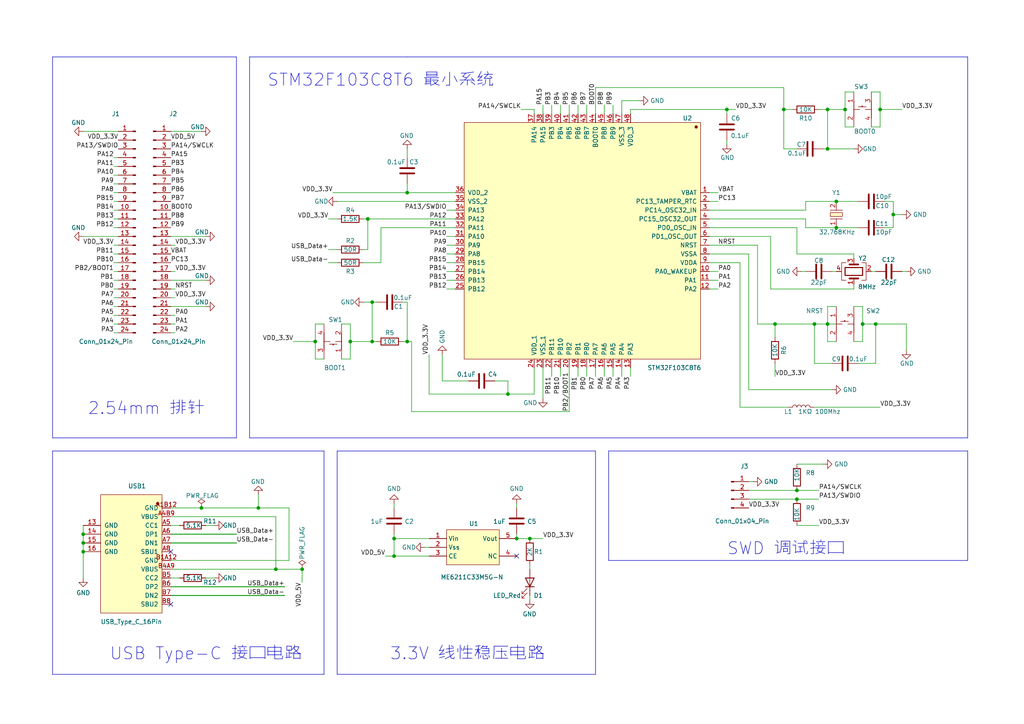
<source format=kicad_sch>
(kicad_sch (version 20230121) (generator eeschema)

  (uuid eeb3a4b9-cc42-48f4-a80d-47b4dcfcec11)

  (paper "A4")

  (title_block
    (title "UINIO-MCU-STM32F103C8T6")
    (date "2024-02-04")
    (rev "Version 2.0.0")
    (company "UinIO.com 电子技术工作室")
  )

  (lib_symbols
    (symbol "Connector:Conn_01x04_Pin" (pin_names (offset 1.016) hide) (in_bom yes) (on_board yes)
      (property "Reference" "J" (at 0 5.08 0)
        (effects (font (size 1.27 1.27)))
      )
      (property "Value" "Conn_01x04_Pin" (at 0 -7.62 0)
        (effects (font (size 1.27 1.27)))
      )
      (property "Footprint" "" (at 0 0 0)
        (effects (font (size 1.27 1.27)) hide)
      )
      (property "Datasheet" "~" (at 0 0 0)
        (effects (font (size 1.27 1.27)) hide)
      )
      (property "ki_locked" "" (at 0 0 0)
        (effects (font (size 1.27 1.27)))
      )
      (property "ki_keywords" "connector" (at 0 0 0)
        (effects (font (size 1.27 1.27)) hide)
      )
      (property "ki_description" "Generic connector, single row, 01x04, script generated" (at 0 0 0)
        (effects (font (size 1.27 1.27)) hide)
      )
      (property "ki_fp_filters" "Connector*:*_1x??_*" (at 0 0 0)
        (effects (font (size 1.27 1.27)) hide)
      )
      (symbol "Conn_01x04_Pin_1_1"
        (polyline
          (pts
            (xy 1.27 -5.08)
            (xy 0.8636 -5.08)
          )
          (stroke (width 0.1524) (type default))
          (fill (type none))
        )
        (polyline
          (pts
            (xy 1.27 -2.54)
            (xy 0.8636 -2.54)
          )
          (stroke (width 0.1524) (type default))
          (fill (type none))
        )
        (polyline
          (pts
            (xy 1.27 0)
            (xy 0.8636 0)
          )
          (stroke (width 0.1524) (type default))
          (fill (type none))
        )
        (polyline
          (pts
            (xy 1.27 2.54)
            (xy 0.8636 2.54)
          )
          (stroke (width 0.1524) (type default))
          (fill (type none))
        )
        (rectangle (start 0.8636 -4.953) (end 0 -5.207)
          (stroke (width 0.1524) (type default))
          (fill (type outline))
        )
        (rectangle (start 0.8636 -2.413) (end 0 -2.667)
          (stroke (width 0.1524) (type default))
          (fill (type outline))
        )
        (rectangle (start 0.8636 0.127) (end 0 -0.127)
          (stroke (width 0.1524) (type default))
          (fill (type outline))
        )
        (rectangle (start 0.8636 2.667) (end 0 2.413)
          (stroke (width 0.1524) (type default))
          (fill (type outline))
        )
        (pin passive line (at 5.08 2.54 180) (length 3.81)
          (name "Pin_1" (effects (font (size 1.27 1.27))))
          (number "1" (effects (font (size 1.27 1.27))))
        )
        (pin passive line (at 5.08 0 180) (length 3.81)
          (name "Pin_2" (effects (font (size 1.27 1.27))))
          (number "2" (effects (font (size 1.27 1.27))))
        )
        (pin passive line (at 5.08 -2.54 180) (length 3.81)
          (name "Pin_3" (effects (font (size 1.27 1.27))))
          (number "3" (effects (font (size 1.27 1.27))))
        )
        (pin passive line (at 5.08 -5.08 180) (length 3.81)
          (name "Pin_4" (effects (font (size 1.27 1.27))))
          (number "4" (effects (font (size 1.27 1.27))))
        )
      )
    )
    (symbol "Connector:Conn_01x24_Pin" (pin_names (offset 1.016) hide) (in_bom yes) (on_board yes)
      (property "Reference" "J" (at 0 30.48 0)
        (effects (font (size 1.27 1.27)))
      )
      (property "Value" "Conn_01x24_Pin" (at 0 -33.02 0)
        (effects (font (size 1.27 1.27)))
      )
      (property "Footprint" "" (at 0 0 0)
        (effects (font (size 1.27 1.27)) hide)
      )
      (property "Datasheet" "~" (at 0 0 0)
        (effects (font (size 1.27 1.27)) hide)
      )
      (property "ki_locked" "" (at 0 0 0)
        (effects (font (size 1.27 1.27)))
      )
      (property "ki_keywords" "connector" (at 0 0 0)
        (effects (font (size 1.27 1.27)) hide)
      )
      (property "ki_description" "Generic connector, single row, 01x24, script generated" (at 0 0 0)
        (effects (font (size 1.27 1.27)) hide)
      )
      (property "ki_fp_filters" "Connector*:*_1x??_*" (at 0 0 0)
        (effects (font (size 1.27 1.27)) hide)
      )
      (symbol "Conn_01x24_Pin_1_1"
        (polyline
          (pts
            (xy 1.27 -30.48)
            (xy 0.8636 -30.48)
          )
          (stroke (width 0.1524) (type default))
          (fill (type none))
        )
        (polyline
          (pts
            (xy 1.27 -27.94)
            (xy 0.8636 -27.94)
          )
          (stroke (width 0.1524) (type default))
          (fill (type none))
        )
        (polyline
          (pts
            (xy 1.27 -25.4)
            (xy 0.8636 -25.4)
          )
          (stroke (width 0.1524) (type default))
          (fill (type none))
        )
        (polyline
          (pts
            (xy 1.27 -22.86)
            (xy 0.8636 -22.86)
          )
          (stroke (width 0.1524) (type default))
          (fill (type none))
        )
        (polyline
          (pts
            (xy 1.27 -20.32)
            (xy 0.8636 -20.32)
          )
          (stroke (width 0.1524) (type default))
          (fill (type none))
        )
        (polyline
          (pts
            (xy 1.27 -17.78)
            (xy 0.8636 -17.78)
          )
          (stroke (width 0.1524) (type default))
          (fill (type none))
        )
        (polyline
          (pts
            (xy 1.27 -15.24)
            (xy 0.8636 -15.24)
          )
          (stroke (width 0.1524) (type default))
          (fill (type none))
        )
        (polyline
          (pts
            (xy 1.27 -12.7)
            (xy 0.8636 -12.7)
          )
          (stroke (width 0.1524) (type default))
          (fill (type none))
        )
        (polyline
          (pts
            (xy 1.27 -10.16)
            (xy 0.8636 -10.16)
          )
          (stroke (width 0.1524) (type default))
          (fill (type none))
        )
        (polyline
          (pts
            (xy 1.27 -7.62)
            (xy 0.8636 -7.62)
          )
          (stroke (width 0.1524) (type default))
          (fill (type none))
        )
        (polyline
          (pts
            (xy 1.27 -5.08)
            (xy 0.8636 -5.08)
          )
          (stroke (width 0.1524) (type default))
          (fill (type none))
        )
        (polyline
          (pts
            (xy 1.27 -2.54)
            (xy 0.8636 -2.54)
          )
          (stroke (width 0.1524) (type default))
          (fill (type none))
        )
        (polyline
          (pts
            (xy 1.27 0)
            (xy 0.8636 0)
          )
          (stroke (width 0.1524) (type default))
          (fill (type none))
        )
        (polyline
          (pts
            (xy 1.27 2.54)
            (xy 0.8636 2.54)
          )
          (stroke (width 0.1524) (type default))
          (fill (type none))
        )
        (polyline
          (pts
            (xy 1.27 5.08)
            (xy 0.8636 5.08)
          )
          (stroke (width 0.1524) (type default))
          (fill (type none))
        )
        (polyline
          (pts
            (xy 1.27 7.62)
            (xy 0.8636 7.62)
          )
          (stroke (width 0.1524) (type default))
          (fill (type none))
        )
        (polyline
          (pts
            (xy 1.27 10.16)
            (xy 0.8636 10.16)
          )
          (stroke (width 0.1524) (type default))
          (fill (type none))
        )
        (polyline
          (pts
            (xy 1.27 12.7)
            (xy 0.8636 12.7)
          )
          (stroke (width 0.1524) (type default))
          (fill (type none))
        )
        (polyline
          (pts
            (xy 1.27 15.24)
            (xy 0.8636 15.24)
          )
          (stroke (width 0.1524) (type default))
          (fill (type none))
        )
        (polyline
          (pts
            (xy 1.27 17.78)
            (xy 0.8636 17.78)
          )
          (stroke (width 0.1524) (type default))
          (fill (type none))
        )
        (polyline
          (pts
            (xy 1.27 20.32)
            (xy 0.8636 20.32)
          )
          (stroke (width 0.1524) (type default))
          (fill (type none))
        )
        (polyline
          (pts
            (xy 1.27 22.86)
            (xy 0.8636 22.86)
          )
          (stroke (width 0.1524) (type default))
          (fill (type none))
        )
        (polyline
          (pts
            (xy 1.27 25.4)
            (xy 0.8636 25.4)
          )
          (stroke (width 0.1524) (type default))
          (fill (type none))
        )
        (polyline
          (pts
            (xy 1.27 27.94)
            (xy 0.8636 27.94)
          )
          (stroke (width 0.1524) (type default))
          (fill (type none))
        )
        (rectangle (start 0.8636 -30.353) (end 0 -30.607)
          (stroke (width 0.1524) (type default))
          (fill (type outline))
        )
        (rectangle (start 0.8636 -27.813) (end 0 -28.067)
          (stroke (width 0.1524) (type default))
          (fill (type outline))
        )
        (rectangle (start 0.8636 -25.273) (end 0 -25.527)
          (stroke (width 0.1524) (type default))
          (fill (type outline))
        )
        (rectangle (start 0.8636 -22.733) (end 0 -22.987)
          (stroke (width 0.1524) (type default))
          (fill (type outline))
        )
        (rectangle (start 0.8636 -20.193) (end 0 -20.447)
          (stroke (width 0.1524) (type default))
          (fill (type outline))
        )
        (rectangle (start 0.8636 -17.653) (end 0 -17.907)
          (stroke (width 0.1524) (type default))
          (fill (type outline))
        )
        (rectangle (start 0.8636 -15.113) (end 0 -15.367)
          (stroke (width 0.1524) (type default))
          (fill (type outline))
        )
        (rectangle (start 0.8636 -12.573) (end 0 -12.827)
          (stroke (width 0.1524) (type default))
          (fill (type outline))
        )
        (rectangle (start 0.8636 -10.033) (end 0 -10.287)
          (stroke (width 0.1524) (type default))
          (fill (type outline))
        )
        (rectangle (start 0.8636 -7.493) (end 0 -7.747)
          (stroke (width 0.1524) (type default))
          (fill (type outline))
        )
        (rectangle (start 0.8636 -4.953) (end 0 -5.207)
          (stroke (width 0.1524) (type default))
          (fill (type outline))
        )
        (rectangle (start 0.8636 -2.413) (end 0 -2.667)
          (stroke (width 0.1524) (type default))
          (fill (type outline))
        )
        (rectangle (start 0.8636 0.127) (end 0 -0.127)
          (stroke (width 0.1524) (type default))
          (fill (type outline))
        )
        (rectangle (start 0.8636 2.667) (end 0 2.413)
          (stroke (width 0.1524) (type default))
          (fill (type outline))
        )
        (rectangle (start 0.8636 5.207) (end 0 4.953)
          (stroke (width 0.1524) (type default))
          (fill (type outline))
        )
        (rectangle (start 0.8636 7.747) (end 0 7.493)
          (stroke (width 0.1524) (type default))
          (fill (type outline))
        )
        (rectangle (start 0.8636 10.287) (end 0 10.033)
          (stroke (width 0.1524) (type default))
          (fill (type outline))
        )
        (rectangle (start 0.8636 12.827) (end 0 12.573)
          (stroke (width 0.1524) (type default))
          (fill (type outline))
        )
        (rectangle (start 0.8636 15.367) (end 0 15.113)
          (stroke (width 0.1524) (type default))
          (fill (type outline))
        )
        (rectangle (start 0.8636 17.907) (end 0 17.653)
          (stroke (width 0.1524) (type default))
          (fill (type outline))
        )
        (rectangle (start 0.8636 20.447) (end 0 20.193)
          (stroke (width 0.1524) (type default))
          (fill (type outline))
        )
        (rectangle (start 0.8636 22.987) (end 0 22.733)
          (stroke (width 0.1524) (type default))
          (fill (type outline))
        )
        (rectangle (start 0.8636 25.527) (end 0 25.273)
          (stroke (width 0.1524) (type default))
          (fill (type outline))
        )
        (rectangle (start 0.8636 28.067) (end 0 27.813)
          (stroke (width 0.1524) (type default))
          (fill (type outline))
        )
        (pin passive line (at 5.08 27.94 180) (length 3.81)
          (name "Pin_1" (effects (font (size 1.27 1.27))))
          (number "1" (effects (font (size 1.27 1.27))))
        )
        (pin passive line (at 5.08 5.08 180) (length 3.81)
          (name "Pin_10" (effects (font (size 1.27 1.27))))
          (number "10" (effects (font (size 1.27 1.27))))
        )
        (pin passive line (at 5.08 2.54 180) (length 3.81)
          (name "Pin_11" (effects (font (size 1.27 1.27))))
          (number "11" (effects (font (size 1.27 1.27))))
        )
        (pin passive line (at 5.08 0 180) (length 3.81)
          (name "Pin_12" (effects (font (size 1.27 1.27))))
          (number "12" (effects (font (size 1.27 1.27))))
        )
        (pin passive line (at 5.08 -2.54 180) (length 3.81)
          (name "Pin_13" (effects (font (size 1.27 1.27))))
          (number "13" (effects (font (size 1.27 1.27))))
        )
        (pin passive line (at 5.08 -5.08 180) (length 3.81)
          (name "Pin_14" (effects (font (size 1.27 1.27))))
          (number "14" (effects (font (size 1.27 1.27))))
        )
        (pin passive line (at 5.08 -7.62 180) (length 3.81)
          (name "Pin_15" (effects (font (size 1.27 1.27))))
          (number "15" (effects (font (size 1.27 1.27))))
        )
        (pin passive line (at 5.08 -10.16 180) (length 3.81)
          (name "Pin_16" (effects (font (size 1.27 1.27))))
          (number "16" (effects (font (size 1.27 1.27))))
        )
        (pin passive line (at 5.08 -12.7 180) (length 3.81)
          (name "Pin_17" (effects (font (size 1.27 1.27))))
          (number "17" (effects (font (size 1.27 1.27))))
        )
        (pin passive line (at 5.08 -15.24 180) (length 3.81)
          (name "Pin_18" (effects (font (size 1.27 1.27))))
          (number "18" (effects (font (size 1.27 1.27))))
        )
        (pin passive line (at 5.08 -17.78 180) (length 3.81)
          (name "Pin_19" (effects (font (size 1.27 1.27))))
          (number "19" (effects (font (size 1.27 1.27))))
        )
        (pin passive line (at 5.08 25.4 180) (length 3.81)
          (name "Pin_2" (effects (font (size 1.27 1.27))))
          (number "2" (effects (font (size 1.27 1.27))))
        )
        (pin passive line (at 5.08 -20.32 180) (length 3.81)
          (name "Pin_20" (effects (font (size 1.27 1.27))))
          (number "20" (effects (font (size 1.27 1.27))))
        )
        (pin passive line (at 5.08 -22.86 180) (length 3.81)
          (name "Pin_21" (effects (font (size 1.27 1.27))))
          (number "21" (effects (font (size 1.27 1.27))))
        )
        (pin passive line (at 5.08 -25.4 180) (length 3.81)
          (name "Pin_22" (effects (font (size 1.27 1.27))))
          (number "22" (effects (font (size 1.27 1.27))))
        )
        (pin passive line (at 5.08 -27.94 180) (length 3.81)
          (name "Pin_23" (effects (font (size 1.27 1.27))))
          (number "23" (effects (font (size 1.27 1.27))))
        )
        (pin passive line (at 5.08 -30.48 180) (length 3.81)
          (name "Pin_24" (effects (font (size 1.27 1.27))))
          (number "24" (effects (font (size 1.27 1.27))))
        )
        (pin passive line (at 5.08 22.86 180) (length 3.81)
          (name "Pin_3" (effects (font (size 1.27 1.27))))
          (number "3" (effects (font (size 1.27 1.27))))
        )
        (pin passive line (at 5.08 20.32 180) (length 3.81)
          (name "Pin_4" (effects (font (size 1.27 1.27))))
          (number "4" (effects (font (size 1.27 1.27))))
        )
        (pin passive line (at 5.08 17.78 180) (length 3.81)
          (name "Pin_5" (effects (font (size 1.27 1.27))))
          (number "5" (effects (font (size 1.27 1.27))))
        )
        (pin passive line (at 5.08 15.24 180) (length 3.81)
          (name "Pin_6" (effects (font (size 1.27 1.27))))
          (number "6" (effects (font (size 1.27 1.27))))
        )
        (pin passive line (at 5.08 12.7 180) (length 3.81)
          (name "Pin_7" (effects (font (size 1.27 1.27))))
          (number "7" (effects (font (size 1.27 1.27))))
        )
        (pin passive line (at 5.08 10.16 180) (length 3.81)
          (name "Pin_8" (effects (font (size 1.27 1.27))))
          (number "8" (effects (font (size 1.27 1.27))))
        )
        (pin passive line (at 5.08 7.62 180) (length 3.81)
          (name "Pin_9" (effects (font (size 1.27 1.27))))
          (number "9" (effects (font (size 1.27 1.27))))
        )
      )
    )
    (symbol "Device:C" (pin_numbers hide) (pin_names (offset 0.254)) (in_bom yes) (on_board yes)
      (property "Reference" "C" (at 0.635 2.54 0)
        (effects (font (size 1.27 1.27)) (justify left))
      )
      (property "Value" "C" (at 0.635 -2.54 0)
        (effects (font (size 1.27 1.27)) (justify left))
      )
      (property "Footprint" "" (at 0.9652 -3.81 0)
        (effects (font (size 1.27 1.27)) hide)
      )
      (property "Datasheet" "~" (at 0 0 0)
        (effects (font (size 1.27 1.27)) hide)
      )
      (property "ki_keywords" "cap capacitor" (at 0 0 0)
        (effects (font (size 1.27 1.27)) hide)
      )
      (property "ki_description" "Unpolarized capacitor" (at 0 0 0)
        (effects (font (size 1.27 1.27)) hide)
      )
      (property "ki_fp_filters" "C_*" (at 0 0 0)
        (effects (font (size 1.27 1.27)) hide)
      )
      (symbol "C_0_1"
        (polyline
          (pts
            (xy -2.032 -0.762)
            (xy 2.032 -0.762)
          )
          (stroke (width 0.508) (type default))
          (fill (type none))
        )
        (polyline
          (pts
            (xy -2.032 0.762)
            (xy 2.032 0.762)
          )
          (stroke (width 0.508) (type default))
          (fill (type none))
        )
      )
      (symbol "C_1_1"
        (pin passive line (at 0 3.81 270) (length 2.794)
          (name "~" (effects (font (size 1.27 1.27))))
          (number "1" (effects (font (size 1.27 1.27))))
        )
        (pin passive line (at 0 -3.81 90) (length 2.794)
          (name "~" (effects (font (size 1.27 1.27))))
          (number "2" (effects (font (size 1.27 1.27))))
        )
      )
    )
    (symbol "Device:Crystal_GND24" (pin_names (offset 1.016) hide) (in_bom yes) (on_board yes)
      (property "Reference" "Y" (at 3.175 5.08 0)
        (effects (font (size 1.27 1.27)) (justify left))
      )
      (property "Value" "Crystal_GND24" (at 3.175 3.175 0)
        (effects (font (size 1.27 1.27)) (justify left))
      )
      (property "Footprint" "" (at 0 0 0)
        (effects (font (size 1.27 1.27)) hide)
      )
      (property "Datasheet" "~" (at 0 0 0)
        (effects (font (size 1.27 1.27)) hide)
      )
      (property "ki_keywords" "quartz ceramic resonator oscillator" (at 0 0 0)
        (effects (font (size 1.27 1.27)) hide)
      )
      (property "ki_description" "Four pin crystal, GND on pins 2 and 4" (at 0 0 0)
        (effects (font (size 1.27 1.27)) hide)
      )
      (property "ki_fp_filters" "Crystal*" (at 0 0 0)
        (effects (font (size 1.27 1.27)) hide)
      )
      (symbol "Crystal_GND24_0_1"
        (rectangle (start -1.143 2.54) (end 1.143 -2.54)
          (stroke (width 0.3048) (type default))
          (fill (type none))
        )
        (polyline
          (pts
            (xy -2.54 0)
            (xy -2.032 0)
          )
          (stroke (width 0) (type default))
          (fill (type none))
        )
        (polyline
          (pts
            (xy -2.032 -1.27)
            (xy -2.032 1.27)
          )
          (stroke (width 0.508) (type default))
          (fill (type none))
        )
        (polyline
          (pts
            (xy 0 -3.81)
            (xy 0 -3.556)
          )
          (stroke (width 0) (type default))
          (fill (type none))
        )
        (polyline
          (pts
            (xy 0 3.556)
            (xy 0 3.81)
          )
          (stroke (width 0) (type default))
          (fill (type none))
        )
        (polyline
          (pts
            (xy 2.032 -1.27)
            (xy 2.032 1.27)
          )
          (stroke (width 0.508) (type default))
          (fill (type none))
        )
        (polyline
          (pts
            (xy 2.032 0)
            (xy 2.54 0)
          )
          (stroke (width 0) (type default))
          (fill (type none))
        )
        (polyline
          (pts
            (xy -2.54 -2.286)
            (xy -2.54 -3.556)
            (xy 2.54 -3.556)
            (xy 2.54 -2.286)
          )
          (stroke (width 0) (type default))
          (fill (type none))
        )
        (polyline
          (pts
            (xy -2.54 2.286)
            (xy -2.54 3.556)
            (xy 2.54 3.556)
            (xy 2.54 2.286)
          )
          (stroke (width 0) (type default))
          (fill (type none))
        )
      )
      (symbol "Crystal_GND24_1_1"
        (pin passive line (at -3.81 0 0) (length 1.27)
          (name "1" (effects (font (size 1.27 1.27))))
          (number "1" (effects (font (size 1.27 1.27))))
        )
        (pin passive line (at 0 5.08 270) (length 1.27)
          (name "2" (effects (font (size 1.27 1.27))))
          (number "2" (effects (font (size 1.27 1.27))))
        )
        (pin passive line (at 3.81 0 180) (length 1.27)
          (name "3" (effects (font (size 1.27 1.27))))
          (number "3" (effects (font (size 1.27 1.27))))
        )
        (pin passive line (at 0 -5.08 90) (length 1.27)
          (name "4" (effects (font (size 1.27 1.27))))
          (number "4" (effects (font (size 1.27 1.27))))
        )
      )
    )
    (symbol "Device:L" (pin_numbers hide) (pin_names (offset 1.016) hide) (in_bom yes) (on_board yes)
      (property "Reference" "L" (at -1.27 0 90)
        (effects (font (size 1.27 1.27)))
      )
      (property "Value" "L" (at 1.905 0 90)
        (effects (font (size 1.27 1.27)))
      )
      (property "Footprint" "" (at 0 0 0)
        (effects (font (size 1.27 1.27)) hide)
      )
      (property "Datasheet" "~" (at 0 0 0)
        (effects (font (size 1.27 1.27)) hide)
      )
      (property "ki_keywords" "inductor choke coil reactor magnetic" (at 0 0 0)
        (effects (font (size 1.27 1.27)) hide)
      )
      (property "ki_description" "Inductor" (at 0 0 0)
        (effects (font (size 1.27 1.27)) hide)
      )
      (property "ki_fp_filters" "Choke_* *Coil* Inductor_* L_*" (at 0 0 0)
        (effects (font (size 1.27 1.27)) hide)
      )
      (symbol "L_0_1"
        (arc (start 0 -2.54) (mid 0.6323 -1.905) (end 0 -1.27)
          (stroke (width 0) (type default))
          (fill (type none))
        )
        (arc (start 0 -1.27) (mid 0.6323 -0.635) (end 0 0)
          (stroke (width 0) (type default))
          (fill (type none))
        )
        (arc (start 0 0) (mid 0.6323 0.635) (end 0 1.27)
          (stroke (width 0) (type default))
          (fill (type none))
        )
        (arc (start 0 1.27) (mid 0.6323 1.905) (end 0 2.54)
          (stroke (width 0) (type default))
          (fill (type none))
        )
      )
      (symbol "L_1_1"
        (pin passive line (at 0 3.81 270) (length 1.27)
          (name "1" (effects (font (size 1.27 1.27))))
          (number "1" (effects (font (size 1.27 1.27))))
        )
        (pin passive line (at 0 -3.81 90) (length 1.27)
          (name "2" (effects (font (size 1.27 1.27))))
          (number "2" (effects (font (size 1.27 1.27))))
        )
      )
    )
    (symbol "Device:LED" (pin_numbers hide) (pin_names (offset 1.016) hide) (in_bom yes) (on_board yes)
      (property "Reference" "D" (at 0 2.54 0)
        (effects (font (size 1.27 1.27)))
      )
      (property "Value" "LED" (at 0 -2.54 0)
        (effects (font (size 1.27 1.27)))
      )
      (property "Footprint" "" (at 0 0 0)
        (effects (font (size 1.27 1.27)) hide)
      )
      (property "Datasheet" "~" (at 0 0 0)
        (effects (font (size 1.27 1.27)) hide)
      )
      (property "ki_keywords" "LED diode" (at 0 0 0)
        (effects (font (size 1.27 1.27)) hide)
      )
      (property "ki_description" "Light emitting diode" (at 0 0 0)
        (effects (font (size 1.27 1.27)) hide)
      )
      (property "ki_fp_filters" "LED* LED_SMD:* LED_THT:*" (at 0 0 0)
        (effects (font (size 1.27 1.27)) hide)
      )
      (symbol "LED_0_1"
        (polyline
          (pts
            (xy -1.27 -1.27)
            (xy -1.27 1.27)
          )
          (stroke (width 0.254) (type default))
          (fill (type none))
        )
        (polyline
          (pts
            (xy -1.27 0)
            (xy 1.27 0)
          )
          (stroke (width 0) (type default))
          (fill (type none))
        )
        (polyline
          (pts
            (xy 1.27 -1.27)
            (xy 1.27 1.27)
            (xy -1.27 0)
            (xy 1.27 -1.27)
          )
          (stroke (width 0.254) (type default))
          (fill (type none))
        )
        (polyline
          (pts
            (xy -3.048 -0.762)
            (xy -4.572 -2.286)
            (xy -3.81 -2.286)
            (xy -4.572 -2.286)
            (xy -4.572 -1.524)
          )
          (stroke (width 0) (type default))
          (fill (type none))
        )
        (polyline
          (pts
            (xy -1.778 -0.762)
            (xy -3.302 -2.286)
            (xy -2.54 -2.286)
            (xy -3.302 -2.286)
            (xy -3.302 -1.524)
          )
          (stroke (width 0) (type default))
          (fill (type none))
        )
      )
      (symbol "LED_1_1"
        (pin passive line (at -3.81 0 0) (length 2.54)
          (name "K" (effects (font (size 1.27 1.27))))
          (number "1" (effects (font (size 1.27 1.27))))
        )
        (pin passive line (at 3.81 0 180) (length 2.54)
          (name "A" (effects (font (size 1.27 1.27))))
          (number "2" (effects (font (size 1.27 1.27))))
        )
      )
    )
    (symbol "Device:R" (pin_numbers hide) (pin_names (offset 0)) (in_bom yes) (on_board yes)
      (property "Reference" "R" (at 2.032 0 90)
        (effects (font (size 1.27 1.27)))
      )
      (property "Value" "R" (at 0 0 90)
        (effects (font (size 1.27 1.27)))
      )
      (property "Footprint" "" (at -1.778 0 90)
        (effects (font (size 1.27 1.27)) hide)
      )
      (property "Datasheet" "~" (at 0 0 0)
        (effects (font (size 1.27 1.27)) hide)
      )
      (property "ki_keywords" "R res resistor" (at 0 0 0)
        (effects (font (size 1.27 1.27)) hide)
      )
      (property "ki_description" "Resistor" (at 0 0 0)
        (effects (font (size 1.27 1.27)) hide)
      )
      (property "ki_fp_filters" "R_*" (at 0 0 0)
        (effects (font (size 1.27 1.27)) hide)
      )
      (symbol "R_0_1"
        (rectangle (start -1.016 -2.54) (end 1.016 2.54)
          (stroke (width 0.254) (type default))
          (fill (type none))
        )
      )
      (symbol "R_1_1"
        (pin passive line (at 0 3.81 270) (length 1.27)
          (name "~" (effects (font (size 1.27 1.27))))
          (number "1" (effects (font (size 1.27 1.27))))
        )
        (pin passive line (at 0 -3.81 90) (length 1.27)
          (name "~" (effects (font (size 1.27 1.27))))
          (number "2" (effects (font (size 1.27 1.27))))
        )
      )
    )
    (symbol "Uinio:Crystal-32.768KHz" (pin_names (offset 1.016) hide) (in_bom yes) (on_board yes)
      (property "Reference" "Y?" (at 0 5.1054 0)
        (effects (font (size 1.27 1.27)))
      )
      (property "Value" "Crystal-32.768KHz" (at 0 10.1854 0)
        (effects (font (size 1.27 1.27)))
      )
      (property "Footprint" "Uinio:CRYSTAL-FC135-32.768" (at 0 0.0254 0)
        (effects (font (size 1.27 1.27)) hide)
      )
      (property "Datasheet" "" (at 0 -5.0546 0)
        (effects (font (size 1.27 1.27)) hide)
      )
      (property "SuppliersPartNumber" "C1986919" (at 0 -10.1346 0)
        (effects (font (size 1.27 1.27)) hide)
      )
      (property "uuid" "std:1a7d7ec5dddf46f9929a2236d62d3241" (at 0 -10.1346 0)
        (effects (font (size 1.27 1.27)) hide)
      )
      (symbol "Crystal-32.768KHz_1_1"
        (rectangle (start -1.778 1.778) (end -0.762 -1.778)
          (stroke (width 0.1524) (type default))
          (fill (type background))
        )
        (polyline
          (pts
            (xy -2.54 -1.778)
            (xy -2.54 1.778)
          )
          (stroke (width 0.1524) (type default))
          (fill (type none))
        )
        (polyline
          (pts
            (xy 0 -1.778)
            (xy 0 1.778)
          )
          (stroke (width 0.1524) (type default))
          (fill (type none))
        )
        (pin input line (at -5.08 0 0) (length 2.54)
          (name "1" (effects (font (size 1.27 1.27))))
          (number "1" (effects (font (size 1.27 1.27))))
        )
        (pin input line (at 2.54 0 180) (length 2.54)
          (name "GND" (effects (font (size 1.27 1.27))))
          (number "2" (effects (font (size 1.27 1.27))))
        )
      )
    )
    (symbol "Uinio:GD32F103C8T6" (pin_names (offset 1.016)) (in_bom yes) (on_board yes)
      (property "Reference" "U" (at 0 45.72 0)
        (effects (font (size 1.27 1.27)))
      )
      (property "Value" "GD32F103C8T6" (at 0 -46.99 0)
        (effects (font (size 1.27 1.27)))
      )
      (property "Footprint" "Uinio:TQFP-48_L7.0-W7.0-P0.50-LS9.0-BL" (at 0 34.9758 0)
        (effects (font (size 1.27 1.27)) hide)
      )
      (property "Datasheet" "" (at 0 29.8958 0)
        (effects (font (size 1.27 1.27)) hide)
      )
      (property "SuppliersPartNumber" "C77994" (at 0 24.7904 0)
        (effects (font (size 1.27 1.27)) hide)
      )
      (property "uuid" "std:f1fde1dc36a92ae819c1e30d1c77c7ee" (at 0 24.7904 0)
        (effects (font (size 1.27 1.27)) hide)
      )
      (symbol "GD32F103C8T6_1_1"
        (rectangle (start -34.29 34.29) (end 34.29 -34.29)
          (stroke (width 0.1524) (type default))
          (fill (type background))
        )
        (circle (center -33.02 33.02) (radius 0.381)
          (stroke (width 0.1524) (type default))
          (fill (type outline))
        )
        (pin input line (at -36.83 13.97 0) (length 2.54)
          (name "VBAT" (effects (font (size 1.27 1.27))))
          (number "1" (effects (font (size 1.27 1.27))))
        )
        (pin input line (at -36.83 -8.89 0) (length 2.54)
          (name "PA0_WAKEUP" (effects (font (size 1.27 1.27))))
          (number "10" (effects (font (size 1.27 1.27))))
        )
        (pin input line (at -36.83 -11.43 0) (length 2.54)
          (name "PA1" (effects (font (size 1.27 1.27))))
          (number "11" (effects (font (size 1.27 1.27))))
        )
        (pin input line (at -36.83 -13.97 0) (length 2.54)
          (name "PA2" (effects (font (size 1.27 1.27))))
          (number "12" (effects (font (size 1.27 1.27))))
        )
        (pin input line (at -13.97 -36.83 90) (length 2.54)
          (name "PA3" (effects (font (size 1.27 1.27))))
          (number "13" (effects (font (size 1.27 1.27))))
        )
        (pin input line (at -11.43 -36.83 90) (length 2.54)
          (name "PA4" (effects (font (size 1.27 1.27))))
          (number "14" (effects (font (size 1.27 1.27))))
        )
        (pin input line (at -8.89 -36.83 90) (length 2.54)
          (name "PA5" (effects (font (size 1.27 1.27))))
          (number "15" (effects (font (size 1.27 1.27))))
        )
        (pin input line (at -6.35 -36.83 90) (length 2.54)
          (name "PA6" (effects (font (size 1.27 1.27))))
          (number "16" (effects (font (size 1.27 1.27))))
        )
        (pin input line (at -3.81 -36.83 90) (length 2.54)
          (name "PA7" (effects (font (size 1.27 1.27))))
          (number "17" (effects (font (size 1.27 1.27))))
        )
        (pin input line (at -1.27 -36.83 90) (length 2.54)
          (name "PB0" (effects (font (size 1.27 1.27))))
          (number "18" (effects (font (size 1.27 1.27))))
        )
        (pin input line (at 1.27 -36.83 90) (length 2.54)
          (name "PB1" (effects (font (size 1.27 1.27))))
          (number "19" (effects (font (size 1.27 1.27))))
        )
        (pin input line (at -36.83 11.43 0) (length 2.54)
          (name "PC13_TAMPER_RTC" (effects (font (size 1.27 1.27))))
          (number "2" (effects (font (size 1.27 1.27))))
        )
        (pin input line (at 3.81 -36.83 90) (length 2.54)
          (name "PB2" (effects (font (size 1.27 1.27))))
          (number "20" (effects (font (size 1.27 1.27))))
        )
        (pin input line (at 6.35 -36.83 90) (length 2.54)
          (name "PB10" (effects (font (size 1.27 1.27))))
          (number "21" (effects (font (size 1.27 1.27))))
        )
        (pin input line (at 8.89 -36.83 90) (length 2.54)
          (name "PB11" (effects (font (size 1.27 1.27))))
          (number "22" (effects (font (size 1.27 1.27))))
        )
        (pin input line (at 11.43 -36.83 90) (length 2.54)
          (name "VSS_1" (effects (font (size 1.27 1.27))))
          (number "23" (effects (font (size 1.27 1.27))))
        )
        (pin input line (at 13.97 -36.83 90) (length 2.54)
          (name "VDD_1" (effects (font (size 1.27 1.27))))
          (number "24" (effects (font (size 1.27 1.27))))
        )
        (pin input line (at 36.83 -13.97 180) (length 2.54)
          (name "PB12" (effects (font (size 1.27 1.27))))
          (number "25" (effects (font (size 1.27 1.27))))
        )
        (pin input line (at 36.83 -11.43 180) (length 2.54)
          (name "PB13" (effects (font (size 1.27 1.27))))
          (number "26" (effects (font (size 1.27 1.27))))
        )
        (pin input line (at 36.83 -8.89 180) (length 2.54)
          (name "PB14" (effects (font (size 1.27 1.27))))
          (number "27" (effects (font (size 1.27 1.27))))
        )
        (pin input line (at 36.83 -6.35 180) (length 2.54)
          (name "PB15" (effects (font (size 1.27 1.27))))
          (number "28" (effects (font (size 1.27 1.27))))
        )
        (pin input line (at 36.83 -3.81 180) (length 2.54)
          (name "PA8" (effects (font (size 1.27 1.27))))
          (number "29" (effects (font (size 1.27 1.27))))
        )
        (pin input line (at -36.83 8.89 0) (length 2.54)
          (name "PC14_OSC32_IN" (effects (font (size 1.27 1.27))))
          (number "3" (effects (font (size 1.27 1.27))))
        )
        (pin input line (at 36.83 -1.27 180) (length 2.54)
          (name "PA9" (effects (font (size 1.27 1.27))))
          (number "30" (effects (font (size 1.27 1.27))))
        )
        (pin input line (at 36.83 1.27 180) (length 2.54)
          (name "PA10" (effects (font (size 1.27 1.27))))
          (number "31" (effects (font (size 1.27 1.27))))
        )
        (pin input line (at 36.83 3.81 180) (length 2.54)
          (name "PA11" (effects (font (size 1.27 1.27))))
          (number "32" (effects (font (size 1.27 1.27))))
        )
        (pin input line (at 36.83 6.35 180) (length 2.54)
          (name "PA12" (effects (font (size 1.27 1.27))))
          (number "33" (effects (font (size 1.27 1.27))))
        )
        (pin input line (at 36.83 8.89 180) (length 2.54)
          (name "PA13" (effects (font (size 1.27 1.27))))
          (number "34" (effects (font (size 1.27 1.27))))
        )
        (pin input line (at 36.83 11.43 180) (length 2.54)
          (name "VSS_2" (effects (font (size 1.27 1.27))))
          (number "35" (effects (font (size 1.27 1.27))))
        )
        (pin input line (at 36.83 13.97 180) (length 2.54)
          (name "VDD_2" (effects (font (size 1.27 1.27))))
          (number "36" (effects (font (size 1.27 1.27))))
        )
        (pin input line (at 13.97 36.83 270) (length 2.54)
          (name "PA14" (effects (font (size 1.27 1.27))))
          (number "37" (effects (font (size 1.27 1.27))))
        )
        (pin input line (at 11.43 36.83 270) (length 2.54)
          (name "PA15" (effects (font (size 1.27 1.27))))
          (number "38" (effects (font (size 1.27 1.27))))
        )
        (pin input line (at 8.89 36.83 270) (length 2.54)
          (name "PB3" (effects (font (size 1.27 1.27))))
          (number "39" (effects (font (size 1.27 1.27))))
        )
        (pin input line (at -36.83 6.35 0) (length 2.54)
          (name "PC15_OSC32_OUT" (effects (font (size 1.27 1.27))))
          (number "4" (effects (font (size 1.27 1.27))))
        )
        (pin input line (at 6.35 36.83 270) (length 2.54)
          (name "PB4" (effects (font (size 1.27 1.27))))
          (number "40" (effects (font (size 1.27 1.27))))
        )
        (pin input line (at 3.81 36.83 270) (length 2.54)
          (name "PB5" (effects (font (size 1.27 1.27))))
          (number "41" (effects (font (size 1.27 1.27))))
        )
        (pin input line (at 1.27 36.83 270) (length 2.54)
          (name "PB6" (effects (font (size 1.27 1.27))))
          (number "42" (effects (font (size 1.27 1.27))))
        )
        (pin input line (at -1.27 36.83 270) (length 2.54)
          (name "PB7" (effects (font (size 1.27 1.27))))
          (number "43" (effects (font (size 1.27 1.27))))
        )
        (pin input line (at -3.81 36.83 270) (length 2.54)
          (name "BOOT0" (effects (font (size 1.27 1.27))))
          (number "44" (effects (font (size 1.27 1.27))))
        )
        (pin input line (at -6.35 36.83 270) (length 2.54)
          (name "PB8" (effects (font (size 1.27 1.27))))
          (number "45" (effects (font (size 1.27 1.27))))
        )
        (pin input line (at -8.89 36.83 270) (length 2.54)
          (name "PB9" (effects (font (size 1.27 1.27))))
          (number "46" (effects (font (size 1.27 1.27))))
        )
        (pin input line (at -11.43 36.83 270) (length 2.54)
          (name "VSS_3" (effects (font (size 1.27 1.27))))
          (number "47" (effects (font (size 1.27 1.27))))
        )
        (pin input line (at -13.97 36.83 270) (length 2.54)
          (name "VDD_3" (effects (font (size 1.27 1.27))))
          (number "48" (effects (font (size 1.27 1.27))))
        )
        (pin input line (at -36.83 3.81 0) (length 2.54)
          (name "PD0_OSC_IN" (effects (font (size 1.27 1.27))))
          (number "5" (effects (font (size 1.27 1.27))))
        )
        (pin input line (at -36.83 1.27 0) (length 2.54)
          (name "PD1_OSC_OUT" (effects (font (size 1.27 1.27))))
          (number "6" (effects (font (size 1.27 1.27))))
        )
        (pin input line (at -36.83 -1.27 0) (length 2.54)
          (name "NRST" (effects (font (size 1.27 1.27))))
          (number "7" (effects (font (size 1.27 1.27))))
        )
        (pin input line (at -36.83 -3.81 0) (length 2.54)
          (name "VSSA" (effects (font (size 1.27 1.27))))
          (number "8" (effects (font (size 1.27 1.27))))
        )
        (pin input line (at -36.83 -6.35 0) (length 2.54)
          (name "VDDA" (effects (font (size 1.27 1.27))))
          (number "9" (effects (font (size 1.27 1.27))))
        )
      )
    )
    (symbol "Uinio:Key_YTS_A016S_1" (pin_names (offset 1.016) hide) (in_bom yes) (on_board yes)
      (property "Reference" "SW" (at 0 7.6962 0)
        (effects (font (size 1.27 1.27)))
      )
      (property "Value" "Key_YTS_A016S_1" (at 0 12.7762 0)
        (effects (font (size 1.27 1.27)))
      )
      (property "Footprint" "Uinio:KEY-SMD_4P-L4.2-W3.4-P2.15-LS4.7" (at 0 2.6162 0)
        (effects (font (size 1.27 1.27)) hide)
      )
      (property "Datasheet" "" (at 0 -2.4638 0)
        (effects (font (size 1.27 1.27)) hide)
      )
      (property "SuppliersPartNumber" "C2910676" (at 0 -7.5438 0)
        (effects (font (size 1.27 1.27)) hide)
      )
      (property "uuid" "std:78dd57beb35d4dda9340821b45cb0336" (at 0 -7.5438 0)
        (effects (font (size 1.27 1.27)) hide)
      )
      (symbol "Key_YTS_A016S_1_1_1"
        (polyline
          (pts
            (xy -2.54 -2.54)
            (xy 2.54 -2.54)
          )
          (stroke (width 0.1524) (type default))
          (fill (type none))
        )
        (polyline
          (pts
            (xy -2.54 2.54)
            (xy 2.54 2.54)
          )
          (stroke (width 0.1524) (type default))
          (fill (type none))
        )
        (polyline
          (pts
            (xy -0.762 1.27)
            (xy -0.762 -1.016)
          )
          (stroke (width 0.1524) (type default))
          (fill (type none))
        )
        (polyline
          (pts
            (xy 0 -2.54)
            (xy 0 -0.762)
          )
          (stroke (width 0.1524) (type default))
          (fill (type none))
        )
        (polyline
          (pts
            (xy 0 1.524)
            (xy 0 0.762)
          )
          (stroke (width 0.1524) (type default))
          (fill (type none))
        )
        (polyline
          (pts
            (xy 0 2.54)
            (xy 0 1.524)
          )
          (stroke (width 0.1524) (type default))
          (fill (type none))
        )
        (polyline
          (pts
            (xy -0.762 0.254)
            (xy -1.016 0.254)
            (xy -1.016 0)
            (xy -0.762 0)
          )
          (stroke (width 0.1524) (type default))
          (fill (type none))
        )
        (pin input line (at -5.08 2.54 0) (length 5.08)
          (name "1" (effects (font (size 1.27 1.27))))
          (number "1" (effects (font (size 1.27 1.27))))
        )
        (pin input line (at 5.08 2.54 180) (length 5.08)
          (name "2" (effects (font (size 1.27 1.27))))
          (number "2" (effects (font (size 1.27 1.27))))
        )
        (pin input line (at -5.08 -2.54 0) (length 5.08)
          (name "3" (effects (font (size 1.27 1.27))))
          (number "3" (effects (font (size 1.27 1.27))))
        )
        (pin input line (at 5.08 -2.54 180) (length 5.08)
          (name "4" (effects (font (size 1.27 1.27))))
          (number "4" (effects (font (size 1.27 1.27))))
        )
      )
    )
    (symbol "Uinio:ME6211" (in_bom yes) (on_board yes)
      (property "Reference" "V1" (at 5.08 2.54 0)
        (effects (font (size 1.27 1.27)) (justify left bottom))
      )
      (property "Value" "ME6211" (at 5.08 -10.16 0)
        (effects (font (size 1.27 1.27)) (justify left bottom))
      )
      (property "Footprint" "Uinio:SOT-23-5_L3.0-W1.7-P0.95-LS2.8-BR" (at 0 0 0)
        (effects (font (size 1.27 1.27)) hide)
      )
      (property "Datasheet" "" (at 0 0 0)
        (effects (font (size 1.27 1.27)) hide)
      )
      (property "BOM名称" "低功耗LDO" (at -8.128 -15.748 0)
        (effects (font (size 1.27 1.27)) (justify left bottom) hide)
      )
      (property "ki_description" "低功耗LDO" (at 0 0 0)
        (effects (font (size 1.27 1.27)) hide)
      )
      (property "ki_fp_filters" "SOT23-5L" (at 0 0 0)
        (effects (font (size 1.27 1.27)) hide)
      )
      (symbol "ME6211_1_0"
        (rectangle (start 20.32 2.54) (end 5.08 -7.62)
          (stroke (width 0) (type default))
          (fill (type background))
        )
        (pin passive line (at 0 0 0) (length 5.08)
          (name "Vin" (effects (font (size 1.27 1.27))))
          (number "1" (effects (font (size 1.27 1.27))))
        )
        (pin passive line (at 0 -2.54 0) (length 5.08)
          (name "Vss" (effects (font (size 1.27 1.27))))
          (number "2" (effects (font (size 1.27 1.27))))
        )
        (pin passive line (at 0 -5.08 0) (length 5.08)
          (name "CE" (effects (font (size 1.27 1.27))))
          (number "3" (effects (font (size 1.27 1.27))))
        )
        (pin passive line (at 25.4 -5.08 180) (length 5.08)
          (name "NC" (effects (font (size 1.27 1.27))))
          (number "4" (effects (font (size 1.27 1.27))))
        )
        (pin passive line (at 25.4 0 180) (length 5.08)
          (name "Vout" (effects (font (size 1.27 1.27))))
          (number "5" (effects (font (size 1.27 1.27))))
        )
      )
    )
    (symbol "Uinio:USB_Type_C_16Pin" (pin_names (offset 1.016)) (in_bom yes) (on_board yes)
      (property "Reference" "USB" (at 0 19.05 0)
        (effects (font (size 1.27 1.27)))
      )
      (property "Value" "USB_Type_C_16Pin" (at 0 24.13 0)
        (effects (font (size 1.27 1.27)))
      )
      (property "Footprint" "Uinio:USB-C-SMD_TYPEC-304J-BCP16" (at 0 13.97 0)
        (effects (font (size 1.27 1.27)) hide)
      )
      (property "Datasheet" "" (at 0 8.89 0)
        (effects (font (size 1.27 1.27)) hide)
      )
      (property "SuppliersPartNumber" "C2835315" (at 0 3.81 0)
        (effects (font (size 1.27 1.27)) hide)
      )
      (property "uuid" "std:a4a246a50f944769b2896c50f579360f" (at 0 3.81 0)
        (effects (font (size 1.27 1.27)) hide)
      )
      (symbol "USB_Type_C_16Pin_1_1"
        (rectangle (start -10.16 16.51) (end 7.62 -17.78)
          (stroke (width 0.1524) (type default))
          (fill (type background))
        )
        (circle (center -8.89 13.97) (radius 0.381)
          (stroke (width 0.1524) (type default))
          (fill (type outline))
        )
        (pin input line (at 12.7 7.62 180) (length 5.08)
          (name "GND" (effects (font (size 1.27 1.27))))
          (number "13" (effects (font (size 1.27 1.27))))
        )
        (pin input line (at 12.7 5.08 180) (length 5.08)
          (name "GND" (effects (font (size 1.27 1.27))))
          (number "14" (effects (font (size 1.27 1.27))))
        )
        (pin input line (at 12.7 2.54 180) (length 5.08)
          (name "GND" (effects (font (size 1.27 1.27))))
          (number "15" (effects (font (size 1.27 1.27))))
        )
        (pin input line (at 12.7 0 180) (length 5.08)
          (name "GND" (effects (font (size 1.27 1.27))))
          (number "16" (effects (font (size 1.27 1.27))))
        )
        (pin input line (at -12.7 12.7 0) (length 2.54)
          (name "GND" (effects (font (size 1.27 1.27))))
          (number "A1B12" (effects (font (size 1.27 1.27))))
        )
        (pin input line (at -12.7 10.16 0) (length 2.54)
          (name "VBUS" (effects (font (size 1.27 1.27))))
          (number "A4B9" (effects (font (size 1.27 1.27))))
        )
        (pin input line (at -12.7 7.62 0) (length 2.54)
          (name "CC1" (effects (font (size 1.27 1.27))))
          (number "A5" (effects (font (size 1.27 1.27))))
        )
        (pin input line (at -12.7 5.08 0) (length 2.54)
          (name "DP1" (effects (font (size 1.27 1.27))))
          (number "A6" (effects (font (size 1.27 1.27))))
        )
        (pin input line (at -12.7 2.54 0) (length 2.54)
          (name "DN1" (effects (font (size 1.27 1.27))))
          (number "A7" (effects (font (size 1.27 1.27))))
        )
        (pin input line (at -12.7 0 0) (length 2.54)
          (name "SBU1" (effects (font (size 1.27 1.27))))
          (number "A8" (effects (font (size 1.27 1.27))))
        )
        (pin input line (at -12.7 -2.54 0) (length 2.54)
          (name "GND" (effects (font (size 1.27 1.27))))
          (number "B1A12" (effects (font (size 1.27 1.27))))
        )
        (pin input line (at -12.7 -5.08 0) (length 2.54)
          (name "VBUS" (effects (font (size 1.27 1.27))))
          (number "B4A9" (effects (font (size 1.27 1.27))))
        )
        (pin input line (at -12.7 -7.62 0) (length 2.54)
          (name "CC2" (effects (font (size 1.27 1.27))))
          (number "B5" (effects (font (size 1.27 1.27))))
        )
        (pin input line (at -12.7 -10.16 0) (length 2.54)
          (name "DP2" (effects (font (size 1.27 1.27))))
          (number "B6" (effects (font (size 1.27 1.27))))
        )
        (pin input line (at -12.7 -12.7 0) (length 2.54)
          (name "DN2" (effects (font (size 1.27 1.27))))
          (number "B7" (effects (font (size 1.27 1.27))))
        )
        (pin input line (at -12.7 -15.24 0) (length 2.54)
          (name "SBU2" (effects (font (size 1.27 1.27))))
          (number "B8" (effects (font (size 1.27 1.27))))
        )
      )
    )
    (symbol "power:GND" (power) (pin_names (offset 0)) (in_bom yes) (on_board yes)
      (property "Reference" "#PWR" (at 0 -6.35 0)
        (effects (font (size 1.27 1.27)) hide)
      )
      (property "Value" "GND" (at 0 -3.81 0)
        (effects (font (size 1.27 1.27)))
      )
      (property "Footprint" "" (at 0 0 0)
        (effects (font (size 1.27 1.27)) hide)
      )
      (property "Datasheet" "" (at 0 0 0)
        (effects (font (size 1.27 1.27)) hide)
      )
      (property "ki_keywords" "global power" (at 0 0 0)
        (effects (font (size 1.27 1.27)) hide)
      )
      (property "ki_description" "Power symbol creates a global label with name \"GND\" , ground" (at 0 0 0)
        (effects (font (size 1.27 1.27)) hide)
      )
      (symbol "GND_0_1"
        (polyline
          (pts
            (xy 0 0)
            (xy 0 -1.27)
            (xy 1.27 -1.27)
            (xy 0 -2.54)
            (xy -1.27 -1.27)
            (xy 0 -1.27)
          )
          (stroke (width 0) (type default))
          (fill (type none))
        )
      )
      (symbol "GND_1_1"
        (pin power_in line (at 0 0 270) (length 0) hide
          (name "GND" (effects (font (size 1.27 1.27))))
          (number "1" (effects (font (size 1.27 1.27))))
        )
      )
    )
    (symbol "power:PWR_FLAG" (power) (pin_numbers hide) (pin_names (offset 0) hide) (in_bom yes) (on_board yes)
      (property "Reference" "#FLG" (at 0 1.905 0)
        (effects (font (size 1.27 1.27)) hide)
      )
      (property "Value" "PWR_FLAG" (at 0 3.81 0)
        (effects (font (size 1.27 1.27)))
      )
      (property "Footprint" "" (at 0 0 0)
        (effects (font (size 1.27 1.27)) hide)
      )
      (property "Datasheet" "~" (at 0 0 0)
        (effects (font (size 1.27 1.27)) hide)
      )
      (property "ki_keywords" "flag power" (at 0 0 0)
        (effects (font (size 1.27 1.27)) hide)
      )
      (property "ki_description" "Special symbol for telling ERC where power comes from" (at 0 0 0)
        (effects (font (size 1.27 1.27)) hide)
      )
      (symbol "PWR_FLAG_0_0"
        (pin power_out line (at 0 0 90) (length 0)
          (name "pwr" (effects (font (size 1.27 1.27))))
          (number "1" (effects (font (size 1.27 1.27))))
        )
      )
      (symbol "PWR_FLAG_0_1"
        (polyline
          (pts
            (xy 0 0)
            (xy 0 1.27)
            (xy -1.016 1.905)
            (xy 0 2.54)
            (xy 1.016 1.905)
            (xy 0 1.27)
          )
          (stroke (width 0) (type default))
          (fill (type none))
        )
      )
    )
  )

  (junction (at 101.6 99.06) (diameter 0) (color 0 0 0 0)
    (uuid 080f8c53-8588-4572-ae9f-5d0bd6701454)
  )
  (junction (at 231.14 144.78) (diameter 0) (color 0 0 0 0)
    (uuid 0b8a1585-08df-44b0-8610-94dc28326585)
  )
  (junction (at 74.93 147.32) (diameter 0) (color 0 0 0 0)
    (uuid 0b8af0de-7374-4bd6-a045-b95044f0aea1)
  )
  (junction (at 24.13 160.02) (diameter 0) (color 0 0 0 0)
    (uuid 0ca773ff-c56b-4f21-a226-3362e731ca11)
  )
  (junction (at 259.08 62.23) (diameter 0) (color 0 0 0 0)
    (uuid 13a16d3a-d22d-4f42-a714-be5c46d3dbc9)
  )
  (junction (at 149.86 156.21) (diameter 0) (color 0 0 0 0)
    (uuid 15d2b333-59c5-4b67-855a-e4bc5b9c4b7f)
  )
  (junction (at 118.11 55.88) (diameter 0) (color 0 0 0 0)
    (uuid 21cfbc85-2833-4ae8-a1cb-68e29d792156)
  )
  (junction (at 24.13 157.48) (diameter 0) (color 0 0 0 0)
    (uuid 2338aa5b-d7c2-4675-83eb-d60d34fcb298)
  )
  (junction (at 24.13 154.94) (diameter 0) (color 0 0 0 0)
    (uuid 24ebfb67-beac-4b14-acb9-7df00be5acc2)
  )
  (junction (at 91.44 99.06) (diameter 0) (color 0 0 0 0)
    (uuid 273fdbdb-2a24-498b-b063-ffb6f92e376a)
  )
  (junction (at 106.68 63.5) (diameter 0) (color 0 0 0 0)
    (uuid 2cbf0ec2-60d8-4e59-b652-bafed6ad7cdd)
  )
  (junction (at 118.11 99.06) (diameter 0) (color 0 0 0 0)
    (uuid 406c0fc9-33e7-47aa-9db6-92484281cff9)
  )
  (junction (at 87.63 165.1) (diameter 0) (color 0 0 0 0)
    (uuid 476c59d5-4568-4c40-a381-2a895529b9b6)
  )
  (junction (at 240.03 31.75) (diameter 0) (color 0 0 0 0)
    (uuid 4a8f90b1-1185-4fc6-a8c6-7836ef8cd466)
  )
  (junction (at 58.42 147.32) (diameter 0) (color 0 0 0 0)
    (uuid 4aba450c-d158-46c4-9814-fba49369e4c4)
  )
  (junction (at 242.57 58.42) (diameter 0) (color 0 0 0 0)
    (uuid 62ca37bb-18b1-4296-bcac-56e8394dcbe7)
  )
  (junction (at 242.57 66.04) (diameter 0) (color 0 0 0 0)
    (uuid 7f9152f0-0387-4571-bc28-7a0b553fc158)
  )
  (junction (at 240.03 43.18) (diameter 0) (color 0 0 0 0)
    (uuid 8ecf53e6-828a-49d5-a987-8f826c5b0461)
  )
  (junction (at 240.03 93.98) (diameter 0) (color 0 0 0 0)
    (uuid 93419eec-6e35-401a-a725-dedd30111800)
  )
  (junction (at 80.01 165.1) (diameter 0) (color 0 0 0 0)
    (uuid 9faecf0d-57ce-44fe-b0ee-ba1d908e8197)
  )
  (junction (at 147.32 114.3) (diameter 0) (color 0 0 0 0)
    (uuid a0d6160b-ecf3-47ca-9e88-b08648919379)
  )
  (junction (at 227.33 31.75) (diameter 0) (color 0 0 0 0)
    (uuid a5d97eea-f31b-472f-8069-c7803d96fd7f)
  )
  (junction (at 114.3 161.29) (diameter 0) (color 0 0 0 0)
    (uuid ab959412-852c-4489-9a90-881ebb105e61)
  )
  (junction (at 250.19 93.98) (diameter 0) (color 0 0 0 0)
    (uuid ade3cad6-4c87-45b7-8abe-24295ee2c357)
  )
  (junction (at 236.22 93.98) (diameter 0) (color 0 0 0 0)
    (uuid b8810d12-afc4-406f-a4b8-56384a7b5d3e)
  )
  (junction (at 231.14 142.24) (diameter 0) (color 0 0 0 0)
    (uuid ccb87641-f909-491a-8802-f1ad4e88789b)
  )
  (junction (at 107.95 87.63) (diameter 0) (color 0 0 0 0)
    (uuid cf05e7b3-8dfb-48c1-86f2-6e0c7dc1276a)
  )
  (junction (at 224.79 93.98) (diameter 0) (color 0 0 0 0)
    (uuid d376108d-4631-45f0-ac7a-93c2db8e59b3)
  )
  (junction (at 114.3 156.21) (diameter 0) (color 0 0 0 0)
    (uuid d5266047-22e7-4abf-b46e-b5d349a9e643)
  )
  (junction (at 245.11 31.75) (diameter 0) (color 0 0 0 0)
    (uuid d627b409-beae-48f9-9557-82a41a8d77da)
  )
  (junction (at 254 93.98) (diameter 0) (color 0 0 0 0)
    (uuid d9e96102-1347-4088-825f-7550af3551ba)
  )
  (junction (at 210.82 31.75) (diameter 0) (color 0 0 0 0)
    (uuid dd443476-d9ec-44d1-abe3-e823a649ec78)
  )
  (junction (at 255.27 31.75) (diameter 0) (color 0 0 0 0)
    (uuid dd95b73d-ba15-48d5-9fd2-563eb356b78c)
  )
  (junction (at 153.67 156.21) (diameter 0) (color 0 0 0 0)
    (uuid e533d37d-5987-40fd-a0e9-57b912ab07a1)
  )
  (junction (at 107.95 99.06) (diameter 0) (color 0 0 0 0)
    (uuid e7cea0c3-435e-48e4-90c0-a725982292c5)
  )

  (no_connect (at 49.53 160.02) (uuid 342758e0-5b57-4d8b-920e-e86aa5cad67c))
  (no_connect (at 149.86 161.29) (uuid 44df527d-de0e-4ed6-a7f6-e958b20e2466))
  (no_connect (at 49.53 175.26) (uuid da8d8637-b671-4376-9524-0711603b1de3))

  (wire (pts (xy 250.19 93.98) (xy 254 93.98))
    (stroke (width 0) (type default))
    (uuid 0022f9a3-3831-4938-8152-d1629ea180a8)
  )
  (wire (pts (xy 208.28 81.28) (xy 205.74 81.28))
    (stroke (width 0) (type default))
    (uuid 003d4c0c-2ccc-47cc-b2ea-76ff65e6e7f4)
  )
  (wire (pts (xy 231.14 152.4) (xy 237.49 152.4))
    (stroke (width 0) (type default))
    (uuid 0066eb22-f604-4973-ae78-de6f43b4ae1e)
  )
  (wire (pts (xy 59.69 152.4) (xy 62.23 152.4))
    (stroke (width 0) (type default))
    (uuid 00a57c2f-45b7-426c-93f1-63ef37859605)
  )
  (wire (pts (xy 256.54 58.42) (xy 259.08 58.42))
    (stroke (width 0) (type default))
    (uuid 021b11a4-b8a8-45af-be3b-5290443726c6)
  )
  (wire (pts (xy 49.53 170.18) (xy 82.55 170.18))
    (stroke (width 0.254) (type default))
    (uuid 02561957-614e-49bf-9b2a-60dd739618bd)
  )
  (wire (pts (xy 105.41 87.63) (xy 107.95 87.63))
    (stroke (width 0) (type default))
    (uuid 03c1d1d5-6923-454c-8ec2-a18e10802143)
  )
  (polyline (pts (xy 15.24 130.81) (xy 15.24 195.58))
    (stroke (width 0) (type default))
    (uuid 04f52c81-418a-42f3-aa30-c6535051970f)
  )

  (wire (pts (xy 74.93 147.32) (xy 58.42 147.32))
    (stroke (width 0) (type default))
    (uuid 05fa5ff2-6b49-42be-bed7-b32127655237)
  )
  (wire (pts (xy 129.54 78.74) (xy 132.08 78.74))
    (stroke (width 0) (type default))
    (uuid 061bd328-e566-476e-8fe1-9032c024eebf)
  )
  (wire (pts (xy 231.14 144.78) (xy 217.17 144.78))
    (stroke (width 0) (type default))
    (uuid 07335ed0-f844-423b-bce2-fef12783a762)
  )
  (wire (pts (xy 240.03 93.98) (xy 240.03 99.06))
    (stroke (width 0) (type default))
    (uuid 07d9a21f-e1cc-4383-81bd-754eb1761020)
  )
  (wire (pts (xy 240.03 31.75) (xy 245.11 31.75))
    (stroke (width 0) (type default))
    (uuid 08898b9c-87ae-4b5d-a313-03f0b4257474)
  )
  (wire (pts (xy 250.19 88.9) (xy 250.19 93.98))
    (stroke (width 0) (type default))
    (uuid 088aa32b-b079-4132-915f-26242cac3b30)
  )
  (wire (pts (xy 182.88 109.22) (xy 182.88 106.68))
    (stroke (width 0) (type default))
    (uuid 0890918f-21d3-4af9-ac75-d15395862e24)
  )
  (wire (pts (xy 224.79 93.98) (xy 219.71 93.98))
    (stroke (width 0) (type default))
    (uuid 0b098fbe-0df6-4504-a419-6a876013eb87)
  )
  (wire (pts (xy 233.68 60.96) (xy 205.74 60.96))
    (stroke (width 0) (type default))
    (uuid 0b2b4b39-c621-4027-bb11-d8d982253b33)
  )
  (wire (pts (xy 231.14 66.04) (xy 205.74 66.04))
    (stroke (width 0) (type default))
    (uuid 0c0054a5-8272-41ee-ab8c-212d3b3d7983)
  )
  (wire (pts (xy 247.65 99.06) (xy 250.19 99.06))
    (stroke (width 0) (type default))
    (uuid 0d43acfe-5fb8-4133-8d27-89f6a66ca7c3)
  )
  (wire (pts (xy 118.11 99.06) (xy 119.38 99.06))
    (stroke (width 0) (type default))
    (uuid 0daa12e8-2d03-495e-9e88-2ba0817a3f98)
  )
  (wire (pts (xy 223.52 68.58) (xy 223.52 83.82))
    (stroke (width 0) (type default))
    (uuid 101154cb-b06e-4af1-aa7d-786cd2b07556)
  )
  (wire (pts (xy 254 93.98) (xy 254 105.41))
    (stroke (width 0) (type default))
    (uuid 11cae7be-1d98-4641-9f5e-8ac0ab13785b)
  )
  (polyline (pts (xy 15.24 16.51) (xy 15.24 127))
    (stroke (width 0) (type default))
    (uuid 13022e53-7fc9-40af-b9fe-837029274c61)
  )

  (wire (pts (xy 99.06 104.14) (xy 101.6 104.14))
    (stroke (width 0) (type default))
    (uuid 147dc998-ae31-456a-9d15-13ba1ee8a510)
  )
  (wire (pts (xy 236.22 118.11) (xy 255.27 118.11))
    (stroke (width 0) (type default))
    (uuid 14b2292d-c4ba-409a-a281-b70671b28f8a)
  )
  (wire (pts (xy 33.02 50.8) (xy 34.29 50.8))
    (stroke (width 0) (type default))
    (uuid 1532c84f-822f-4f18-88fb-29e0a0b61a8a)
  )
  (wire (pts (xy 105.41 72.39) (xy 106.68 72.39))
    (stroke (width 0) (type default))
    (uuid 17cf4ae9-651e-40a7-9eed-fda8bd6f5d2a)
  )
  (wire (pts (xy 129.54 71.12) (xy 132.08 71.12))
    (stroke (width 0) (type default))
    (uuid 17fd54d8-5950-4ec6-89e4-d90dfc8088ee)
  )
  (wire (pts (xy 208.28 83.82) (xy 205.74 83.82))
    (stroke (width 0) (type default))
    (uuid 18c7bc1c-21b2-42e4-954f-b0583fc94295)
  )
  (wire (pts (xy 182.88 31.75) (xy 182.88 33.02))
    (stroke (width 0) (type default))
    (uuid 196baab6-a00b-4125-aef8-24e02c26b0aa)
  )
  (wire (pts (xy 33.02 71.12) (xy 34.29 71.12))
    (stroke (width 0) (type default))
    (uuid 198c381e-2778-4c32-b5cd-3413cbe054e9)
  )
  (wire (pts (xy 157.48 115.57) (xy 157.48 106.68))
    (stroke (width 0) (type default))
    (uuid 1a4846ef-466f-4712-ac35-c5ea39635c5d)
  )
  (wire (pts (xy 33.02 58.42) (xy 34.29 58.42))
    (stroke (width 0) (type default))
    (uuid 1a582a81-ad5c-415e-b3f9-828eb180ad91)
  )
  (wire (pts (xy 118.11 55.88) (xy 132.08 55.88))
    (stroke (width 0) (type default))
    (uuid 1b10bce8-f856-4fc3-99d4-07df79f25126)
  )
  (wire (pts (xy 232.41 78.74) (xy 233.68 78.74))
    (stroke (width 0) (type default))
    (uuid 1b2c841c-3c3e-4d37-aebd-8637dce05082)
  )
  (wire (pts (xy 167.64 30.48) (xy 167.64 33.02))
    (stroke (width 0) (type default))
    (uuid 1cc1f2d1-2577-4fdf-952d-33c271ed95d9)
  )
  (wire (pts (xy 116.84 87.63) (xy 118.11 87.63))
    (stroke (width 0) (type default))
    (uuid 1ce3d68b-86a6-4467-8f58-04c14d63a215)
  )
  (wire (pts (xy 95.25 72.39) (xy 97.79 72.39))
    (stroke (width 0) (type default))
    (uuid 1d7003d9-84de-4ed3-a4e2-57fc567e2da4)
  )
  (wire (pts (xy 24.13 68.58) (xy 34.29 68.58))
    (stroke (width 0) (type default))
    (uuid 23cf04b4-1b2a-446f-a546-c1720b620855)
  )
  (wire (pts (xy 33.02 48.26) (xy 34.29 48.26))
    (stroke (width 0) (type default))
    (uuid 267fd614-d99e-4eeb-b9d0-23316f55e2b0)
  )
  (wire (pts (xy 252.73 78.74) (xy 254 78.74))
    (stroke (width 0) (type default))
    (uuid 27cd9a46-c4a5-453e-b7ab-abc36212c7a5)
  )
  (wire (pts (xy 114.3 161.29) (xy 124.46 161.29))
    (stroke (width 0) (type default))
    (uuid 2a305765-3123-45c6-91f8-352e6cf96819)
  )
  (wire (pts (xy 129.54 73.66) (xy 132.08 73.66))
    (stroke (width 0) (type default))
    (uuid 2a7bbf58-8675-42fc-8140-647c65ae50b0)
  )
  (polyline (pts (xy 172.72 130.81) (xy 172.72 195.58))
    (stroke (width 0) (type default))
    (uuid 2a8cf5ba-235e-43cf-a3d7-f687bc04fd36)
  )

  (wire (pts (xy 101.6 104.14) (xy 101.6 99.06))
    (stroke (width 0) (type default))
    (uuid 2acd3ca0-8331-47bc-bf1b-9dbb8c183538)
  )
  (wire (pts (xy 91.44 104.14) (xy 91.44 99.06))
    (stroke (width 0) (type default))
    (uuid 2ace0189-cacf-485c-bd2b-79de7012ba5d)
  )
  (wire (pts (xy 50.8 71.12) (xy 49.53 71.12))
    (stroke (width 0) (type default))
    (uuid 2b19f9dc-8415-4859-8e69-a9ce7b862d63)
  )
  (wire (pts (xy 245.11 36.83) (xy 247.65 36.83))
    (stroke (width 0) (type default))
    (uuid 2b616631-6438-405e-b369-e78a5dafbe68)
  )
  (wire (pts (xy 160.02 30.48) (xy 160.02 33.02))
    (stroke (width 0) (type default))
    (uuid 2c67e14a-9a4f-418e-b358-fb2d88748863)
  )
  (polyline (pts (xy 68.58 16.51) (xy 68.58 127))
    (stroke (width 0) (type default))
    (uuid 2ccbbaf8-44a5-4af3-a962-fa16400902d5)
  )

  (wire (pts (xy 210.82 31.75) (xy 210.82 33.02))
    (stroke (width 0) (type default))
    (uuid 2ce39ede-fee8-4f07-963c-950ab324674a)
  )
  (wire (pts (xy 219.71 71.12) (xy 219.71 93.98))
    (stroke (width 0) (type default))
    (uuid 2f2810cf-12f5-4795-8a06-7cb97b0b4b6d)
  )
  (wire (pts (xy 24.13 154.94) (xy 24.13 157.48))
    (stroke (width 0) (type default))
    (uuid 3048911b-2f3f-4502-8aba-07042639f966)
  )
  (wire (pts (xy 224.79 93.98) (xy 224.79 97.79))
    (stroke (width 0) (type default))
    (uuid 3150936d-700c-4b91-9ce5-e7ec99a4576a)
  )
  (wire (pts (xy 119.38 119.38) (xy 165.1 119.38))
    (stroke (width 0) (type default))
    (uuid 31c8eebf-aa31-4c9b-904d-c2a3a9b65d85)
  )
  (wire (pts (xy 52.07 152.4) (xy 49.53 152.4))
    (stroke (width 0) (type default))
    (uuid 32cbc161-2274-4ded-b07e-770a1e3885f1)
  )
  (wire (pts (xy 33.02 83.82) (xy 34.29 83.82))
    (stroke (width 0) (type default))
    (uuid 32ccb11d-85f0-4c2b-a777-1e716987aace)
  )
  (wire (pts (xy 252.73 36.83) (xy 255.27 36.83))
    (stroke (width 0) (type default))
    (uuid 334b2460-4eb3-4f09-85d5-2ab0673a399c)
  )
  (wire (pts (xy 250.19 88.9) (xy 247.65 88.9))
    (stroke (width 0) (type default))
    (uuid 341f6f56-7795-457e-9be0-6dfb4acc2d38)
  )
  (wire (pts (xy 255.27 26.67) (xy 252.73 26.67))
    (stroke (width 0) (type default))
    (uuid 344cbcdc-315a-40de-9a47-da5ae23da2ef)
  )
  (wire (pts (xy 241.3 78.74) (xy 242.57 78.74))
    (stroke (width 0) (type default))
    (uuid 35555a0a-fc85-43ec-b37e-e783d1a7d16a)
  )
  (wire (pts (xy 49.53 165.1) (xy 80.01 165.1))
    (stroke (width 0) (type default))
    (uuid 35b5c94e-7820-4e08-a232-4d5e07069cdc)
  )
  (wire (pts (xy 242.57 58.42) (xy 248.92 58.42))
    (stroke (width 0) (type default))
    (uuid 35c11be7-6a1e-46ad-b5c4-5e5da50c98f1)
  )
  (wire (pts (xy 231.14 43.18) (xy 227.33 43.18))
    (stroke (width 0) (type default))
    (uuid 35cfc703-459d-41c8-88fd-2d8fe87503b8)
  )
  (wire (pts (xy 118.11 53.34) (xy 118.11 55.88))
    (stroke (width 0) (type default))
    (uuid 36065125-79a6-45df-90ca-096af5856934)
  )
  (wire (pts (xy 233.68 63.5) (xy 205.74 63.5))
    (stroke (width 0) (type default))
    (uuid 36378802-180e-4c99-a568-427eb9d21a20)
  )
  (wire (pts (xy 33.02 76.2) (xy 34.29 76.2))
    (stroke (width 0) (type default))
    (uuid 36547827-78da-49f9-b37f-6a046d78f04d)
  )
  (wire (pts (xy 247.65 83.82) (xy 223.52 83.82))
    (stroke (width 0) (type default))
    (uuid 38419bcf-3f5b-4258-a36d-83e831708974)
  )
  (wire (pts (xy 167.64 109.22) (xy 167.64 106.68))
    (stroke (width 0) (type default))
    (uuid 394e89c8-83f5-4105-85fa-26316c94cfff)
  )
  (wire (pts (xy 107.95 99.06) (xy 109.22 99.06))
    (stroke (width 0) (type default))
    (uuid 39b08862-d2cb-4c84-9e79-8d10f0f3ae2a)
  )
  (wire (pts (xy 250.19 93.98) (xy 250.19 99.06))
    (stroke (width 0) (type default))
    (uuid 39c2fb57-8d8e-478f-b094-98f902143d1e)
  )
  (wire (pts (xy 224.79 105.41) (xy 224.79 109.22))
    (stroke (width 0) (type default))
    (uuid 3a331f98-ba6a-40f9-ad71-788f42233faf)
  )
  (wire (pts (xy 185.42 29.21) (xy 180.34 29.21))
    (stroke (width 0) (type default))
    (uuid 3a7efa45-1cdc-4fd2-8f2c-9087068bc8c9)
  )
  (wire (pts (xy 107.95 87.63) (xy 109.22 87.63))
    (stroke (width 0) (type default))
    (uuid 3b2c1cfd-e994-4cc9-a3a9-6c0cfae56211)
  )
  (wire (pts (xy 123.19 158.75) (xy 124.46 158.75))
    (stroke (width 0) (type default))
    (uuid 3b62a461-a19a-4172-9aa5-d45faf5692ea)
  )
  (wire (pts (xy 111.76 161.29) (xy 114.3 161.29))
    (stroke (width 0) (type default))
    (uuid 3b79a245-83a2-4717-b538-f61a85448ece)
  )
  (wire (pts (xy 85.09 99.06) (xy 91.44 99.06))
    (stroke (width 0) (type default))
    (uuid 3c8cf5d1-371e-4d5c-8320-35b894fe79a9)
  )
  (wire (pts (xy 172.72 25.4) (xy 172.72 33.02))
    (stroke (width 0) (type default))
    (uuid 40f6230c-213d-4766-bf69-b5adbf521118)
  )
  (polyline (pts (xy 93.98 130.81) (xy 93.98 195.58))
    (stroke (width 0) (type default))
    (uuid 41b4f3b0-7e71-461f-98b4-2a3100d64914)
  )
  (polyline (pts (xy 172.72 195.58) (xy 97.79 195.58))
    (stroke (width 0) (type default))
    (uuid 43b75a2f-f53a-4075-9f54-c6590fa3539b)
  )

  (wire (pts (xy 175.26 30.48) (xy 175.26 33.02))
    (stroke (width 0) (type default))
    (uuid 4440295e-97a9-4405-af18-2e1e55f1bfd7)
  )
  (wire (pts (xy 101.6 99.06) (xy 101.6 93.98))
    (stroke (width 0) (type default))
    (uuid 4460c43d-9362-45f6-9409-9353c3c6a7cf)
  )
  (wire (pts (xy 180.34 33.02) (xy 180.34 29.21))
    (stroke (width 0) (type default))
    (uuid 44831d90-c8ab-42be-9d9a-f98ac09b29b7)
  )
  (wire (pts (xy 147.32 114.3) (xy 154.94 114.3))
    (stroke (width 0) (type default))
    (uuid 462750ae-a05a-44b2-98f9-5b35b97ceacb)
  )
  (wire (pts (xy 24.13 160.02) (xy 24.13 167.64))
    (stroke (width 0) (type default))
    (uuid 46e66cbc-f3ff-4c45-8153-e9cdb40b9ef0)
  )
  (wire (pts (xy 24.13 38.1) (xy 34.29 38.1))
    (stroke (width 0) (type default))
    (uuid 485dd41b-6669-4922-baf8-d7681db7504e)
  )
  (wire (pts (xy 114.3 156.21) (xy 124.46 156.21))
    (stroke (width 0) (type default))
    (uuid 4a3a8414-9f42-4468-832e-2d673f05bb13)
  )
  (polyline (pts (xy 15.24 130.81) (xy 93.98 130.81))
    (stroke (width 0) (type default))
    (uuid 4a7c0d2b-8917-45d0-a410-95129b8c7f23)
  )

  (wire (pts (xy 242.57 66.04) (xy 248.92 66.04))
    (stroke (width 0) (type default))
    (uuid 4f4f8ad3-7721-4c6d-8ede-6d6b86d76c50)
  )
  (wire (pts (xy 124.46 114.3) (xy 147.32 114.3))
    (stroke (width 0) (type default))
    (uuid 545a7b21-73e6-4623-9e8a-b70a7f778a26)
  )
  (wire (pts (xy 247.65 83.82) (xy 247.65 82.55))
    (stroke (width 0) (type default))
    (uuid 559799e6-c818-416f-b736-571838ea254b)
  )
  (wire (pts (xy 110.49 76.2) (xy 105.41 76.2))
    (stroke (width 0) (type default))
    (uuid 55d85bd7-25f4-4261-978e-7d51cb743327)
  )
  (wire (pts (xy 128.27 110.49) (xy 135.89 110.49))
    (stroke (width 0) (type default))
    (uuid 56555f71-901f-4365-9f5b-a743a6f7cec3)
  )
  (wire (pts (xy 217.17 73.66) (xy 205.74 73.66))
    (stroke (width 0) (type default))
    (uuid 58129863-4560-4fa1-be34-566ce0cf9367)
  )
  (wire (pts (xy 240.03 99.06) (xy 242.57 99.06))
    (stroke (width 0) (type default))
    (uuid 59152d70-b7fe-4671-82d2-9f2ba7e37197)
  )
  (wire (pts (xy 233.68 60.96) (xy 233.68 58.42))
    (stroke (width 0) (type default))
    (uuid 5960b500-36ad-499e-ace2-d9505a25d176)
  )
  (wire (pts (xy 149.86 154.94) (xy 149.86 156.21))
    (stroke (width 0) (type default))
    (uuid 5ac120ba-cde8-426f-bf98-5cb48f15e0de)
  )
  (wire (pts (xy 231.14 142.24) (xy 237.49 142.24))
    (stroke (width 0) (type default))
    (uuid 5addbd5a-5046-432a-9a2d-067efba42661)
  )
  (wire (pts (xy 214.63 76.2) (xy 214.63 118.11))
    (stroke (width 0) (type default))
    (uuid 5b0179aa-6353-4d63-858b-9b60df30474d)
  )
  (wire (pts (xy 50.8 86.36) (xy 49.53 86.36))
    (stroke (width 0) (type default))
    (uuid 5b0ba493-7b57-4c1b-bd0f-152af11e0643)
  )
  (wire (pts (xy 165.1 106.68) (xy 165.1 119.38))
    (stroke (width 0) (type default))
    (uuid 5c3775e0-5068-4661-bbdb-f84c371b09b1)
  )
  (wire (pts (xy 255.27 26.67) (xy 255.27 31.75))
    (stroke (width 0) (type default))
    (uuid 5e3fe296-7b98-4e4d-a4e4-244506f14556)
  )
  (wire (pts (xy 236.22 105.41) (xy 236.22 93.98))
    (stroke (width 0) (type default))
    (uuid 606b74e8-1bba-479c-b82e-6511fdcc357d)
  )
  (wire (pts (xy 80.01 149.86) (xy 80.01 165.1))
    (stroke (width 0) (type default))
    (uuid 60ff6ec6-ab20-4a31-9016-320f4d1e8610)
  )
  (wire (pts (xy 101.6 93.98) (xy 99.06 93.98))
    (stroke (width 0) (type default))
    (uuid 62a57276-9d55-4ce2-894a-f39ef1961232)
  )
  (wire (pts (xy 83.82 147.32) (xy 83.82 162.56))
    (stroke (width 0) (type default))
    (uuid 62d91ddd-3bea-4571-a8bf-afb8000277d6)
  )
  (wire (pts (xy 129.54 60.96) (xy 132.08 60.96))
    (stroke (width 0) (type default))
    (uuid 639116cb-0d60-4884-8192-6a8f0d9a80d6)
  )
  (polyline (pts (xy 72.39 16.51) (xy 118.11 16.51))
    (stroke (width 0) (type default))
    (uuid 646c2774-a2ce-4dec-b673-f7a28376ac96)
  )

  (wire (pts (xy 58.42 38.1) (xy 49.53 38.1))
    (stroke (width 0) (type default))
    (uuid 65ac144d-d835-47a7-aa33-76481a9456f7)
  )
  (wire (pts (xy 240.03 31.75) (xy 240.03 43.18))
    (stroke (width 0) (type default))
    (uuid 6662bcde-4371-429f-b75f-acbde182f806)
  )
  (wire (pts (xy 80.01 165.1) (xy 87.63 165.1))
    (stroke (width 0) (type default))
    (uuid 6746cf2c-31e2-44ad-a9c5-5707d643072e)
  )
  (wire (pts (xy 224.79 93.98) (xy 236.22 93.98))
    (stroke (width 0) (type default))
    (uuid 68ca8318-f507-4995-882d-35078105c501)
  )
  (wire (pts (xy 49.53 167.64) (xy 52.07 167.64))
    (stroke (width 0) (type default))
    (uuid 693dd857-1f17-49b6-8de1-674f7c691b86)
  )
  (wire (pts (xy 227.33 31.75) (xy 229.87 31.75))
    (stroke (width 0) (type default))
    (uuid 6c6bbb4d-dd28-403e-9118-30da838c27c7)
  )
  (wire (pts (xy 254 105.41) (xy 248.92 105.41))
    (stroke (width 0) (type default))
    (uuid 6e9435bd-8f52-4a4e-9537-fc89ca072312)
  )
  (wire (pts (xy 153.67 156.21) (xy 157.48 156.21))
    (stroke (width 0) (type default))
    (uuid 6ea296df-d26b-4ef3-b3c6-18551bdd4256)
  )
  (wire (pts (xy 74.93 143.51) (xy 74.93 147.32))
    (stroke (width 0) (type default))
    (uuid 7107f4ef-9560-4d54-8779-1b78f4098518)
  )
  (wire (pts (xy 240.03 88.9) (xy 240.03 93.98))
    (stroke (width 0) (type default))
    (uuid 74cfab08-40e7-40c7-ac87-4bca3c8714e2)
  )
  (wire (pts (xy 245.11 31.75) (xy 245.11 36.83))
    (stroke (width 0) (type default))
    (uuid 752f5a70-6a64-4058-acd4-39ce09fc05c2)
  )
  (polyline (pts (xy 280.67 130.81) (xy 280.67 162.56))
    (stroke (width 0) (type default))
    (uuid 75e69963-7e0c-47d4-b7b3-b640bd97f86f)
  )

  (wire (pts (xy 129.54 83.82) (xy 132.08 83.82))
    (stroke (width 0) (type default))
    (uuid 79c81265-26c0-489b-af09-5f5c24d4e0df)
  )
  (wire (pts (xy 172.72 25.4) (xy 227.33 25.4))
    (stroke (width 0) (type default))
    (uuid 7a84038a-4d49-46ed-987d-789e0d192697)
  )
  (polyline (pts (xy 280.67 127) (xy 72.39 127))
    (stroke (width 0) (type default))
    (uuid 7aaa6589-8e2b-4412-984a-4ddc0c350879)
  )

  (wire (pts (xy 33.02 60.96) (xy 34.29 60.96))
    (stroke (width 0) (type default))
    (uuid 7af17f21-07de-4898-9f41-581b4a370cd4)
  )
  (wire (pts (xy 105.41 63.5) (xy 106.68 63.5))
    (stroke (width 0) (type default))
    (uuid 7c2d4dc7-8cc1-4fb4-8f5b-a36c86daa2b0)
  )
  (polyline (pts (xy 280.67 162.56) (xy 176.53 162.56))
    (stroke (width 0) (type default))
    (uuid 7dca2706-fdf9-43e9-9d8a-026f33897cdf)
  )

  (wire (pts (xy 33.02 53.34) (xy 34.29 53.34))
    (stroke (width 0) (type default))
    (uuid 7ddd8620-4e7a-4011-b6a4-a912e5609807)
  )
  (wire (pts (xy 91.44 99.06) (xy 91.44 93.98))
    (stroke (width 0) (type default))
    (uuid 7e3270fc-98f3-4307-9034-c62775f68ffc)
  )
  (wire (pts (xy 157.48 30.48) (xy 157.48 33.02))
    (stroke (width 0) (type default))
    (uuid 7e3a2f79-1d1b-47b2-85b9-89da433877d4)
  )
  (wire (pts (xy 93.98 93.98) (xy 91.44 93.98))
    (stroke (width 0) (type default))
    (uuid 7e729f8c-ccb8-4d29-bc3e-738ea7e3589d)
  )
  (wire (pts (xy 49.53 96.52) (xy 50.8 96.52))
    (stroke (width 0) (type default))
    (uuid 7ec931d6-f4da-409c-8ff1-b073cd961271)
  )
  (wire (pts (xy 182.88 31.75) (xy 210.82 31.75))
    (stroke (width 0) (type default))
    (uuid 806a247f-c5a2-48c3-9042-07e809eb0eed)
  )
  (polyline (pts (xy 15.24 16.51) (xy 68.58 16.51))
    (stroke (width 0) (type default))
    (uuid 807405e1-91de-474d-bbf2-dd6f4fdf0fda)
  )

  (wire (pts (xy 154.94 31.75) (xy 154.94 33.02))
    (stroke (width 0) (type default))
    (uuid 8167ca7d-8081-4eb4-bf44-f17a950aa513)
  )
  (wire (pts (xy 240.03 43.18) (xy 247.65 43.18))
    (stroke (width 0) (type default))
    (uuid 82e5993c-be17-4ba2-b684-7d7853a0e9da)
  )
  (polyline (pts (xy 68.58 127) (xy 15.24 127))
    (stroke (width 0) (type default))
    (uuid 84c8b1eb-fe2f-4f3d-ae21-fade05cd5954)
  )

  (wire (pts (xy 33.02 55.88) (xy 34.29 55.88))
    (stroke (width 0) (type default))
    (uuid 84df87e4-4202-4280-866b-1feffa2d650d)
  )
  (wire (pts (xy 96.52 55.88) (xy 118.11 55.88))
    (stroke (width 0) (type default))
    (uuid 874cadc9-f913-460a-8d8d-5209b558c583)
  )
  (wire (pts (xy 153.67 163.83) (xy 153.67 165.1))
    (stroke (width 0) (type default))
    (uuid 8789cd4d-6e03-4795-86a9-6ce26474b9f2)
  )
  (wire (pts (xy 116.84 99.06) (xy 118.11 99.06))
    (stroke (width 0) (type default))
    (uuid 89685e9e-5be6-4a0b-8939-984313151e36)
  )
  (wire (pts (xy 217.17 139.7) (xy 218.44 139.7))
    (stroke (width 0) (type default))
    (uuid 8aa65252-5722-4417-a291-e77ac809f74d)
  )
  (wire (pts (xy 24.13 152.4) (xy 24.13 154.94))
    (stroke (width 0) (type default))
    (uuid 8b2fd76d-63e5-4e24-a732-3a8b674487cd)
  )
  (wire (pts (xy 106.68 63.5) (xy 132.08 63.5))
    (stroke (width 0) (type default))
    (uuid 8b72ede4-19c3-484d-a478-e5c7d8ee6cd5)
  )
  (wire (pts (xy 259.08 58.42) (xy 259.08 62.23))
    (stroke (width 0) (type default))
    (uuid 8b747fb0-2aeb-4435-9fcd-943e6be7bdae)
  )
  (wire (pts (xy 255.27 31.75) (xy 261.62 31.75))
    (stroke (width 0) (type default))
    (uuid 8bfa8197-17fc-4e7b-ab4f-349fb479b1ba)
  )
  (wire (pts (xy 153.67 172.72) (xy 153.67 173.99))
    (stroke (width 0) (type default))
    (uuid 8cb1c9c1-1cf9-4d9a-8828-f5ed7763fdde)
  )
  (wire (pts (xy 118.11 43.18) (xy 118.11 45.72))
    (stroke (width 0) (type default))
    (uuid 8e53a152-b8cf-4a87-a491-fb411ce2dac4)
  )
  (wire (pts (xy 33.02 73.66) (xy 34.29 73.66))
    (stroke (width 0) (type default))
    (uuid 8ecf4ceb-f614-4c74-8d33-2b4dfac43ab5)
  )
  (wire (pts (xy 49.53 83.82) (xy 50.8 83.82))
    (stroke (width 0) (type default))
    (uuid 902b0afb-f24e-41fe-a787-989f362fc6aa)
  )
  (wire (pts (xy 233.68 58.42) (xy 242.57 58.42))
    (stroke (width 0) (type default))
    (uuid 9145adcb-8324-495c-86a0-303971295183)
  )
  (wire (pts (xy 118.11 87.63) (xy 118.11 99.06))
    (stroke (width 0) (type default))
    (uuid 91862b6c-0e23-4e16-9bcd-d52c4140735d)
  )
  (wire (pts (xy 49.53 68.58) (xy 59.69 68.58))
    (stroke (width 0) (type default))
    (uuid 919f9263-4a88-4561-8350-adee958e80a8)
  )
  (polyline (pts (xy 280.67 16.51) (xy 280.67 127))
    (stroke (width 0) (type default))
    (uuid 93f8e934-0262-414c-bee4-b050307f41eb)
  )

  (wire (pts (xy 83.82 162.56) (xy 49.53 162.56))
    (stroke (width 0) (type default))
    (uuid 9474e3f2-147b-405e-99ae-5cc73153dc17)
  )
  (wire (pts (xy 177.8 30.48) (xy 177.8 33.02))
    (stroke (width 0) (type default))
    (uuid 9560d7bd-7728-4bca-9707-f210f14651ef)
  )
  (wire (pts (xy 231.14 66.04) (xy 231.14 73.66))
    (stroke (width 0) (type default))
    (uuid 96db81b1-3f9d-4072-b341-687726c3b3c5)
  )
  (wire (pts (xy 208.28 55.88) (xy 205.74 55.88))
    (stroke (width 0) (type default))
    (uuid 97029257-27c9-40f6-9419-1f75579f22c9)
  )
  (wire (pts (xy 247.65 73.66) (xy 247.65 74.93))
    (stroke (width 0) (type default))
    (uuid 9712d543-1a11-48d9-88b7-4f7225e5a27f)
  )
  (wire (pts (xy 143.51 110.49) (xy 147.32 110.49))
    (stroke (width 0) (type default))
    (uuid 9836708e-5b8d-44fe-8306-5c881d421045)
  )
  (wire (pts (xy 24.13 157.48) (xy 24.13 160.02))
    (stroke (width 0) (type default))
    (uuid 99536087-04ed-429b-a2d8-4c3e18ca4731)
  )
  (wire (pts (xy 172.72 109.22) (xy 172.72 106.68))
    (stroke (width 0) (type default))
    (uuid 9a1735a6-eb1f-4fb4-8adf-4f03d32c6630)
  )
  (wire (pts (xy 151.13 31.75) (xy 154.94 31.75))
    (stroke (width 0) (type default))
    (uuid 9b1272d7-99e0-41d2-af87-cd199befc308)
  )
  (wire (pts (xy 240.03 93.98) (xy 242.57 93.98))
    (stroke (width 0) (type default))
    (uuid 9b6836da-2a2b-4e7c-a4ba-ebc7d499ece7)
  )
  (wire (pts (xy 59.69 88.9) (xy 49.53 88.9))
    (stroke (width 0) (type default))
    (uuid 9baf5fec-c86f-44b7-8732-2a91786749ba)
  )
  (wire (pts (xy 247.65 26.67) (xy 245.11 26.67))
    (stroke (width 0) (type default))
    (uuid 9bf9e06a-11fd-47cf-8505-4acb26f17682)
  )
  (wire (pts (xy 177.8 109.22) (xy 177.8 106.68))
    (stroke (width 0) (type default))
    (uuid 9de37ea4-5280-46f2-90e1-e75c2d79daad)
  )
  (wire (pts (xy 114.3 154.94) (xy 114.3 156.21))
    (stroke (width 0) (type default))
    (uuid 9efae43b-6a3f-4f9d-88a2-0ffa4e84fe6d)
  )
  (wire (pts (xy 255.27 31.75) (xy 255.27 36.83))
    (stroke (width 0) (type default))
    (uuid 9f8fe8a8-2846-4fe0-8b13-8d4bd14e9e2c)
  )
  (wire (pts (xy 114.3 156.21) (xy 114.3 161.29))
    (stroke (width 0) (type default))
    (uuid a0276ca4-aeff-4fb0-bc49-f451e91aa046)
  )
  (wire (pts (xy 58.42 147.32) (xy 49.53 147.32))
    (stroke (width 0) (type default))
    (uuid a0786938-db83-46e4-b67e-d84aa02f598f)
  )
  (wire (pts (xy 254 93.98) (xy 262.89 93.98))
    (stroke (width 0) (type default))
    (uuid a0ba9b8e-0ff4-4988-9720-0f9a3847b4a5)
  )
  (wire (pts (xy 87.63 165.1) (xy 87.63 168.91))
    (stroke (width 0) (type default))
    (uuid a1915336-4ab4-4656-859e-e8ed6f67f2c6)
  )
  (wire (pts (xy 95.25 63.5) (xy 97.79 63.5))
    (stroke (width 0) (type default))
    (uuid a2caec20-0471-4c30-b8ce-da23d973435b)
  )
  (wire (pts (xy 101.6 99.06) (xy 107.95 99.06))
    (stroke (width 0) (type default))
    (uuid a61da679-1543-4866-a1c0-026c8cefc7c8)
  )
  (wire (pts (xy 237.49 144.78) (xy 231.14 144.78))
    (stroke (width 0) (type default))
    (uuid a6898a71-0f00-4175-a406-6f2a5966597c)
  )
  (polyline (pts (xy 72.39 127) (xy 72.39 16.51))
    (stroke (width 0) (type default))
    (uuid a7a7abe7-ca34-4ada-b400-be5824c9eb76)
  )

  (wire (pts (xy 208.28 78.74) (xy 205.74 78.74))
    (stroke (width 0) (type default))
    (uuid a8fb7d60-4505-4b63-939a-b61615718269)
  )
  (wire (pts (xy 33.02 91.44) (xy 34.29 91.44))
    (stroke (width 0) (type default))
    (uuid a96c6020-8d49-42dc-b168-12a85fcde53d)
  )
  (wire (pts (xy 162.56 109.22) (xy 162.56 106.68))
    (stroke (width 0) (type default))
    (uuid ab3b1ea6-18cd-4692-949b-21b73428d83c)
  )
  (wire (pts (xy 219.71 71.12) (xy 205.74 71.12))
    (stroke (width 0) (type default))
    (uuid ab6f5281-4c36-424f-835b-9f51387f4150)
  )
  (wire (pts (xy 107.95 99.06) (xy 107.95 87.63))
    (stroke (width 0) (type default))
    (uuid ab70352f-be90-438c-b7e8-0488aa97f61f)
  )
  (wire (pts (xy 33.02 93.98) (xy 34.29 93.98))
    (stroke (width 0) (type default))
    (uuid abf5d644-f9aa-440d-be00-c55aa083011a)
  )
  (polyline (pts (xy 97.79 130.81) (xy 172.72 130.81))
    (stroke (width 0) (type default))
    (uuid abfa9142-3974-41e1-90a2-e94813134d83)
  )

  (wire (pts (xy 49.53 172.72) (xy 82.55 172.72))
    (stroke (width 0.254) (type default))
    (uuid acfa38e5-92d2-40eb-9a9a-990a4895dfb5)
  )
  (wire (pts (xy 68.58 157.48) (xy 49.53 157.48))
    (stroke (width 0.254) (type default))
    (uuid adfc4dec-c5a8-4dad-a2e7-05db5eebfa54)
  )
  (wire (pts (xy 68.58 154.94) (xy 49.53 154.94))
    (stroke (width 0.254) (type default))
    (uuid aeccc6f2-f289-44e9-8726-f76f0e26e752)
  )
  (wire (pts (xy 33.02 96.52) (xy 34.29 96.52))
    (stroke (width 0) (type default))
    (uuid b04ccfde-dd1f-416f-9633-1154b66580ea)
  )
  (wire (pts (xy 33.02 66.04) (xy 34.29 66.04))
    (stroke (width 0) (type default))
    (uuid b0e66bae-21b4-4cf2-af4f-3cc2feec158e)
  )
  (wire (pts (xy 80.01 149.86) (xy 49.53 149.86))
    (stroke (width 0) (type default))
    (uuid b2c91808-c428-486c-b64d-8de442aa3b29)
  )
  (wire (pts (xy 129.54 68.58) (xy 132.08 68.58))
    (stroke (width 0) (type default))
    (uuid b318b496-3fda-4c67-bd00-354faeac0e33)
  )
  (wire (pts (xy 165.1 30.48) (xy 165.1 33.02))
    (stroke (width 0) (type default))
    (uuid b514dab4-c411-4002-9ab4-ecf31f430ffc)
  )
  (wire (pts (xy 240.03 93.98) (xy 236.22 93.98))
    (stroke (width 0) (type default))
    (uuid b526a12c-bcc7-4b83-a929-49932063e784)
  )
  (wire (pts (xy 114.3 146.05) (xy 114.3 147.32))
    (stroke (width 0) (type default))
    (uuid b5553bdc-f0c0-4f2a-9e24-5e1cbef49eed)
  )
  (wire (pts (xy 33.02 81.28) (xy 34.29 81.28))
    (stroke (width 0) (type default))
    (uuid b5ac8dac-682a-426e-87a5-86a1c852f29e)
  )
  (wire (pts (xy 180.34 109.22) (xy 180.34 106.68))
    (stroke (width 0) (type default))
    (uuid b9347bc9-70d8-461d-9b74-71113efccf35)
  )
  (wire (pts (xy 259.08 62.23) (xy 259.08 66.04))
    (stroke (width 0) (type default))
    (uuid ba111d0f-d2b9-4d8c-a225-3a08034efc89)
  )
  (wire (pts (xy 217.17 113.03) (xy 241.3 113.03))
    (stroke (width 0) (type default))
    (uuid ba68e745-0568-422a-b2d4-4cc039899261)
  )
  (wire (pts (xy 175.26 109.22) (xy 175.26 106.68))
    (stroke (width 0) (type default))
    (uuid baea746f-a736-48ae-bce0-db2d12fdc960)
  )
  (wire (pts (xy 33.02 78.74) (xy 34.29 78.74))
    (stroke (width 0) (type default))
    (uuid baf8e13a-c40b-4800-be80-ff5ef834929c)
  )
  (wire (pts (xy 228.6 118.11) (xy 214.63 118.11))
    (stroke (width 0) (type default))
    (uuid bc04b021-b96a-47c9-a7bf-cd476eaab46f)
  )
  (wire (pts (xy 241.3 105.41) (xy 236.22 105.41))
    (stroke (width 0) (type default))
    (uuid bc0e1b75-b7dd-4546-962d-58273c843bb5)
  )
  (wire (pts (xy 208.28 58.42) (xy 205.74 58.42))
    (stroke (width 0) (type default))
    (uuid bc34885a-213a-45fc-9f24-21dc8c18b0ce)
  )
  (wire (pts (xy 210.82 41.91) (xy 210.82 40.64))
    (stroke (width 0) (type default))
    (uuid bc8b7393-3f61-44f6-a0e8-acbe0107a27c)
  )
  (wire (pts (xy 240.03 43.18) (xy 238.76 43.18))
    (stroke (width 0) (type default))
    (uuid be9cfacc-ae56-43aa-b040-4746d4a28caa)
  )
  (wire (pts (xy 262.89 78.74) (xy 261.62 78.74))
    (stroke (width 0) (type default))
    (uuid c03e6184-87ed-469f-9c25-302b5924be88)
  )
  (wire (pts (xy 170.18 30.48) (xy 170.18 33.02))
    (stroke (width 0) (type default))
    (uuid c493dcc4-b496-4536-8a62-7c7b82dbd6f6)
  )
  (wire (pts (xy 83.82 147.32) (xy 74.93 147.32))
    (stroke (width 0) (type default))
    (uuid c62c8ae3-63b3-4ffa-8484-3770eaaca8e0)
  )
  (wire (pts (xy 261.62 62.23) (xy 259.08 62.23))
    (stroke (width 0) (type default))
    (uuid c6bb9547-d382-494c-9126-f1166487bcc2)
  )
  (wire (pts (xy 210.82 31.75) (xy 213.36 31.75))
    (stroke (width 0) (type default))
    (uuid c73b3018-8b86-41d1-bb57-cfb6a727661d)
  )
  (wire (pts (xy 231.14 134.62) (xy 238.76 134.62))
    (stroke (width 0) (type default))
    (uuid c7f4b7b1-c57d-4887-8a72-c28639c1855c)
  )
  (wire (pts (xy 124.46 102.87) (xy 124.46 114.3))
    (stroke (width 0) (type default))
    (uuid c7f9e80a-bb44-4aa6-a798-daa76b1ec59d)
  )
  (wire (pts (xy 247.65 73.66) (xy 231.14 73.66))
    (stroke (width 0) (type default))
    (uuid d00fdcf8-4a1e-451e-b56f-779b67a3c591)
  )
  (wire (pts (xy 227.33 25.4) (xy 227.33 31.75))
    (stroke (width 0) (type default))
    (uuid d013b533-e35e-44f8-b6ce-524d0d203665)
  )
  (wire (pts (xy 59.69 81.28) (xy 49.53 81.28))
    (stroke (width 0) (type default))
    (uuid d235f0bf-38f8-4aee-a098-861306bff346)
  )
  (wire (pts (xy 110.49 66.04) (xy 110.49 76.2))
    (stroke (width 0) (type default))
    (uuid d364faf5-f8f8-4cc9-bcb7-46ca0fca14f3)
  )
  (wire (pts (xy 162.56 30.48) (xy 162.56 33.02))
    (stroke (width 0) (type default))
    (uuid d4908218-62f4-4628-8eee-6bcb56c1d7c0)
  )
  (wire (pts (xy 106.68 72.39) (xy 106.68 63.5))
    (stroke (width 0) (type default))
    (uuid d5703a74-45db-4a33-a718-bb282c1df24f)
  )
  (wire (pts (xy 95.25 76.2) (xy 97.79 76.2))
    (stroke (width 0) (type default))
    (uuid d5c15615-053e-4347-a16d-f5905ef32818)
  )
  (wire (pts (xy 233.68 66.04) (xy 233.68 63.5))
    (stroke (width 0) (type default))
    (uuid daf48371-c56c-4325-88d2-aaeb5fb1c117)
  )
  (wire (pts (xy 49.53 93.98) (xy 50.8 93.98))
    (stroke (width 0) (type default))
    (uuid db197ee4-80a0-4aa1-ac4a-c2ebb48ac7b0)
  )
  (wire (pts (xy 154.94 114.3) (xy 154.94 106.68))
    (stroke (width 0) (type default))
    (uuid dc0a3fb6-89d6-4c95-ac39-32cdea0eb109)
  )
  (wire (pts (xy 33.02 86.36) (xy 34.29 86.36))
    (stroke (width 0) (type default))
    (uuid dd9df7f4-090c-4f40-ad7f-b568e82aeb6e)
  )
  (wire (pts (xy 227.33 43.18) (xy 227.33 31.75))
    (stroke (width 0) (type default))
    (uuid ddddfb81-7af4-40f4-bc3b-1e077790a5d7)
  )
  (wire (pts (xy 129.54 76.2) (xy 132.08 76.2))
    (stroke (width 0) (type default))
    (uuid de16c09d-fa53-4880-a91c-527ac9212585)
  )
  (wire (pts (xy 129.54 81.28) (xy 132.08 81.28))
    (stroke (width 0) (type default))
    (uuid decd2828-31d7-4898-b6c1-4dccc2e8a823)
  )
  (wire (pts (xy 119.38 99.06) (xy 119.38 119.38))
    (stroke (width 0) (type default))
    (uuid ded7e912-b84d-4e39-a0bf-756bf6aad0ad)
  )
  (wire (pts (xy 33.02 45.72) (xy 34.29 45.72))
    (stroke (width 0) (type default))
    (uuid e0a4e9f3-4252-4d24-9cee-6e7b4f452b18)
  )
  (polyline (pts (xy 176.53 130.81) (xy 176.53 162.56))
    (stroke (width 0) (type default))
    (uuid e2cdc7c2-5ce9-4426-af83-c41826839259)
  )

  (wire (pts (xy 149.86 156.21) (xy 153.67 156.21))
    (stroke (width 0) (type default))
    (uuid e5284706-15e7-4bd7-9c4d-0d982e7fe5c5)
  )
  (wire (pts (xy 217.17 73.66) (xy 217.17 113.03))
    (stroke (width 0) (type default))
    (uuid e5c3f597-86f5-45be-b2ce-3d3a332ef2d5)
  )
  (wire (pts (xy 237.49 31.75) (xy 240.03 31.75))
    (stroke (width 0) (type default))
    (uuid e5f2a998-6ba7-45e3-93e6-72b0a880982a)
  )
  (wire (pts (xy 33.02 63.5) (xy 34.29 63.5))
    (stroke (width 0) (type default))
    (uuid e60e3c82-3fd9-4490-8227-bac3ad3522e6)
  )
  (wire (pts (xy 259.08 66.04) (xy 256.54 66.04))
    (stroke (width 0) (type default))
    (uuid e7956bef-d80a-474c-8223-2bcd935f1653)
  )
  (wire (pts (xy 170.18 109.22) (xy 170.18 106.68))
    (stroke (width 0) (type default))
    (uuid e8970304-3369-47de-9351-d977ecf0f2bb)
  )
  (polyline (pts (xy 176.53 130.81) (xy 280.67 130.81))
    (stroke (width 0) (type default))
    (uuid e8bdbfdb-fd08-4fbf-b0cc-176408ddfdd4)
  )

  (wire (pts (xy 97.79 58.42) (xy 132.08 58.42))
    (stroke (width 0) (type default))
    (uuid ea127931-fb91-4cb8-b2e9-96992ac2cd76)
  )
  (wire (pts (xy 160.02 109.22) (xy 160.02 106.68))
    (stroke (width 0) (type default))
    (uuid eb3ae1ff-1362-4ed4-bc46-2785eef80354)
  )
  (wire (pts (xy 231.14 142.24) (xy 217.17 142.24))
    (stroke (width 0) (type default))
    (uuid eb8b06e1-cf3e-4d42-bc00-5b3a49e2533e)
  )
  (wire (pts (xy 49.53 91.44) (xy 50.8 91.44))
    (stroke (width 0) (type default))
    (uuid ec40aa73-47ba-4a4b-aa87-604bc20a2d61)
  )
  (wire (pts (xy 128.27 102.87) (xy 128.27 110.49))
    (stroke (width 0) (type default))
    (uuid ec46fbe2-2349-4a05-b27e-d85de12b948f)
  )
  (wire (pts (xy 245.11 26.67) (xy 245.11 31.75))
    (stroke (width 0) (type default))
    (uuid ed1d11d7-bdfa-4356-a507-813b59400ea9)
  )
  (wire (pts (xy 214.63 76.2) (xy 205.74 76.2))
    (stroke (width 0) (type default))
    (uuid ee10fd13-ae0d-412e-b90e-d001414faf56)
  )
  (wire (pts (xy 147.32 110.49) (xy 147.32 114.3))
    (stroke (width 0) (type default))
    (uuid ef8c2016-95a6-4586-951f-d1d395d7d41b)
  )
  (wire (pts (xy 223.52 68.58) (xy 205.74 68.58))
    (stroke (width 0) (type default))
    (uuid f06a1b1c-a016-4557-aad8-6ac073867452)
  )
  (wire (pts (xy 33.02 88.9) (xy 34.29 88.9))
    (stroke (width 0) (type default))
    (uuid f126783c-5594-4039-bd2f-5e7209330571)
  )
  (wire (pts (xy 149.86 146.05) (xy 149.86 147.32))
    (stroke (width 0) (type default))
    (uuid f1b0b5aa-6246-4b18-9af5-edf01f96c254)
  )
  (polyline (pts (xy 118.11 16.51) (xy 280.67 16.51))
    (stroke (width 0) (type default))
    (uuid f34f4ac5-5296-4c8f-bf90-74d69e03dd5f)
  )

  (wire (pts (xy 59.69 167.64) (xy 62.23 167.64))
    (stroke (width 0) (type default))
    (uuid f59e7fbc-dfa3-4061-a9a8-219a23182168)
  )
  (wire (pts (xy 110.49 66.04) (xy 132.08 66.04))
    (stroke (width 0) (type default))
    (uuid f9466cc7-a0cc-4042-a83f-d4c89fb0ee1f)
  )
  (wire (pts (xy 233.68 66.04) (xy 242.57 66.04))
    (stroke (width 0) (type default))
    (uuid f9738f2b-eb28-437b-b819-3495ce015bac)
  )
  (wire (pts (xy 91.44 104.14) (xy 93.98 104.14))
    (stroke (width 0) (type default))
    (uuid fa5ec43e-5744-4064-8b10-85acfe3433de)
  )
  (polyline (pts (xy 97.79 130.81) (xy 97.79 195.58))
    (stroke (width 0) (type default))
    (uuid fd036d93-2442-4cee-866d-f4fbf2e337b0)
  )

  (wire (pts (xy 262.89 93.98) (xy 262.89 101.6))
    (stroke (width 0) (type default))
    (uuid fd47640f-9e92-460a-a0c4-6d8e8be46e4d)
  )
  (wire (pts (xy 242.57 88.9) (xy 240.03 88.9))
    (stroke (width 0) (type default))
    (uuid fdbae68b-27bc-4505-9984-262479ca213e)
  )
  (polyline (pts (xy 93.98 195.58) (xy 15.24 195.58))
    (stroke (width 0) (type default))
    (uuid fedf01c9-4ef1-4d84-b641-3a113899e402)
  )

  (wire (pts (xy 49.53 78.74) (xy 50.8 78.74))
    (stroke (width 0) (type default))
    (uuid ff15ccb7-37cc-40e3-b5d4-281f681d87a8)
  )

  (text "SWD 调试接口" (at 210.82 161.29 0)
    (effects (font (size 3.5 3.5)) (justify left bottom))
    (uuid 1ad61036-efd7-411a-9757-c65f0977b832)
  )
  (text "2.54mm 排针\n" (at 25.4 120.65 0)
    (effects (font (size 3.5 3.5)) (justify left bottom))
    (uuid 30595a55-87c0-481f-897f-c026e4f49a8e)
  )
  (text "3.3V 线性稳压电路" (at 113.03 191.77 0)
    (effects (font (size 3.5 3.5)) (justify left bottom))
    (uuid 54c2c795-a928-4a8b-a351-01fff0aff7f9)
  )
  (text "STM32F103C8T6 最小系统" (at 77.47 25.4 0)
    (effects (font (size 3.5 3.5)) (justify left bottom))
    (uuid 76b28cbf-c2fc-489a-9399-9d6dce9241b8)
  )
  (text "USB Type-C 接口电路" (at 31.75 191.77 0)
    (effects (font (size 3.5 3.5)) (justify left bottom))
    (uuid 8032d232-3f46-4247-b479-cf4e3a7fe016)
  )

  (label "USB_Data+" (at 95.25 72.39 180) (fields_autoplaced)
    (effects (font (size 1.27 1.27)) (justify right bottom))
    (uuid 030c9b93-9caf-432f-82e0-67242b7cdab8)
  )
  (label "NRST" (at 50.8 83.82 0) (fields_autoplaced)
    (effects (font (size 1.27 1.27)) (justify left bottom))
    (uuid 04f5e343-3c3a-46cc-8d2e-559f4c028089)
  )
  (label "PB13" (at 33.02 63.5 180) (fields_autoplaced)
    (effects (font (size 1.27 1.27)) (justify right bottom))
    (uuid 0950253f-32cb-4880-ab17-26f2355b9940)
  )
  (label "BOOT0" (at 172.72 30.48 90) (fields_autoplaced)
    (effects (font (size 1.27 1.27)) (justify left bottom))
    (uuid 0afbc608-dce1-4c0d-b797-de59bf767452)
  )
  (label "PB1" (at 33.02 81.28 180) (fields_autoplaced)
    (effects (font (size 1.27 1.27)) (justify right bottom))
    (uuid 0c6615be-1372-44a0-9b8e-b0d38213bc50)
  )
  (label "USB_Data-" (at 95.25 76.2 180) (fields_autoplaced)
    (effects (font (size 1.27 1.27)) (justify right bottom))
    (uuid 0cdc5a84-7a77-49d7-be9a-7a18f4872eef)
  )
  (label "VDD_3.3V" (at 95.25 63.5 180) (fields_autoplaced)
    (effects (font (size 1.27 1.27)) (justify right bottom))
    (uuid 0fa30ac8-c526-4a22-a703-0053c1a31fb4)
  )
  (label "PA2" (at 50.8 96.52 0) (fields_autoplaced)
    (effects (font (size 1.27 1.27)) (justify left bottom))
    (uuid 17ee10a8-e2d3-4de4-9aee-1b54e2b8ac6a)
  )
  (label "PB11" (at 160.02 109.22 270) (fields_autoplaced)
    (effects (font (size 1.27 1.27)) (justify right bottom))
    (uuid 1b793b6a-3245-4517-9b27-836741658804)
  )
  (label "VDD_3.3V" (at 224.79 109.22 0) (fields_autoplaced)
    (effects (font (size 1.27 1.27)) (justify left bottom))
    (uuid 1fd84e66-bdc4-4d72-8223-c8a4000dddae)
  )
  (label "VDD_3.3V" (at 261.62 31.75 0) (fields_autoplaced)
    (effects (font (size 1.27 1.27)) (justify left bottom))
    (uuid 1fe0c0ac-37f4-4c19-b7ac-371134d6a623)
  )
  (label "PA13{slash}SWDIO" (at 34.29 43.18 180) (fields_autoplaced)
    (effects (font (size 1.27 1.27)) (justify right bottom))
    (uuid 203055f9-3d6c-4613-94f2-4100e3edef33)
  )
  (label "VDD_3.3V" (at 50.8 86.36 0) (fields_autoplaced)
    (effects (font (size 1.27 1.27)) (justify left bottom))
    (uuid 2c1aa909-e1b1-455e-916f-7d2639a79a19)
  )
  (label "NRST" (at 208.28 71.12 0) (fields_autoplaced)
    (effects (font (size 1.27 1.27)) (justify left bottom))
    (uuid 2d82c32b-afdf-444f-82c8-55d66a7af906)
  )
  (label "PB0" (at 170.18 109.22 270) (fields_autoplaced)
    (effects (font (size 1.27 1.27)) (justify right bottom))
    (uuid 2e4ac893-f59b-4bca-a7c7-85e18058c2a4)
  )
  (label "PB2{slash}BOOT1" (at 33.02 78.74 180) (fields_autoplaced)
    (effects (font (size 1.27 1.27)) (justify right bottom))
    (uuid 3401355b-9f1c-420f-a2ef-feb7fd3dfd49)
  )
  (label "VDD_3.3V" (at 96.52 55.88 180) (fields_autoplaced)
    (effects (font (size 1.27 1.27)) (justify right bottom))
    (uuid 357c5226-0577-4140-b2ba-d97b02bd5d08)
  )
  (label "PA3" (at 182.88 109.22 270) (fields_autoplaced)
    (effects (font (size 1.27 1.27)) (justify right bottom))
    (uuid 359aae60-3485-4901-9622-8a46f79507d5)
  )
  (label "PB3" (at 49.53 48.26 0) (fields_autoplaced)
    (effects (font (size 1.27 1.27)) (justify left bottom))
    (uuid 364e0ce5-e386-4561-8f7b-0604f3177eed)
  )
  (label "PB12" (at 33.02 66.04 180) (fields_autoplaced)
    (effects (font (size 1.27 1.27)) (justify right bottom))
    (uuid 3b2782b3-5656-494c-9123-241dcc93cda9)
  )
  (label "VDD_3.3V" (at 50.8 71.12 0) (fields_autoplaced)
    (effects (font (size 1.27 1.27)) (justify left bottom))
    (uuid 3bbc6b6d-1bb8-4041-9fff-10758274a52f)
  )
  (label "PB6" (at 167.64 30.48 90) (fields_autoplaced)
    (effects (font (size 1.27 1.27)) (justify left bottom))
    (uuid 409d5849-cade-4ba1-ba12-dc6264775a31)
  )
  (label "PB13" (at 129.54 81.28 180) (fields_autoplaced)
    (effects (font (size 1.27 1.27)) (justify right bottom))
    (uuid 41c536ed-dfa5-46a2-ad16-8ab32d6b53a1)
  )
  (label "PB11" (at 33.02 73.66 180) (fields_autoplaced)
    (effects (font (size 1.27 1.27)) (justify right bottom))
    (uuid 45f16454-7b79-423a-bbf4-ca5b4f309802)
  )
  (label "PA11" (at 129.54 66.04 180) (fields_autoplaced)
    (effects (font (size 1.27 1.27)) (justify right bottom))
    (uuid 4755f784-46c1-4c26-b860-7276a9b43c17)
  )
  (label "PB0" (at 33.02 83.82 180) (fields_autoplaced)
    (effects (font (size 1.27 1.27)) (justify right bottom))
    (uuid 4769c185-8a98-424a-992b-a43e24a0f39c)
  )
  (label "PB8" (at 175.26 30.48 90) (fields_autoplaced)
    (effects (font (size 1.27 1.27)) (justify left bottom))
    (uuid 49953baa-842f-4c82-9f02-22c75d48df54)
  )
  (label "PA14{slash}SWCLK" (at 151.13 31.75 180) (fields_autoplaced)
    (effects (font (size 1.27 1.27)) (justify right bottom))
    (uuid 49f9134d-ad80-43bd-8cab-ff596a3fa60d)
  )
  (label "BOOT0" (at 49.53 60.96 0) (fields_autoplaced)
    (effects (font (size 1.27 1.27)) (justify left bottom))
    (uuid 4a63c0bf-0aa4-4bb5-9932-e419e273095c)
  )
  (label "PB5" (at 165.1 30.48 90) (fields_autoplaced)
    (effects (font (size 1.27 1.27)) (justify left bottom))
    (uuid 4c97cb69-d4a6-4ce1-9fa8-77a2a13c1ea7)
  )
  (label "PB7" (at 49.53 58.42 0) (fields_autoplaced)
    (effects (font (size 1.27 1.27)) (justify left bottom))
    (uuid 4e981574-c66d-4ab4-9345-a5a395e93a59)
  )
  (label "PA1" (at 208.28 81.28 0) (fields_autoplaced)
    (effects (font (size 1.27 1.27)) (justify left bottom))
    (uuid 54d21408-331b-4813-aa49-03d9de3df8db)
  )
  (label "PA1" (at 50.8 93.98 0) (fields_autoplaced)
    (effects (font (size 1.27 1.27)) (justify left bottom))
    (uuid 56c061ee-4631-4d6d-94a2-a64faa51faea)
  )
  (label "PB8" (at 49.53 63.5 0) (fields_autoplaced)
    (effects (font (size 1.27 1.27)) (justify left bottom))
    (uuid 5a5b661a-265a-48eb-914b-db800d0695c0)
  )
  (label "PA6" (at 175.26 109.22 270) (fields_autoplaced)
    (effects (font (size 1.27 1.27)) (justify right bottom))
    (uuid 5aca4bf3-9dd9-4dbd-a77d-941a66577ca6)
  )
  (label "PA12" (at 33.02 45.72 180) (fields_autoplaced)
    (effects (font (size 1.27 1.27)) (justify right bottom))
    (uuid 63fdf890-458b-4565-ac1d-431fdc39ece8)
  )
  (label "USB_Data-" (at 82.55 172.72 180) (fields_autoplaced)
    (effects (font (size 1.27 1.27)) (justify right bottom))
    (uuid 653eaf6b-b335-4490-82e2-290ec6cbe8a9)
  )
  (label "VDD_3.3V" (at 50.8 78.74 0) (fields_autoplaced)
    (effects (font (size 1.27 1.27)) (justify left bottom))
    (uuid 6d549ac2-ebe4-4824-bcbb-13f5a9408245)
  )
  (label "PB9" (at 49.53 66.04 0) (fields_autoplaced)
    (effects (font (size 1.27 1.27)) (justify left bottom))
    (uuid 6d8705e5-3fc8-4648-a1d5-8232d901733f)
  )
  (label "PB6" (at 49.53 55.88 0) (fields_autoplaced)
    (effects (font (size 1.27 1.27)) (justify left bottom))
    (uuid 70080638-5868-4b26-9542-cc9b043131f0)
  )
  (label "PA8" (at 129.54 73.66 180) (fields_autoplaced)
    (effects (font (size 1.27 1.27)) (justify right bottom))
    (uuid 704bc05a-1c79-499b-ac3a-c9a088ec6e37)
  )
  (label "VBAT" (at 208.28 55.88 0) (fields_autoplaced)
    (effects (font (size 1.27 1.27)) (justify left bottom))
    (uuid 70d102c2-cb36-4527-b4d9-58601b2a84c1)
  )
  (label "PA8" (at 33.02 55.88 180) (fields_autoplaced)
    (effects (font (size 1.27 1.27)) (justify right bottom))
    (uuid 7edfa6a2-031c-4c95-a1c0-6a29031363a7)
  )
  (label "USB_Data-" (at 68.58 157.48 0) (fields_autoplaced)
    (effects (font (size 1.27 1.27)) (justify left bottom))
    (uuid 7f9698b1-ea4f-47ba-8b2a-b84cb5b57c16)
  )
  (label "PA5" (at 177.8 109.22 270) (fields_autoplaced)
    (effects (font (size 1.27 1.27)) (justify right bottom))
    (uuid 800c8434-73d6-43c2-9dc5-675962a31096)
  )
  (label "PA9" (at 129.54 71.12 180) (fields_autoplaced)
    (effects (font (size 1.27 1.27)) (justify right bottom))
    (uuid 81f10a28-10ac-4903-80be-8a06c04e87d1)
  )
  (label "PB4" (at 49.53 50.8 0) (fields_autoplaced)
    (effects (font (size 1.27 1.27)) (justify left bottom))
    (uuid 8996f5d9-d8eb-453c-ab13-99f5eda3df32)
  )
  (label "VDD_3.3V" (at 124.46 102.87 90) (fields_autoplaced)
    (effects (font (size 1.27 1.27)) (justify left bottom))
    (uuid 89e0adac-ce81-4158-b2b5-0a7c0ad568a9)
  )
  (label "VDD_3.3V" (at 255.27 118.11 0) (fields_autoplaced)
    (effects (font (size 1.27 1.27)) (justify left bottom))
    (uuid 8a1144ef-6273-4c88-b376-31bbb0ea5c73)
  )
  (label "PB1" (at 167.64 109.22 270) (fields_autoplaced)
    (effects (font (size 1.27 1.27)) (justify right bottom))
    (uuid 8c64d181-8836-4c27-a059-bf92aebe6442)
  )
  (label "VDD_5V" (at 111.76 161.29 180) (fields_autoplaced)
    (effects (font (size 1.27 1.27)) (justify right bottom))
    (uuid 9135ec15-a44a-47ec-8b83-46d19092e0f3)
  )
  (label "PB2{slash}BOOT1" (at 165.1 107.95 270) (fields_autoplaced)
    (effects (font (size 1.27 1.27)) (justify right bottom))
    (uuid 935bb3f5-dc3f-481e-89bd-2257487b2670)
  )
  (label "PA3" (at 33.02 96.52 180) (fields_autoplaced)
    (effects (font (size 1.27 1.27)) (justify right bottom))
    (uuid 996f4151-35f4-458b-8795-7be1991ffd2b)
  )
  (label "VBAT" (at 49.53 73.66 0) (fields_autoplaced)
    (effects (font (size 1.27 1.27)) (justify left bottom))
    (uuid 9ae54cb1-84a6-4b8e-b897-fec1ad890863)
  )
  (label "PA14{slash}SWCLK" (at 49.53 43.18 0) (fields_autoplaced)
    (effects (font (size 1.27 1.27)) (justify left bottom))
    (uuid 9eba2fcd-1aab-429a-b466-abe3a09b7e5e)
  )
  (label "USB_Data+" (at 82.55 170.18 180) (fields_autoplaced)
    (effects (font (size 1.27 1.27)) (justify right bottom))
    (uuid a174734e-b16b-4da7-9bfb-bc0a98b00d35)
  )
  (label "PA9" (at 33.02 53.34 180) (fields_autoplaced)
    (effects (font (size 1.27 1.27)) (justify right bottom))
    (uuid a4da2500-04d3-4d16-81a5-0fb283b83f30)
  )
  (label "PA13{slash}SWDIO" (at 237.49 144.78 0) (fields_autoplaced)
    (effects (font (size 1.27 1.27)) (justify left bottom))
    (uuid abf06512-f9f4-4a90-a66b-0eaf4c70008e)
  )
  (label "PA14{slash}SWCLK" (at 237.49 142.24 0) (fields_autoplaced)
    (effects (font (size 1.27 1.27)) (justify left bottom))
    (uuid ad6e409e-1169-4c76-aeca-5c24012dabd7)
  )
  (label "PB14" (at 129.54 78.74 180) (fields_autoplaced)
    (effects (font (size 1.27 1.27)) (justify right bottom))
    (uuid b358cfb2-935e-4d4b-9e8a-b8f6dcd4a5cf)
  )
  (label "PB4" (at 162.56 30.48 90) (fields_autoplaced)
    (effects (font (size 1.27 1.27)) (justify left bottom))
    (uuid b3b22cad-d5ca-4b7f-8567-337563102695)
  )
  (label "VDD_3.3V" (at 33.02 71.12 180) (fields_autoplaced)
    (effects (font (size 1.27 1.27)) (justify right bottom))
    (uuid b3ea5c03-3384-4549-9c2d-064314abe582)
  )
  (label "PA5" (at 33.02 91.44 180) (fields_autoplaced)
    (effects (font (size 1.27 1.27)) (justify right bottom))
    (uuid ba4dd0b7-e39e-4a71-b85a-3c89a1385a49)
  )
  (label "PB10" (at 33.02 76.2 180) (fields_autoplaced)
    (effects (font (size 1.27 1.27)) (justify right bottom))
    (uuid be2eba60-43fb-4288-a0f7-2b00a0d4d8df)
  )
  (label "PC13" (at 208.28 58.42 0) (fields_autoplaced)
    (effects (font (size 1.27 1.27)) (justify left bottom))
    (uuid bf753d58-400c-4579-8af5-2cca86274b45)
  )
  (label "PA6" (at 33.02 88.9 180) (fields_autoplaced)
    (effects (font (size 1.27 1.27)) (justify right bottom))
    (uuid c1173634-fd6f-4905-ba97-f76c2c00f81f)
  )
  (label "PA11" (at 33.02 48.26 180) (fields_autoplaced)
    (effects (font (size 1.27 1.27)) (justify right bottom))
    (uuid c45ffbf6-ed89-43b8-8739-3d9485cabb64)
  )
  (label "PA0" (at 50.8 91.44 0) (fields_autoplaced)
    (effects (font (size 1.27 1.27)) (justify left bottom))
    (uuid cca4b015-e422-44ac-a71b-9e53b3fae954)
  )
  (label "PB5" (at 49.53 53.34 0) (fields_autoplaced)
    (effects (font (size 1.27 1.27)) (justify left bottom))
    (uuid cda1758b-b5b0-45be-98ef-8f6eb55e4ed6)
  )
  (label "VDD_3.3V" (at 85.09 99.06 180) (fields_autoplaced)
    (effects (font (size 1.27 1.27)) (justify right bottom))
    (uuid cddda2b5-2f43-4e3e-8d67-489728220911)
  )
  (label "VDD_3.3V" (at 34.29 40.64 180) (fields_autoplaced)
    (effects (font (size 1.27 1.27)) (justify right bottom))
    (uuid cf131cc6-f678-4cb0-9471-ee5827004d58)
  )
  (label "PA15" (at 157.48 30.48 90) (fields_autoplaced)
    (effects (font (size 1.27 1.27)) (justify left bottom))
    (uuid d06163dc-5b93-4c87-b94d-48e447beb76f)
  )
  (label "PA12" (at 129.54 63.5 180) (fields_autoplaced)
    (effects (font (size 1.27 1.27)) (justify right bottom))
    (uuid d5472cdb-714c-4e1f-b8f8-14f0a94a5afc)
  )
  (label "PA4" (at 33.02 93.98 180) (fields_autoplaced)
    (effects (font (size 1.27 1.27)) (justify right bottom))
    (uuid d551f247-a93b-4420-ba6b-e9a91ba694b5)
  )
  (label "PB15" (at 33.02 58.42 180) (fields_autoplaced)
    (effects (font (size 1.27 1.27)) (justify right bottom))
    (uuid d636795e-52c9-40b3-9859-e8f423cb45ea)
  )
  (label "VDD_3.3V" (at 157.48 156.21 0) (fields_autoplaced)
    (effects (font (size 1.27 1.27)) (justify left bottom))
    (uuid d85776ac-383c-44f2-9f24-98fb833755df)
  )
  (label "PB12" (at 129.54 83.82 180) (fields_autoplaced)
    (effects (font (size 1.27 1.27)) (justify right bottom))
    (uuid dfe39f9c-6010-4d25-8cdd-6141e6333a96)
  )
  (label "PA7" (at 172.72 109.22 270) (fields_autoplaced)
    (effects (font (size 1.27 1.27)) (justify right bottom))
    (uuid e0a09163-6d0e-4221-acf3-288d28845adb)
  )
  (label "PA13{slash}SWDIO" (at 129.54 60.96 180) (fields_autoplaced)
    (effects (font (size 1.27 1.27)) (justify right bottom))
    (uuid e1735f34-c89a-461a-b2c4-6b9ef071f89c)
  )
  (label "VDD_5V" (at 49.53 40.64 0) (fields_autoplaced)
    (effects (font (size 1.27 1.27)) (justify left bottom))
    (uuid e2f5dd20-fbf3-4503-b0e2-15ac89561469)
  )
  (label "USB_Data+" (at 68.58 154.94 0) (fields_autoplaced)
    (effects (font (size 1.27 1.27)) (justify left bottom))
    (uuid e4624c98-a17d-46de-99b5-504b9ac5873a)
  )
  (label "PA4" (at 180.34 109.22 270) (fields_autoplaced)
    (effects (font (size 1.27 1.27)) (justify right bottom))
    (uuid e60206f6-c608-4cf6-9e85-f2c8d162876c)
  )
  (label "PB3" (at 160.02 30.48 90) (fields_autoplaced)
    (effects (font (size 1.27 1.27)) (justify left bottom))
    (uuid e7c5478b-9788-4221-ba21-80bf08fb72fe)
  )
  (label "PA0" (at 208.28 78.74 0) (fields_autoplaced)
    (effects (font (size 1.27 1.27)) (justify left bottom))
    (uuid e7f742a7-946d-46d1-a73d-39c14eb4d659)
  )
  (label "VDD_3.3V" (at 237.49 152.4 0) (fields_autoplaced)
    (effects (font (size 1.27 1.27)) (justify left bottom))
    (uuid e9afdfd8-4602-43ea-94e4-4ef251f48eb7)
  )
  (label "PA7" (at 33.02 86.36 180) (fields_autoplaced)
    (effects (font (size 1.27 1.27)) (justify right bottom))
    (uuid ee6bd7c0-968d-4c1e-bee2-add3b8e2a9c6)
  )
  (label "PA2" (at 208.28 83.82 0) (fields_autoplaced)
    (effects (font (size 1.27 1.27)) (justify left bottom))
    (uuid f09c7176-6fe6-4932-8de6-9edf3869f454)
  )
  (label "PB15" (at 129.54 76.2 180) (fields_autoplaced)
    (effects (font (size 1.27 1.27)) (justify right bottom))
    (uuid f1bb3f65-8c5c-4de2-b234-dd1506cf9b36)
  )
  (label "PB7" (at 170.18 30.48 90) (fields_autoplaced)
    (effects (font (size 1.27 1.27)) (justify left bottom))
    (uuid f492aeba-a1ce-4c17-8319-6d6b0e6eb242)
  )
  (label "PA15" (at 49.53 45.72 0) (fields_autoplaced)
    (effects (font (size 1.27 1.27)) (justify left bottom))
    (uuid f605734d-149a-49f7-8db3-601a663229ae)
  )
  (label "PB9" (at 177.8 30.48 90) (fields_autoplaced)
    (effects (font (size 1.27 1.27)) (justify left bottom))
    (uuid f68622fa-25e1-4ba9-88c1-e2a3a9e6f367)
  )
  (label "PA10" (at 33.02 50.8 180) (fields_autoplaced)
    (effects (font (size 1.27 1.27)) (justify right bottom))
    (uuid f8222c1a-f2f9-48a8-9bb7-f1566746c57e)
  )
  (label "PC13" (at 49.53 76.2 0) (fields_autoplaced)
    (effects (font (size 1.27 1.27)) (justify left bottom))
    (uuid f89546b5-2767-4eee-af28-2e15d008c9c0)
  )
  (label "VDD_3.3V" (at 217.17 147.32 0) (fields_autoplaced)
    (effects (font (size 1.27 1.27)) (justify left bottom))
    (uuid f9981e64-db15-4b65-aacf-983ac8cfdc39)
  )
  (label "PB10" (at 162.56 109.22 270) (fields_autoplaced)
    (effects (font (size 1.27 1.27)) (justify right bottom))
    (uuid f9b586c8-bdaa-4d4c-baed-c95bbf1afa73)
  )
  (label "VDD_3.3V" (at 213.36 31.75 0) (fields_autoplaced)
    (effects (font (size 1.27 1.27)) (justify left bottom))
    (uuid fb3cc58e-3323-4b51-82a0-0516c2c072e4)
  )
  (label "VDD_5V" (at 87.63 168.91 270) (fields_autoplaced)
    (effects (font (size 1.27 1.27)) (justify right bottom))
    (uuid fe4e78c6-6794-48b1-aaa8-ef34317e52c3)
  )
  (label "PA10" (at 129.54 68.58 180) (fields_autoplaced)
    (effects (font (size 1.27 1.27)) (justify right bottom))
    (uuid fe520085-9289-4f34-b9f4-afb6355432a8)
  )
  (label "PB14" (at 33.02 60.96 180) (fields_autoplaced)
    (effects (font (size 1.27 1.27)) (justify right bottom))
    (uuid fe75228c-195e-4e81-ba02-96619b90b982)
  )

  (symbol (lib_id "Device:C") (at 149.86 151.13 0) (unit 1)
    (in_bom yes) (on_board yes) (dnp no)
    (uuid 0151793d-04e4-4a1c-8872-97e7f890bf4e)
    (property "Reference" "C5" (at 152.908 151.257 0)
      (effects (font (size 1.27 1.27)) (justify left))
    )
    (property "Value" "1uF" (at 143.002 151.257 0)
      (effects (font (size 1.27 1.27)) (justify left))
    )
    (property "Footprint" "Capacitor_SMD:C_0402_1005Metric" (at 150.8252 154.94 0)
      (effects (font (size 1.27 1.27)) hide)
    )
    (property "Datasheet" "~" (at 149.86 151.13 0)
      (effects (font (size 1.27 1.27)) hide)
    )
    (pin "1" (uuid 094a7c2e-35ab-4fc4-aeec-9d08c85c9ed3))
    (pin "2" (uuid 2ad0eaec-3a77-4ee0-a45f-402134c57086))
    (instances
      (project "UINIO-MCU-STM32F103C8T6"
        (path "/eeb3a4b9-cc42-48f4-a80d-47b4dcfcec11"
          (reference "C5") (unit 1)
        )
      )
    )
  )

  (symbol (lib_id "Device:C") (at 245.11 105.41 90) (mirror x) (unit 1)
    (in_bom yes) (on_board yes) (dnp no)
    (uuid 04828785-4a02-4e67-af53-8699e7d1c737)
    (property "Reference" "C9" (at 242.57 104.14 90)
      (effects (font (size 1.27 1.27)))
    )
    (property "Value" "0.1uF" (at 248.92 104.14 90)
      (effects (font (size 1.27 1.27)))
    )
    (property "Footprint" "Capacitor_SMD:C_0402_1005Metric" (at 248.92 106.3752 0)
      (effects (font (size 1.27 1.27)) hide)
    )
    (property "Datasheet" "~" (at 245.11 105.41 0)
      (effects (font (size 1.27 1.27)) hide)
    )
    (pin "1" (uuid d7716215-e97d-47e0-96ae-20d75dd92380))
    (pin "2" (uuid 8d154570-d7f0-4cc2-8b6b-786e9db091f7))
    (instances
      (project "UINIO-MCU-STM32F103C8T6"
        (path "/eeb3a4b9-cc42-48f4-a80d-47b4dcfcec11"
          (reference "C9") (unit 1)
        )
      )
    )
  )

  (symbol (lib_id "Uinio:Key_YTS_A016S_1") (at 245.11 93.98 90) (mirror x) (unit 1)
    (in_bom yes) (on_board yes) (dnp no)
    (uuid 0ce27084-3402-482d-a669-900ef8827b3e)
    (property "Reference" "SW2" (at 255.27 90.17 90)
      (effects (font (size 1.27 1.27)) (justify left))
    )
    (property "Value" "NRST" (at 238.76 90.17 90)
      (effects (font (size 1.27 1.27)) (justify left))
    )
    (property "Footprint" "Uinio:KEY-SMD_4P-L4.2-W3.4-P2.15-LS4.7" (at 242.4938 93.98 0)
      (effects (font (size 1.27 1.27)) hide)
    )
    (property "Datasheet" "" (at 247.5738 93.98 0)
      (effects (font (size 1.27 1.27)) hide)
    )
    (property "SuppliersPartNumber" "C2910676" (at 252.6538 93.98 0)
      (effects (font (size 1.27 1.27)) hide)
    )
    (property "uuid" "std:78dd57beb35d4dda9340821b45cb0336" (at 252.6538 93.98 0)
      (effects (font (size 1.27 1.27)) hide)
    )
    (pin "1" (uuid eaa6c07b-2a00-4050-9257-e0755ff8e313))
    (pin "2" (uuid c127b8a9-7745-4722-a054-b48c80aba043))
    (pin "3" (uuid d3c18274-b461-4e48-a4ab-486a9fe0bbd9))
    (pin "4" (uuid 4295822c-c5d4-444f-b5d1-257c8834269c))
    (instances
      (project "UINIO-MCU-STM32F103C8T6"
        (path "/eeb3a4b9-cc42-48f4-a80d-47b4dcfcec11"
          (reference "SW2") (unit 1)
        )
      )
    )
  )

  (symbol (lib_id "Device:C") (at 114.3 151.13 0) (unit 1)
    (in_bom yes) (on_board yes) (dnp no)
    (uuid 0fb6d048-e3e0-4d16-9d21-61aa5999b7da)
    (property "Reference" "C2" (at 117.348 151.257 0)
      (effects (font (size 1.27 1.27)) (justify left))
    )
    (property "Value" "1uF" (at 107.442 151.257 0)
      (effects (font (size 1.27 1.27)) (justify left))
    )
    (property "Footprint" "Capacitor_SMD:C_0402_1005Metric" (at 115.2652 154.94 0)
      (effects (font (size 1.27 1.27)) hide)
    )
    (property "Datasheet" "~" (at 114.3 151.13 0)
      (effects (font (size 1.27 1.27)) hide)
    )
    (pin "1" (uuid edbb4bee-bc85-4faf-b80c-d9c07e1c5ae7))
    (pin "2" (uuid 7873cfd4-72ce-4692-a778-bd7e66bef613))
    (instances
      (project "UINIO-MCU-STM32F103C8T6"
        (path "/eeb3a4b9-cc42-48f4-a80d-47b4dcfcec11"
          (reference "C2") (unit 1)
        )
      )
    )
  )

  (symbol (lib_id "power:GND") (at 59.69 81.28 90) (unit 1)
    (in_bom yes) (on_board yes) (dnp no)
    (uuid 1722219e-ef94-4072-b452-81225ba8bcda)
    (property "Reference" "#PWR05" (at 66.04 81.28 0)
      (effects (font (size 1.27 1.27)) hide)
    )
    (property "Value" "GND" (at 56.515 80.01 90)
      (effects (font (size 1.27 1.27)) (justify right))
    )
    (property "Footprint" "" (at 59.69 81.28 0)
      (effects (font (size 1.27 1.27)) hide)
    )
    (property "Datasheet" "" (at 59.69 81.28 0)
      (effects (font (size 1.27 1.27)) hide)
    )
    (pin "1" (uuid 3a4cefd6-336a-491b-b08f-af5cb0e57147))
    (instances
      (project "UINIO-MCU-STM32F103C8T6"
        (path "/eeb3a4b9-cc42-48f4-a80d-47b4dcfcec11"
          (reference "#PWR05") (unit 1)
        )
      )
    )
  )

  (symbol (lib_id "Device:R") (at 153.67 160.02 180) (unit 1)
    (in_bom yes) (on_board yes) (dnp no)
    (uuid 1cc2c0cb-2858-40fb-911a-36a8226100d3)
    (property "Reference" "R1" (at 156.21 160.02 0)
      (effects (font (size 1.27 1.27)))
    )
    (property "Value" "2K" (at 153.67 160.02 90)
      (effects (font (size 1.27 1.27)))
    )
    (property "Footprint" "Resistor_SMD:R_0402_1005Metric" (at 155.448 160.02 90)
      (effects (font (size 1.27 1.27)) hide)
    )
    (property "Datasheet" "~" (at 153.67 160.02 0)
      (effects (font (size 1.27 1.27)) hide)
    )
    (pin "1" (uuid 804e3872-f791-4d25-a53a-52d8ffee54db))
    (pin "2" (uuid 38e17b4a-8aa9-4bc9-b3f6-97a23df30d9a))
    (instances
      (project "UINIO-MCU-STM32F103C8T6"
        (path "/eeb3a4b9-cc42-48f4-a80d-47b4dcfcec11"
          (reference "R1") (unit 1)
        )
      )
    )
  )

  (symbol (lib_id "Device:R") (at 55.88 167.64 90) (unit 1)
    (in_bom yes) (on_board yes) (dnp no)
    (uuid 2300d7c5-6846-443d-88ed-c655efafd38a)
    (property "Reference" "R8" (at 62.865 168.91 90)
      (effects (font (size 1.27 1.27)) (justify left))
    )
    (property "Value" "5.1K" (at 58.42 167.64 90)
      (effects (font (size 1.27 1.27)) (justify left))
    )
    (property "Footprint" "Resistor_SMD:R_0402_1005Metric" (at 55.88 169.418 90)
      (effects (font (size 1.27 1.27)) hide)
    )
    (property "Datasheet" "~" (at 55.88 167.64 0)
      (effects (font (size 1.27 1.27)) hide)
    )
    (pin "1" (uuid e469caa4-8bea-481a-9f7f-b1b1d6a7b453))
    (pin "2" (uuid b7bda214-8890-4f92-8819-3ed5e1a484bf))
    (instances
      (project "UINIO-MCU-ESP32C3"
        (path "/50397beb-4ccc-41d0-957c-018e540a45ce"
          (reference "R8") (unit 1)
        )
      )
      (project "UINIO-MCU-STM32F103C8T6"
        (path "/eeb3a4b9-cc42-48f4-a80d-47b4dcfcec11"
          (reference "R12") (unit 1)
        )
      )
    )
  )

  (symbol (lib_id "power:GND") (at 157.48 115.57 0) (mirror y) (unit 1)
    (in_bom yes) (on_board yes) (dnp no)
    (uuid 2a1d1789-1b8f-47ec-bd70-faf1124af96e)
    (property "Reference" "#PWR014" (at 157.48 121.92 0)
      (effects (font (size 1.27 1.27)) hide)
    )
    (property "Value" "GND" (at 151.765 116.84 0)
      (effects (font (size 1.27 1.27)) (justify right))
    )
    (property "Footprint" "" (at 157.48 115.57 0)
      (effects (font (size 1.27 1.27)) hide)
    )
    (property "Datasheet" "" (at 157.48 115.57 0)
      (effects (font (size 1.27 1.27)) hide)
    )
    (pin "1" (uuid 3ecb5f1a-432a-40ff-a61a-9d3381043ba4))
    (instances
      (project "UINIO-MCU-STM32F103C8T6"
        (path "/eeb3a4b9-cc42-48f4-a80d-47b4dcfcec11"
          (reference "#PWR014") (unit 1)
        )
      )
    )
  )

  (symbol (lib_id "power:GND") (at 114.3 146.05 0) (mirror x) (unit 1)
    (in_bom yes) (on_board yes) (dnp no)
    (uuid 2a30526f-9158-4597-950d-445364b6ff8c)
    (property "Reference" "#PWR011" (at 114.3 139.7 0)
      (effects (font (size 1.27 1.27)) hide)
    )
    (property "Value" "GND" (at 116.332 141.732 0)
      (effects (font (size 1.27 1.27)) (justify right))
    )
    (property "Footprint" "" (at 114.3 146.05 0)
      (effects (font (size 1.27 1.27)) hide)
    )
    (property "Datasheet" "" (at 114.3 146.05 0)
      (effects (font (size 1.27 1.27)) hide)
    )
    (pin "1" (uuid 1c86258d-5253-4d46-bfd0-420bf71c29dd))
    (instances
      (project "UINIO-MCU-STM32F103C8T6"
        (path "/eeb3a4b9-cc42-48f4-a80d-47b4dcfcec11"
          (reference "#PWR011") (unit 1)
        )
      )
    )
  )

  (symbol (lib_id "Device:C") (at 252.73 58.42 270) (mirror x) (unit 1)
    (in_bom yes) (on_board yes) (dnp no)
    (uuid 2e2bfbab-347e-4d63-8c89-4af407f2e543)
    (property "Reference" "C10" (at 255.905 59.69 90)
      (effects (font (size 1.27 1.27)))
    )
    (property "Value" "10pF" (at 256.286 57.023 90)
      (effects (font (size 1.27 1.27)))
    )
    (property "Footprint" "Capacitor_SMD:C_0402_1005Metric" (at 248.92 57.4548 0)
      (effects (font (size 1.27 1.27)) hide)
    )
    (property "Datasheet" "~" (at 252.73 58.42 0)
      (effects (font (size 1.27 1.27)) hide)
    )
    (pin "1" (uuid 0dd9ab91-d1a8-43ac-a773-15f822f04350))
    (pin "2" (uuid c589e1b3-1e2b-4d68-9584-24f39e5dc771))
    (instances
      (project "UINIO-MCU-STM32F103C8T6"
        (path "/eeb3a4b9-cc42-48f4-a80d-47b4dcfcec11"
          (reference "C10") (unit 1)
        )
      )
    )
  )

  (symbol (lib_id "Uinio:USB_Type_C_16Pin") (at 36.83 160.02 0) (mirror y) (unit 1)
    (in_bom yes) (on_board yes) (dnp no)
    (uuid 2e6198d0-cf57-4779-b29f-6637c39d5d54)
    (property "Reference" "USB1" (at 39.751 140.97 0)
      (effects (font (size 1.27 1.27)))
    )
    (property "Value" "USB_Type_C_16Pin" (at 38.1 180.34 0)
      (effects (font (size 1.27 1.27)))
    )
    (property "Footprint" "Uinio:USB-C-SMD_TYPEC-304J-BCP16" (at 36.83 146.05 0)
      (effects (font (size 1.27 1.27)) hide)
    )
    (property "Datasheet" "" (at 36.83 151.13 0)
      (effects (font (size 1.27 1.27)) hide)
    )
    (property "SuppliersPartNumber" "C2835315" (at 36.83 156.21 0)
      (effects (font (size 1.27 1.27)) hide)
    )
    (property "uuid" "std:a4a246a50f944769b2896c50f579360f" (at 36.83 156.21 0)
      (effects (font (size 1.27 1.27)) hide)
    )
    (pin "13" (uuid 7622cd88-339a-4462-ac41-f829d42d741b))
    (pin "14" (uuid 23f0cbd8-8cd4-4d1b-a426-a22004176052))
    (pin "15" (uuid e3d9c7b7-8e5d-40da-b6ce-43ef8df1f411))
    (pin "16" (uuid 47ef3764-b8e7-46e0-aa03-05d4837824a1))
    (pin "A1B12" (uuid 98a6bfbe-2a05-47d6-8ec3-04daa2bdf786))
    (pin "A4B9" (uuid c600bee2-8479-4add-9b65-84d5b175f9bb))
    (pin "A5" (uuid 5d4b92fd-c0c2-4923-88bd-72169b36f1ea))
    (pin "A6" (uuid 02279a9f-f3d8-4ca4-b431-18d5d03ac6db))
    (pin "A7" (uuid b567f0d2-8527-4877-a68b-088c266c84fa))
    (pin "A8" (uuid 936ef893-9ca8-49b6-949b-a9737c47a9dc))
    (pin "B1A12" (uuid c66ec88b-ec60-4aa8-bede-4ae9d749cced))
    (pin "B4A9" (uuid 49d48a79-b815-4e36-b274-18a89abea7f0))
    (pin "B5" (uuid 4f1eaf25-1ff8-4dc4-8a5c-d710f7c1934c))
    (pin "B6" (uuid d2641927-4e76-4758-abda-4da14fac3d9e))
    (pin "B7" (uuid fede3cc7-b875-403f-b1b7-c31d0f13bf4e))
    (pin "B8" (uuid bc165647-b9aa-443b-a23c-087d1cd4357b))
    (instances
      (project "UINIO-MCU-STM32F103C8T6"
        (path "/eeb3a4b9-cc42-48f4-a80d-47b4dcfcec11"
          (reference "USB1") (unit 1)
        )
      )
    )
  )

  (symbol (lib_id "power:GND") (at 128.27 102.87 0) (mirror x) (unit 1)
    (in_bom yes) (on_board yes) (dnp no)
    (uuid 2f0df781-9af7-4858-9292-ce8594ecd148)
    (property "Reference" "#PWR010" (at 128.27 96.52 0)
      (effects (font (size 1.27 1.27)) hide)
    )
    (property "Value" "GND" (at 128.27 99.695 90)
      (effects (font (size 1.27 1.27)) (justify right))
    )
    (property "Footprint" "" (at 128.27 102.87 0)
      (effects (font (size 1.27 1.27)) hide)
    )
    (property "Datasheet" "" (at 128.27 102.87 0)
      (effects (font (size 1.27 1.27)) hide)
    )
    (pin "1" (uuid f7febb0b-4ec1-462d-8b2d-8fd9b1fd5215))
    (instances
      (project "UINIO-MCU-STM32F103C8T6"
        (path "/eeb3a4b9-cc42-48f4-a80d-47b4dcfcec11"
          (reference "#PWR010") (unit 1)
        )
      )
    )
  )

  (symbol (lib_id "Device:C") (at 118.11 49.53 0) (mirror y) (unit 1)
    (in_bom yes) (on_board yes) (dnp no)
    (uuid 311ccd9c-fa54-4676-983f-570e5c90923a)
    (property "Reference" "C3" (at 120.015 46.99 0)
      (effects (font (size 1.27 1.27)))
    )
    (property "Value" "0.1uF" (at 114.935 46.99 0)
      (effects (font (size 1.27 1.27)))
    )
    (property "Footprint" "Capacitor_SMD:C_0402_1005Metric" (at 117.1448 53.34 0)
      (effects (font (size 1.27 1.27)) hide)
    )
    (property "Datasheet" "~" (at 118.11 49.53 0)
      (effects (font (size 1.27 1.27)) hide)
    )
    (pin "1" (uuid 91be1c61-13f3-46ad-ace9-0ffb4733dba3))
    (pin "2" (uuid 140fbb7e-6a8c-4062-a59b-513beefa0877))
    (instances
      (project "UINIO-MCU-STM32F103C8T6"
        (path "/eeb3a4b9-cc42-48f4-a80d-47b4dcfcec11"
          (reference "C3") (unit 1)
        )
      )
    )
  )

  (symbol (lib_id "power:GND") (at 62.23 152.4 90) (unit 1)
    (in_bom yes) (on_board yes) (dnp no)
    (uuid 318aca33-e069-47c7-948e-99bc866208bd)
    (property "Reference" "#PWR02" (at 68.58 152.4 0)
      (effects (font (size 1.27 1.27)) hide)
    )
    (property "Value" "GND" (at 66.675 152.4 90)
      (effects (font (size 1.27 1.27)))
    )
    (property "Footprint" "" (at 62.23 152.4 0)
      (effects (font (size 1.27 1.27)) hide)
    )
    (property "Datasheet" "" (at 62.23 152.4 0)
      (effects (font (size 1.27 1.27)) hide)
    )
    (pin "1" (uuid 7e27b276-af6d-4a2d-a05e-c71f4c72c310))
    (instances
      (project "UINIO-MCU-ESP32C3"
        (path "/50397beb-4ccc-41d0-957c-018e540a45ce"
          (reference "#PWR02") (unit 1)
        )
      )
      (project "UINIO-MCU-STM32F103C8T6"
        (path "/eeb3a4b9-cc42-48f4-a80d-47b4dcfcec11"
          (reference "#PWR08") (unit 1)
        )
      )
    )
  )

  (symbol (lib_id "power:GND") (at 153.67 173.99 0) (unit 1)
    (in_bom yes) (on_board yes) (dnp no)
    (uuid 353d4427-3b22-4ed1-a54e-81019f5d4c71)
    (property "Reference" "#PWR09" (at 153.67 180.34 0)
      (effects (font (size 1.27 1.27)) hide)
    )
    (property "Value" "GND" (at 155.6512 178.1048 0)
      (effects (font (size 1.27 1.27)) (justify right))
    )
    (property "Footprint" "" (at 153.67 173.99 0)
      (effects (font (size 1.27 1.27)) hide)
    )
    (property "Datasheet" "" (at 153.67 173.99 0)
      (effects (font (size 1.27 1.27)) hide)
    )
    (pin "1" (uuid 8cc0e763-5500-4810-8fba-fc832ae64b00))
    (instances
      (project "UINIO-MCU-STM32F103C8T6"
        (path "/eeb3a4b9-cc42-48f4-a80d-47b4dcfcec11"
          (reference "#PWR09") (unit 1)
        )
      )
    )
  )

  (symbol (lib_id "power:PWR_FLAG") (at 87.63 165.1 0) (mirror y) (unit 1)
    (in_bom yes) (on_board yes) (dnp no)
    (uuid 37e0f0bc-95c4-4290-9106-ae0e4e902380)
    (property "Reference" "#FLG01" (at 87.63 163.195 0)
      (effects (font (size 1.27 1.27)) hide)
    )
    (property "Value" "PWR_FLAG" (at 87.63 157.48 90)
      (effects (font (size 1.27 1.27)))
    )
    (property "Footprint" "" (at 87.63 165.1 0)
      (effects (font (size 1.27 1.27)) hide)
    )
    (property "Datasheet" "~" (at 87.63 165.1 0)
      (effects (font (size 1.27 1.27)) hide)
    )
    (pin "1" (uuid 54bba657-83a3-4061-9e2e-c012cf4dabd9))
    (instances
      (project "UINIO-MCU-STM32F103C8T6"
        (path "/eeb3a4b9-cc42-48f4-a80d-47b4dcfcec11"
          (reference "#FLG01") (unit 1)
        )
      )
    )
  )

  (symbol (lib_id "Device:R") (at 231.14 138.43 0) (unit 1)
    (in_bom yes) (on_board yes) (dnp no)
    (uuid 39a3622b-d0b1-41dd-907b-bab48b2cf954)
    (property "Reference" "R8" (at 233.68 137.1599 0)
      (effects (font (size 1.27 1.27)) (justify left))
    )
    (property "Value" "10K" (at 231.14 139.7 90)
      (effects (font (size 1.27 1.27)) (justify left))
    )
    (property "Footprint" "Resistor_SMD:R_0402_1005Metric" (at 229.362 138.43 90)
      (effects (font (size 1.27 1.27)) hide)
    )
    (property "Datasheet" "~" (at 231.14 138.43 0)
      (effects (font (size 1.27 1.27)) hide)
    )
    (pin "1" (uuid 8cec2779-7559-4d6b-8df3-e918d1985577))
    (pin "2" (uuid 789376e5-0d0c-4760-982e-2a9d59ed7965))
    (instances
      (project "UINIO-MCU-STM32F103C8T6"
        (path "/eeb3a4b9-cc42-48f4-a80d-47b4dcfcec11"
          (reference "R8") (unit 1)
        )
      )
    )
  )

  (symbol (lib_id "Uinio:ME6211") (at 124.46 156.21 0) (unit 1)
    (in_bom yes) (on_board yes) (dnp no)
    (uuid 3ac0985a-c301-4f25-886f-1442f5c89753)
    (property "Reference" "U1" (at 137.414 151.892 0)
      (effects (font (size 1.27 1.27)))
    )
    (property "Value" "ME6211C33M5G-N" (at 136.906 167.386 0)
      (effects (font (size 1.27 1.27)))
    )
    (property "Footprint" "Uinio:SOT-23-5_L3.0-W1.7-P0.95-LS2.8-BR" (at 124.46 156.21 0)
      (effects (font (size 1.27 1.27)) hide)
    )
    (property "Datasheet" "" (at 124.46 156.21 0)
      (effects (font (size 1.27 1.27)) hide)
    )
    (property "BOM名称" "低功耗LDO" (at 116.332 171.958 0)
      (effects (font (size 1.27 1.27)) (justify left bottom) hide)
    )
    (pin "1" (uuid 0b906df5-bdd9-4557-a227-ace378ad0599))
    (pin "2" (uuid 69e8f6bf-a9ac-44b3-a12b-f3b5b111dc3b))
    (pin "3" (uuid d34b456b-46fc-43d4-aa60-d0570bfcab4b))
    (pin "4" (uuid 7fa03e40-7799-406f-89e0-c3d59bd78dc6))
    (pin "5" (uuid ea35d317-571c-45db-b0ff-56919cd414cc))
    (instances
      (project "UINIO-MCU-STM32F103C8T6"
        (path "/eeb3a4b9-cc42-48f4-a80d-47b4dcfcec11"
          (reference "U1") (unit 1)
        )
      )
    )
  )

  (symbol (lib_id "power:GND") (at 97.79 58.42 270) (mirror x) (unit 1)
    (in_bom yes) (on_board yes) (dnp no)
    (uuid 3d682610-aef0-4667-8a70-c075944befda)
    (property "Reference" "#PWR013" (at 91.44 58.42 0)
      (effects (font (size 1.27 1.27)) hide)
    )
    (property "Value" "GND" (at 95.25 58.42 90)
      (effects (font (size 1.27 1.27)) (justify right))
    )
    (property "Footprint" "" (at 97.79 58.42 0)
      (effects (font (size 1.27 1.27)) hide)
    )
    (property "Datasheet" "" (at 97.79 58.42 0)
      (effects (font (size 1.27 1.27)) hide)
    )
    (pin "1" (uuid 5ae086ba-90b5-463f-bd81-e2ba4f96a659))
    (instances
      (project "UINIO-MCU-STM32F103C8T6"
        (path "/eeb3a4b9-cc42-48f4-a80d-47b4dcfcec11"
          (reference "#PWR013") (unit 1)
        )
      )
    )
  )

  (symbol (lib_id "Uinio:Key_YTS_A016S_1") (at 96.52 99.06 270) (mirror x) (unit 1)
    (in_bom yes) (on_board yes) (dnp no)
    (uuid 3eb8c2c8-e0fa-49bc-b57a-af870f2e5b24)
    (property "Reference" "SW1" (at 95.25 92.71 90)
      (effects (font (size 1.27 1.27)) (justify left))
    )
    (property "Value" "BOOT1" (at 93.98 106.68 90)
      (effects (font (size 1.27 1.27)) (justify left))
    )
    (property "Footprint" "Uinio:KEY-SMD_4P-L4.2-W3.4-P2.15-LS4.7" (at 99.1362 99.06 0)
      (effects (font (size 1.27 1.27)) hide)
    )
    (property "Datasheet" "" (at 94.0562 99.06 0)
      (effects (font (size 1.27 1.27)) hide)
    )
    (property "SuppliersPartNumber" "C2910676" (at 88.9762 99.06 0)
      (effects (font (size 1.27 1.27)) hide)
    )
    (property "uuid" "std:78dd57beb35d4dda9340821b45cb0336" (at 88.9762 99.06 0)
      (effects (font (size 1.27 1.27)) hide)
    )
    (pin "1" (uuid 444ac2be-f778-49ac-88da-4720b5670955))
    (pin "2" (uuid 5aeabbb0-37fb-49a6-9fb3-124f2557fa40))
    (pin "3" (uuid 14e4639d-2a54-43ed-87c0-347169cc36bf))
    (pin "4" (uuid 3c4d4cf2-cfcd-45d3-a1b3-411fb7472d2a))
    (instances
      (project "UINIO-MCU-STM32F103C8T6"
        (path "/eeb3a4b9-cc42-48f4-a80d-47b4dcfcec11"
          (reference "SW1") (unit 1)
        )
      )
    )
  )

  (symbol (lib_id "power:GND") (at 218.44 139.7 90) (mirror x) (unit 1)
    (in_bom yes) (on_board yes) (dnp no)
    (uuid 3f1ab839-4fdb-4568-9055-f16064bd6b8e)
    (property "Reference" "#PWR021" (at 224.79 139.7 0)
      (effects (font (size 1.27 1.27)) hide)
    )
    (property "Value" "GND" (at 221.615 139.7 90)
      (effects (font (size 1.27 1.27)) (justify right))
    )
    (property "Footprint" "" (at 218.44 139.7 0)
      (effects (font (size 1.27 1.27)) hide)
    )
    (property "Datasheet" "" (at 218.44 139.7 0)
      (effects (font (size 1.27 1.27)) hide)
    )
    (pin "1" (uuid 0e5077b6-1454-4c90-afae-443d9e8e60b3))
    (instances
      (project "UINIO-MCU-STM32F103C8T6"
        (path "/eeb3a4b9-cc42-48f4-a80d-47b4dcfcec11"
          (reference "#PWR021") (unit 1)
        )
      )
    )
  )

  (symbol (lib_id "power:GND") (at 262.89 101.6 0) (mirror y) (unit 1)
    (in_bom yes) (on_board yes) (dnp no)
    (uuid 4ce9c234-c5ad-4be9-9810-a6c0f74ce2b0)
    (property "Reference" "#PWR025" (at 262.89 107.95 0)
      (effects (font (size 1.27 1.27)) hide)
    )
    (property "Value" "GND" (at 260.985 105.41 0)
      (effects (font (size 1.27 1.27)) (justify right))
    )
    (property "Footprint" "" (at 262.89 101.6 0)
      (effects (font (size 1.27 1.27)) hide)
    )
    (property "Datasheet" "" (at 262.89 101.6 0)
      (effects (font (size 1.27 1.27)) hide)
    )
    (pin "1" (uuid d35bbea2-33fe-4903-8338-ad03f98457e4))
    (instances
      (project "UINIO-MCU-STM32F103C8T6"
        (path "/eeb3a4b9-cc42-48f4-a80d-47b4dcfcec11"
          (reference "#PWR025") (unit 1)
        )
      )
    )
  )

  (symbol (lib_id "power:GND") (at 59.69 68.58 90) (mirror x) (unit 1)
    (in_bom yes) (on_board yes) (dnp no)
    (uuid 52af8e58-7750-4079-8589-dce00ce5f5e9)
    (property "Reference" "#PWR02" (at 66.04 68.58 0)
      (effects (font (size 1.27 1.27)) hide)
    )
    (property "Value" "GND" (at 56.515 67.31 90)
      (effects (font (size 1.27 1.27)) (justify right))
    )
    (property "Footprint" "" (at 59.69 68.58 0)
      (effects (font (size 1.27 1.27)) hide)
    )
    (property "Datasheet" "" (at 59.69 68.58 0)
      (effects (font (size 1.27 1.27)) hide)
    )
    (pin "1" (uuid b319c262-271b-4ab3-bd6b-2d47466eb209))
    (instances
      (project "UINIO-MCU-STM32F103C8T6"
        (path "/eeb3a4b9-cc42-48f4-a80d-47b4dcfcec11"
          (reference "#PWR02") (unit 1)
        )
      )
    )
  )

  (symbol (lib_id "Uinio:GD32F103C8T6") (at 168.91 69.85 0) (mirror y) (unit 1)
    (in_bom yes) (on_board yes) (dnp no)
    (uuid 52ba711b-ff4f-4fb7-9f7e-8109b09fc588)
    (property "Reference" "U2" (at 199.39 34.29 0)
      (effects (font (size 1.27 1.27)))
    )
    (property "Value" "STM32F103C8T6" (at 195.58 106.68 0)
      (effects (font (size 1.27 1.27)))
    )
    (property "Footprint" "Uinio:TQFP-48_L7.0-W7.0-P0.50-LS9.0-BL" (at 168.91 34.8742 0)
      (effects (font (size 1.27 1.27)) hide)
    )
    (property "Datasheet" "" (at 168.91 39.9542 0)
      (effects (font (size 1.27 1.27)) hide)
    )
    (property "SuppliersPartNumber" "C77994" (at 168.91 45.0596 0)
      (effects (font (size 1.27 1.27)) hide)
    )
    (property "uuid" "std:f1fde1dc36a92ae819c1e30d1c77c7ee" (at 168.91 45.0596 0)
      (effects (font (size 1.27 1.27)) hide)
    )
    (pin "1" (uuid 035fd96b-efa5-4ae3-a706-d5cf64edefc6))
    (pin "10" (uuid 515e40ae-5213-4c14-a077-701879256fcf))
    (pin "11" (uuid 28255fd2-321b-4f02-923c-b40dc8005715))
    (pin "12" (uuid 750f3fef-af00-4e40-8dd1-0d6f45efbcd8))
    (pin "13" (uuid 113031e3-bc7b-49f2-9985-5ff762841f16))
    (pin "14" (uuid 84e9bd12-5ab0-48f2-a45a-6b341104652a))
    (pin "15" (uuid 21129f1f-ba0e-4d92-8dce-3712cc0847ab))
    (pin "16" (uuid 4e49248f-61c2-42a1-ad0c-597a725a07ac))
    (pin "17" (uuid 4ccefb09-f011-4bba-81c5-88cb910af7c9))
    (pin "18" (uuid 5219dc11-3ea0-4772-82a5-341c9c714275))
    (pin "19" (uuid b7d1a239-ebf6-4f55-b056-183df2f4075f))
    (pin "2" (uuid cd480748-7936-4ecb-beed-0bf94e36d0c7))
    (pin "20" (uuid 0e41a7f3-c811-4bd2-8070-a2839ededb9f))
    (pin "21" (uuid ef78b844-479d-444a-a399-870d9189e384))
    (pin "22" (uuid c205dbbe-8854-4ec7-b399-4303f4f82a66))
    (pin "23" (uuid 5efeb72f-4c05-43c2-a105-f52b629d28cf))
    (pin "24" (uuid 36a3f656-9a26-46fc-8fc9-c5b3ad2d0aa1))
    (pin "25" (uuid 0aa36fab-a288-46e3-9abf-8b71e1921570))
    (pin "26" (uuid 48ef42af-41e6-4739-bf14-16a525a93a1d))
    (pin "27" (uuid d09b24a8-826f-4d32-8ef1-7b7eeed51285))
    (pin "28" (uuid 6b936c41-5205-4dba-931a-c4b1dec1de0b))
    (pin "29" (uuid 40d4d697-083d-434b-8ceb-22dfd1899054))
    (pin "3" (uuid 2d0ec7db-1abe-4f60-94c5-eaf5c19f3fd7))
    (pin "30" (uuid b99b022b-f61f-4b5f-b741-8c48fae2dd50))
    (pin "31" (uuid 3614c2e4-5114-4817-9594-2043259e3abf))
    (pin "32" (uuid dc4d236c-e43b-43e6-883b-0ad7911319f2))
    (pin "33" (uuid 8cc191fa-d941-4b14-886e-52c9a125c731))
    (pin "34" (uuid 5de82b43-3b22-4190-bba6-cdec1a003298))
    (pin "35" (uuid 2174b268-b5c9-4e64-af82-1c15e13fa009))
    (pin "36" (uuid c86ee6c9-e058-4beb-9216-e7b662bf8939))
    (pin "37" (uuid d800c4ff-90f9-4a74-b75a-1120c6f9f28d))
    (pin "38" (uuid ecf2fbca-c7b7-4f05-b3ee-3608d6d2e5dd))
    (pin "39" (uuid 95e31efa-c537-41fd-b72a-3cfbcc03ffa2))
    (pin "4" (uuid 6eec7a1f-7e1b-415a-9359-75c0468ad64c))
    (pin "40" (uuid d52f8211-4b75-48fc-94c8-5c993b74fd6e))
    (pin "41" (uuid a65b52f6-e16b-426b-b405-5ecc9fbd9a0e))
    (pin "42" (uuid f01eba68-9dd5-433d-a852-7067d47fc408))
    (pin "43" (uuid 34737221-39b5-4bc1-afb1-e74634f1fc84))
    (pin "44" (uuid 77cc8e0c-4fec-4cc9-a288-3bff8d3ac731))
    (pin "45" (uuid 01f9cd81-f1b0-4287-8888-ad4b198bcc86))
    (pin "46" (uuid 96a38efc-b202-4dc4-b9e6-48e67bb38ab6))
    (pin "47" (uuid 87158bcd-e88d-4c45-9ba1-8fdf1de3c1b3))
    (pin "48" (uuid f89ea153-c04e-41d5-b52b-390253cefebb))
    (pin "5" (uuid 20cc1b58-67a5-4f29-9ab9-afb131914cd5))
    (pin "6" (uuid 7036d785-6426-4725-a86b-a4af62f510f1))
    (pin "7" (uuid 16ca4be3-e7f6-40b2-ba15-7c8f4a846a2d))
    (pin "8" (uuid 4a277f44-7327-47ac-a8b3-acf7a0001f2e))
    (pin "9" (uuid 2507f86b-597d-4397-916c-5fcec205a909))
    (instances
      (project "UINIO-MCU-STM32F103C8T6"
        (path "/eeb3a4b9-cc42-48f4-a80d-47b4dcfcec11"
          (reference "U2") (unit 1)
        )
      )
    )
  )

  (symbol (lib_id "power:GND") (at 74.93 143.51 0) (mirror x) (unit 1)
    (in_bom yes) (on_board yes) (dnp no)
    (uuid 55211e2d-2e70-4ac5-9000-95a26828525c)
    (property "Reference" "#PWR028" (at 74.93 137.16 0)
      (effects (font (size 1.27 1.27)) hide)
    )
    (property "Value" "GND" (at 76.835 139.7 0)
      (effects (font (size 1.27 1.27)) (justify right))
    )
    (property "Footprint" "" (at 74.93 143.51 0)
      (effects (font (size 1.27 1.27)) hide)
    )
    (property "Datasheet" "" (at 74.93 143.51 0)
      (effects (font (size 1.27 1.27)) hide)
    )
    (pin "1" (uuid 71a9bf3a-d5f1-44c0-ae33-573eeb47d3b2))
    (instances
      (project "UINIO-MCU-STM32F103C8T6"
        (path "/eeb3a4b9-cc42-48f4-a80d-47b4dcfcec11"
          (reference "#PWR028") (unit 1)
        )
      )
    )
  )

  (symbol (lib_id "power:GND") (at 238.76 134.62 90) (mirror x) (unit 1)
    (in_bom yes) (on_board yes) (dnp no)
    (uuid 5965f68a-31fb-494b-98d3-7364b0817fb0)
    (property "Reference" "#PWR018" (at 245.11 134.62 0)
      (effects (font (size 1.27 1.27)) hide)
    )
    (property "Value" "GND" (at 241.935 134.62 90)
      (effects (font (size 1.27 1.27)) (justify right))
    )
    (property "Footprint" "" (at 238.76 134.62 0)
      (effects (font (size 1.27 1.27)) hide)
    )
    (property "Datasheet" "" (at 238.76 134.62 0)
      (effects (font (size 1.27 1.27)) hide)
    )
    (pin "1" (uuid 881bd0ac-9e34-416e-ba33-745a3f88346e))
    (instances
      (project "UINIO-MCU-STM32F103C8T6"
        (path "/eeb3a4b9-cc42-48f4-a80d-47b4dcfcec11"
          (reference "#PWR018") (unit 1)
        )
      )
    )
  )

  (symbol (lib_id "power:GND") (at 123.19 158.75 270) (mirror x) (unit 1)
    (in_bom yes) (on_board yes) (dnp no)
    (uuid 5dd3b036-40b0-47de-a4c0-5163c245bfcf)
    (property "Reference" "#PWR015" (at 116.84 158.75 0)
      (effects (font (size 1.27 1.27)) hide)
    )
    (property "Value" "GND" (at 120.65 158.75 90)
      (effects (font (size 1.27 1.27)) (justify right))
    )
    (property "Footprint" "" (at 123.19 158.75 0)
      (effects (font (size 1.27 1.27)) hide)
    )
    (property "Datasheet" "" (at 123.19 158.75 0)
      (effects (font (size 1.27 1.27)) hide)
    )
    (pin "1" (uuid a4c396d6-0d6b-4519-8900-78901cdc3e1a))
    (instances
      (project "UINIO-MCU-STM32F103C8T6"
        (path "/eeb3a4b9-cc42-48f4-a80d-47b4dcfcec11"
          (reference "#PWR015") (unit 1)
        )
      )
    )
  )

  (symbol (lib_id "power:GND") (at 24.13 167.64 0) (mirror y) (unit 1)
    (in_bom yes) (on_board yes) (dnp no)
    (uuid 5ece0431-19b7-4169-90a2-723bbb5f79b6)
    (property "Reference" "#PWR03" (at 24.13 173.99 0)
      (effects (font (size 1.27 1.27)) hide)
    )
    (property "Value" "GND" (at 22.098 171.958 0)
      (effects (font (size 1.27 1.27)) (justify right))
    )
    (property "Footprint" "" (at 24.13 167.64 0)
      (effects (font (size 1.27 1.27)) hide)
    )
    (property "Datasheet" "" (at 24.13 167.64 0)
      (effects (font (size 1.27 1.27)) hide)
    )
    (pin "1" (uuid a2b10cc2-64f0-44aa-b553-7e80851f330b))
    (instances
      (project "UINIO-MCU-STM32F103C8T6"
        (path "/eeb3a4b9-cc42-48f4-a80d-47b4dcfcec11"
          (reference "#PWR03") (unit 1)
        )
      )
    )
  )

  (symbol (lib_id "power:GND") (at 241.3 113.03 90) (mirror x) (unit 1)
    (in_bom yes) (on_board yes) (dnp no)
    (uuid 631535d1-84cd-4dad-a82a-ddbca9591faa)
    (property "Reference" "#PWR022" (at 247.65 113.03 0)
      (effects (font (size 1.27 1.27)) hide)
    )
    (property "Value" "GND" (at 244.475 113.03 90)
      (effects (font (size 1.27 1.27)) (justify right))
    )
    (property "Footprint" "" (at 241.3 113.03 0)
      (effects (font (size 1.27 1.27)) hide)
    )
    (property "Datasheet" "" (at 241.3 113.03 0)
      (effects (font (size 1.27 1.27)) hide)
    )
    (pin "1" (uuid b64706d4-858f-4eff-a2e3-7be9b0334764))
    (instances
      (project "UINIO-MCU-STM32F103C8T6"
        (path "/eeb3a4b9-cc42-48f4-a80d-47b4dcfcec11"
          (reference "#PWR022") (unit 1)
        )
      )
    )
  )

  (symbol (lib_id "Device:R") (at 224.79 101.6 0) (mirror x) (unit 1)
    (in_bom yes) (on_board yes) (dnp no)
    (uuid 65acacd4-a17c-48ef-8fca-ce66fcba5455)
    (property "Reference" "R6" (at 227.33 101.6 90)
      (effects (font (size 1.27 1.27)))
    )
    (property "Value" "10K" (at 224.79 101.6 90)
      (effects (font (size 1.27 1.27)))
    )
    (property "Footprint" "Resistor_SMD:R_0402_1005Metric" (at 223.012 101.6 90)
      (effects (font (size 1.27 1.27)) hide)
    )
    (property "Datasheet" "~" (at 224.79 101.6 0)
      (effects (font (size 1.27 1.27)) hide)
    )
    (pin "1" (uuid cc4536f3-c72f-4b9b-88a2-297c824a6f74))
    (pin "2" (uuid 24a8018a-2709-4010-ae7a-1c71125777db))
    (instances
      (project "UINIO-MCU-STM32F103C8T6"
        (path "/eeb3a4b9-cc42-48f4-a80d-47b4dcfcec11"
          (reference "R6") (unit 1)
        )
      )
    )
  )

  (symbol (lib_id "Device:R") (at 113.03 99.06 270) (unit 1)
    (in_bom yes) (on_board yes) (dnp no)
    (uuid 673f8584-d1d2-471f-8fc6-f758a32a78bc)
    (property "Reference" "R5" (at 113.03 96.52 90)
      (effects (font (size 1.27 1.27)))
    )
    (property "Value" "10K" (at 113.03 99.06 90)
      (effects (font (size 1.27 1.27)))
    )
    (property "Footprint" "Resistor_SMD:R_0402_1005Metric" (at 113.03 97.282 90)
      (effects (font (size 1.27 1.27)) hide)
    )
    (property "Datasheet" "~" (at 113.03 99.06 0)
      (effects (font (size 1.27 1.27)) hide)
    )
    (pin "1" (uuid 0046ecb0-cb4c-47fe-be19-4dd7790e1a28))
    (pin "2" (uuid 6253a243-9a61-4df2-8950-3346ec8c5247))
    (instances
      (project "UINIO-MCU-STM32F103C8T6"
        (path "/eeb3a4b9-cc42-48f4-a80d-47b4dcfcec11"
          (reference "R5") (unit 1)
        )
      )
    )
  )

  (symbol (lib_id "power:GND") (at 262.89 78.74 90) (mirror x) (unit 1)
    (in_bom yes) (on_board yes) (dnp no)
    (uuid 687f3c67-47af-4d23-a5cd-eb4421f1083d)
    (property "Reference" "#PWR016" (at 269.24 78.74 0)
      (effects (font (size 1.27 1.27)) hide)
    )
    (property "Value" "GND" (at 266.065 78.74 90)
      (effects (font (size 1.27 1.27)) (justify right))
    )
    (property "Footprint" "" (at 262.89 78.74 0)
      (effects (font (size 1.27 1.27)) hide)
    )
    (property "Datasheet" "" (at 262.89 78.74 0)
      (effects (font (size 1.27 1.27)) hide)
    )
    (pin "1" (uuid f6b1ea89-a295-4c1b-af1e-48cca9d34f50))
    (instances
      (project "UINIO-MCU-STM32F103C8T6"
        (path "/eeb3a4b9-cc42-48f4-a80d-47b4dcfcec11"
          (reference "#PWR016") (unit 1)
        )
      )
    )
  )

  (symbol (lib_id "Device:C") (at 139.7 110.49 90) (unit 1)
    (in_bom yes) (on_board yes) (dnp no)
    (uuid 68f6e6f9-9ba1-4f82-8a05-4e5518c2e06a)
    (property "Reference" "C4" (at 142.875 108.585 90)
      (effects (font (size 1.27 1.27)))
    )
    (property "Value" "0.1uF" (at 135.255 108.585 90)
      (effects (font (size 1.27 1.27)))
    )
    (property "Footprint" "Capacitor_SMD:C_0402_1005Metric" (at 143.51 109.5248 0)
      (effects (font (size 1.27 1.27)) hide)
    )
    (property "Datasheet" "~" (at 139.7 110.49 0)
      (effects (font (size 1.27 1.27)) hide)
    )
    (pin "1" (uuid de3f8ebf-31b3-4fe1-a80c-a25548689b99))
    (pin "2" (uuid 976786c5-ec23-4061-882b-aab5506487d7))
    (instances
      (project "UINIO-MCU-STM32F103C8T6"
        (path "/eeb3a4b9-cc42-48f4-a80d-47b4dcfcec11"
          (reference "C4") (unit 1)
        )
      )
    )
  )

  (symbol (lib_id "power:GND") (at 185.42 29.21 90) (mirror x) (unit 1)
    (in_bom yes) (on_board yes) (dnp no)
    (uuid 6ac1455b-3c23-470c-8cf1-e3b2b85150ca)
    (property "Reference" "#PWR026" (at 191.77 29.21 0)
      (effects (font (size 1.27 1.27)) hide)
    )
    (property "Value" "GND" (at 188.595 29.21 90)
      (effects (font (size 1.27 1.27)) (justify right))
    )
    (property "Footprint" "" (at 185.42 29.21 0)
      (effects (font (size 1.27 1.27)) hide)
    )
    (property "Datasheet" "" (at 185.42 29.21 0)
      (effects (font (size 1.27 1.27)) hide)
    )
    (pin "1" (uuid 46cd0c09-9190-4d18-b939-7c2ff9e68e7f))
    (instances
      (project "UINIO-MCU-STM32F103C8T6"
        (path "/eeb3a4b9-cc42-48f4-a80d-47b4dcfcec11"
          (reference "#PWR026") (unit 1)
        )
      )
    )
  )

  (symbol (lib_id "power:GND") (at 247.65 43.18 90) (mirror x) (unit 1)
    (in_bom yes) (on_board yes) (dnp no)
    (uuid 6b2379ec-0c7a-4156-b505-59e537cd7bfd)
    (property "Reference" "#PWR024" (at 254 43.18 0)
      (effects (font (size 1.27 1.27)) hide)
    )
    (property "Value" "GND" (at 250.19 43.18 90)
      (effects (font (size 1.27 1.27)) (justify right))
    )
    (property "Footprint" "" (at 247.65 43.18 0)
      (effects (font (size 1.27 1.27)) hide)
    )
    (property "Datasheet" "" (at 247.65 43.18 0)
      (effects (font (size 1.27 1.27)) hide)
    )
    (pin "1" (uuid 51b1e7d1-0064-4fd5-892a-442234a60787))
    (instances
      (project "UINIO-MCU-STM32F103C8T6"
        (path "/eeb3a4b9-cc42-48f4-a80d-47b4dcfcec11"
          (reference "#PWR024") (unit 1)
        )
      )
    )
  )

  (symbol (lib_id "Device:R") (at 55.88 152.4 90) (unit 1)
    (in_bom yes) (on_board yes) (dnp no)
    (uuid 70de41e5-dbd2-4b5d-9776-9a4cedd291bd)
    (property "Reference" "R8" (at 62.865 151.13 90)
      (effects (font (size 1.27 1.27)) (justify left))
    )
    (property "Value" "5.1K" (at 58.42 152.4 90)
      (effects (font (size 1.27 1.27)) (justify left))
    )
    (property "Footprint" "Resistor_SMD:R_0402_1005Metric" (at 55.88 154.178 90)
      (effects (font (size 1.27 1.27)) hide)
    )
    (property "Datasheet" "~" (at 55.88 152.4 0)
      (effects (font (size 1.27 1.27)) hide)
    )
    (pin "1" (uuid 9911798f-f2aa-46b1-9316-f06da2204839))
    (pin "2" (uuid de276ff5-f8d5-4a3c-ba95-f7f3080904a0))
    (instances
      (project "UINIO-MCU-ESP32C3"
        (path "/50397beb-4ccc-41d0-957c-018e540a45ce"
          (reference "R8") (unit 1)
        )
      )
      (project "UINIO-MCU-STM32F103C8T6"
        (path "/eeb3a4b9-cc42-48f4-a80d-47b4dcfcec11"
          (reference "R11") (unit 1)
        )
      )
    )
  )

  (symbol (lib_id "power:GND") (at 24.13 68.58 270) (unit 1)
    (in_bom yes) (on_board yes) (dnp no)
    (uuid 74085289-318f-4c9f-b136-e5fa33ebf444)
    (property "Reference" "#PWR01" (at 17.78 68.58 0)
      (effects (font (size 1.27 1.27)) hide)
    )
    (property "Value" "GND" (at 24.765 66.04 90)
      (effects (font (size 1.27 1.27)) (justify right))
    )
    (property "Footprint" "" (at 24.13 68.58 0)
      (effects (font (size 1.27 1.27)) hide)
    )
    (property "Datasheet" "" (at 24.13 68.58 0)
      (effects (font (size 1.27 1.27)) hide)
    )
    (pin "1" (uuid 8b2a0bde-6ffd-4be3-aa07-17d0139958d7))
    (instances
      (project "UINIO-MCU-STM32F103C8T6"
        (path "/eeb3a4b9-cc42-48f4-a80d-47b4dcfcec11"
          (reference "#PWR01") (unit 1)
        )
      )
    )
  )

  (symbol (lib_id "Device:C") (at 252.73 66.04 270) (mirror x) (unit 1)
    (in_bom yes) (on_board yes) (dnp no)
    (uuid 74c1ce18-d9b5-480f-8424-fa60344193a4)
    (property "Reference" "C11" (at 255.778 64.897 90)
      (effects (font (size 1.27 1.27)))
    )
    (property "Value" "10pF" (at 256.413 67.31 90)
      (effects (font (size 1.27 1.27)))
    )
    (property "Footprint" "Capacitor_SMD:C_0402_1005Metric" (at 248.92 65.0748 0)
      (effects (font (size 1.27 1.27)) hide)
    )
    (property "Datasheet" "~" (at 252.73 66.04 0)
      (effects (font (size 1.27 1.27)) hide)
    )
    (pin "1" (uuid d889c963-a2aa-4932-a2f4-89562a1bb690))
    (pin "2" (uuid 908f5f91-94db-422b-89f5-29da48871009))
    (instances
      (project "UINIO-MCU-STM32F103C8T6"
        (path "/eeb3a4b9-cc42-48f4-a80d-47b4dcfcec11"
          (reference "C11") (unit 1)
        )
      )
    )
  )

  (symbol (lib_id "Device:R") (at 101.6 63.5 90) (unit 1)
    (in_bom yes) (on_board yes) (dnp no)
    (uuid 7a3b35c9-229b-422c-948e-7b1649dfd89f)
    (property "Reference" "R4" (at 101.6 60.96 90)
      (effects (font (size 1.27 1.27)))
    )
    (property "Value" "1.5K" (at 101.6 63.5 90)
      (effects (font (size 1.27 1.27)))
    )
    (property "Footprint" "Resistor_SMD:R_0402_1005Metric" (at 101.6 65.278 90)
      (effects (font (size 1.27 1.27)) hide)
    )
    (property "Datasheet" "~" (at 101.6 63.5 0)
      (effects (font (size 1.27 1.27)) hide)
    )
    (pin "1" (uuid 65dab24b-e3cb-4b2c-b1d9-f54f58174536))
    (pin "2" (uuid f9746c3e-6464-41c9-b5f4-72e1a052c672))
    (instances
      (project "UINIO-MCU-STM32F103C8T6"
        (path "/eeb3a4b9-cc42-48f4-a80d-47b4dcfcec11"
          (reference "R4") (unit 1)
        )
      )
    )
  )

  (symbol (lib_id "Device:C") (at 257.81 78.74 270) (mirror x) (unit 1)
    (in_bom yes) (on_board yes) (dnp no)
    (uuid 872a5e46-dda6-48c2-a5f7-23a86ca33b42)
    (property "Reference" "C12" (at 257.683 75.311 90)
      (effects (font (size 1.27 1.27)))
    )
    (property "Value" "22pF" (at 257.81 81.915 90)
      (effects (font (size 1.27 1.27)))
    )
    (property "Footprint" "Capacitor_SMD:C_0402_1005Metric" (at 254 77.7748 0)
      (effects (font (size 1.27 1.27)) hide)
    )
    (property "Datasheet" "~" (at 257.81 78.74 0)
      (effects (font (size 1.27 1.27)) hide)
    )
    (pin "1" (uuid 02a9b1bf-9260-4eea-bb71-203e885c544d))
    (pin "2" (uuid 51cbdacd-046b-488b-b211-279d7c327b45))
    (instances
      (project "UINIO-MCU-STM32F103C8T6"
        (path "/eeb3a4b9-cc42-48f4-a80d-47b4dcfcec11"
          (reference "C12") (unit 1)
        )
      )
    )
  )

  (symbol (lib_id "Connector:Conn_01x24_Pin") (at 39.37 66.04 0) (mirror y) (unit 1)
    (in_bom yes) (on_board yes) (dnp no)
    (uuid 8eacdec6-4847-47d3-be4d-f20df285ff31)
    (property "Reference" "J1" (at 32.385 33.02 0)
      (effects (font (size 1.27 1.27)) (justify right))
    )
    (property "Value" "Conn_01x24_Pin" (at 22.86 99.06 0)
      (effects (font (size 1.27 1.27)) (justify right))
    )
    (property "Footprint" "Connector_PinHeader_2.54mm:PinHeader_1x24_P2.54mm_Vertical" (at 39.37 66.04 0)
      (effects (font (size 1.27 1.27)) hide)
    )
    (property "Datasheet" "~" (at 39.37 66.04 0)
      (effects (font (size 1.27 1.27)) hide)
    )
    (pin "1" (uuid 28f4c2e7-e168-4c8f-bf92-0164888abd0a))
    (pin "10" (uuid 4cc50e68-f4d4-4244-b8fa-09e43707a84f))
    (pin "11" (uuid 8e0417bd-3240-44fa-98a3-6a417f7d11d9))
    (pin "12" (uuid 1cd295b5-7375-4164-902b-83ae5a9d5978))
    (pin "13" (uuid a0ec76d4-bd3e-4ead-b378-088328c029b8))
    (pin "14" (uuid c2653511-c369-4cfb-a605-4d2fe469e0d1))
    (pin "15" (uuid 8328d207-a737-423b-aa04-a827c7df4fb5))
    (pin "16" (uuid 7e120bcc-59c9-472f-bbdb-a36c1b9df72f))
    (pin "17" (uuid bea86cc3-59ab-4011-bd24-2b2bf256c813))
    (pin "18" (uuid 0aa239ab-79c3-4729-96b0-44c954a26054))
    (pin "19" (uuid df8d1b26-c331-4dcc-a87a-9d8b363acb7a))
    (pin "2" (uuid 9a7e44f4-c0e9-4649-93a0-482836ac1261))
    (pin "20" (uuid 15cef540-8fe1-455d-886c-8de55fd89136))
    (pin "21" (uuid 473f2821-154a-4870-9bae-473097644e83))
    (pin "22" (uuid be1177ff-72b7-404d-91ae-f8e97bed6b55))
    (pin "23" (uuid e66736f3-af28-4d34-ac4f-62604e9ecb43))
    (pin "24" (uuid da4fe0a3-7150-4f9b-80aa-b439ab4d9cb8))
    (pin "3" (uuid c62657d9-c0ca-498d-85f2-be73c6327bf2))
    (pin "4" (uuid ae162679-bb87-4ca3-8e5b-0c85b263f02c))
    (pin "5" (uuid 36db9323-ccdc-4817-8a24-201569e22d84))
    (pin "6" (uuid f1431bf3-e990-4400-8e85-db979609957a))
    (pin "7" (uuid bc44f9e8-3f6d-4467-92ae-59b6f1e82781))
    (pin "8" (uuid 8c5577b7-2f9b-4866-a03f-5589baa43079))
    (pin "9" (uuid af447cce-990a-434e-9221-1a13de9368c1))
    (instances
      (project "UINIO-MCU-STM32F103C8T6"
        (path "/eeb3a4b9-cc42-48f4-a80d-47b4dcfcec11"
          (reference "J1") (unit 1)
        )
      )
    )
  )

  (symbol (lib_id "Device:R") (at 101.6 72.39 90) (unit 1)
    (in_bom yes) (on_board yes) (dnp no)
    (uuid 92d1677e-5a2d-4b1f-a5be-97f6609d6960)
    (property "Reference" "R2" (at 101.6 69.85 90)
      (effects (font (size 1.27 1.27)))
    )
    (property "Value" "50R" (at 101.6 72.39 90)
      (effects (font (size 1.27 1.27)))
    )
    (property "Footprint" "Resistor_SMD:R_0402_1005Metric" (at 101.6 74.168 90)
      (effects (font (size 1.27 1.27)) hide)
    )
    (property "Datasheet" "~" (at 101.6 72.39 0)
      (effects (font (size 1.27 1.27)) hide)
    )
    (pin "1" (uuid 976038cd-878b-4ccd-b83a-81a3142cd1f0))
    (pin "2" (uuid b79bb071-2354-491e-b5c7-8a4f84bcca5c))
    (instances
      (project "UINIO-MCU-STM32F103C8T6"
        (path "/eeb3a4b9-cc42-48f4-a80d-47b4dcfcec11"
          (reference "R2") (unit 1)
        )
      )
    )
  )

  (symbol (lib_id "Device:C") (at 237.49 78.74 90) (mirror x) (unit 1)
    (in_bom yes) (on_board yes) (dnp no)
    (uuid 96a187cd-44d0-43b0-a26d-48ed13e7f3f2)
    (property "Reference" "C8" (at 237.49 75.565 90)
      (effects (font (size 1.27 1.27)))
    )
    (property "Value" "22pF" (at 237.49 81.915 90)
      (effects (font (size 1.27 1.27)))
    )
    (property "Footprint" "Capacitor_SMD:C_0402_1005Metric" (at 241.3 79.7052 0)
      (effects (font (size 1.27 1.27)) hide)
    )
    (property "Datasheet" "~" (at 237.49 78.74 0)
      (effects (font (size 1.27 1.27)) hide)
    )
    (pin "1" (uuid 193dad44-53b7-4e62-a41b-45630892f83f))
    (pin "2" (uuid bd57ba74-8aec-4b66-abaa-5542276f322f))
    (instances
      (project "UINIO-MCU-STM32F103C8T6"
        (path "/eeb3a4b9-cc42-48f4-a80d-47b4dcfcec11"
          (reference "C8") (unit 1)
        )
      )
    )
  )

  (symbol (lib_id "power:GND") (at 232.41 78.74 270) (mirror x) (unit 1)
    (in_bom yes) (on_board yes) (dnp no)
    (uuid 976cdf85-ae5b-4ffe-875a-69b607275ade)
    (property "Reference" "#PWR020" (at 226.06 78.74 0)
      (effects (font (size 1.27 1.27)) hide)
    )
    (property "Value" "GND" (at 229.235 78.74 90)
      (effects (font (size 1.27 1.27)) (justify right))
    )
    (property "Footprint" "" (at 232.41 78.74 0)
      (effects (font (size 1.27 1.27)) hide)
    )
    (property "Datasheet" "" (at 232.41 78.74 0)
      (effects (font (size 1.27 1.27)) hide)
    )
    (pin "1" (uuid 7798c0fc-7919-437a-b558-5e9cec65d385))
    (instances
      (project "UINIO-MCU-STM32F103C8T6"
        (path "/eeb3a4b9-cc42-48f4-a80d-47b4dcfcec11"
          (reference "#PWR020") (unit 1)
        )
      )
    )
  )

  (symbol (lib_id "Device:L") (at 232.41 118.11 270) (mirror x) (unit 1)
    (in_bom yes) (on_board yes) (dnp no)
    (uuid 9a3aa369-781c-4f26-921b-627bec61bae6)
    (property "Reference" "L1" (at 229.87 119.38 90)
      (effects (font (size 1.27 1.27)) (justify right))
    )
    (property "Value" "1KΩ 100Mhz" (at 243.84 119.38 90)
      (effects (font (size 1.27 1.27)) (justify right))
    )
    (property "Footprint" "Inductor_SMD:L_0603_1608Metric" (at 232.41 118.11 0)
      (effects (font (size 1.27 1.27)) hide)
    )
    (property "Datasheet" "~" (at 232.41 118.11 0)
      (effects (font (size 1.27 1.27)) hide)
    )
    (pin "1" (uuid ca912554-a005-4263-9575-5eb6632213a9))
    (pin "2" (uuid 23f2a0aa-eda9-4769-93f9-0646601dd3bb))
    (instances
      (project "UINIO-MCU-STM32F103C8T6"
        (path "/eeb3a4b9-cc42-48f4-a80d-47b4dcfcec11"
          (reference "L1") (unit 1)
        )
      )
    )
  )

  (symbol (lib_id "Device:Crystal_GND24") (at 247.65 78.74 270) (mirror x) (unit 1)
    (in_bom yes) (on_board yes) (dnp no)
    (uuid a9a7fe32-1008-41e0-b88f-5d979a91864f)
    (property "Reference" "Y2" (at 250.19 74.93 90)
      (effects (font (size 1.27 1.27)))
    )
    (property "Value" "8MHz" (at 251.46 83.185 90)
      (effects (font (size 1.27 1.27)))
    )
    (property "Footprint" "Crystal:Crystal_SMD_3225-4Pin_3.2x2.5mm" (at 247.65 78.74 0)
      (effects (font (size 1.27 1.27)) hide)
    )
    (property "Datasheet" "~" (at 247.65 78.74 0)
      (effects (font (size 1.27 1.27)) hide)
    )
    (pin "1" (uuid e16c6006-880d-45e4-af88-80436529134f))
    (pin "2" (uuid e6843d7b-0c89-4c0b-9c13-54567b5a78ac))
    (pin "3" (uuid 8a9104e3-c11c-46ba-8bdf-f995d0023592))
    (pin "4" (uuid 7eb5b80a-168c-412c-a91b-9f6d5eb49a41))
    (instances
      (project "UINIO-MCU-STM32F103C8T6"
        (path "/eeb3a4b9-cc42-48f4-a80d-47b4dcfcec11"
          (reference "Y2") (unit 1)
        )
      )
    )
  )

  (symbol (lib_id "Device:R") (at 233.68 31.75 90) (unit 1)
    (in_bom yes) (on_board yes) (dnp no)
    (uuid aba6d130-794b-4eff-b414-f7ba93ea9b81)
    (property "Reference" "R10" (at 233.68 34.29 90)
      (effects (font (size 1.27 1.27)))
    )
    (property "Value" "10K" (at 233.68 31.75 90)
      (effects (font (size 1.27 1.27)))
    )
    (property "Footprint" "Resistor_SMD:R_0402_1005Metric" (at 233.68 33.528 90)
      (effects (font (size 1.27 1.27)) hide)
    )
    (property "Datasheet" "~" (at 233.68 31.75 0)
      (effects (font (size 1.27 1.27)) hide)
    )
    (pin "1" (uuid 65de809e-6351-4e87-9924-82693f9ac125))
    (pin "2" (uuid 49794ee6-de92-4c19-af02-75ac3b53ead4))
    (instances
      (project "UINIO-MCU-STM32F103C8T6"
        (path "/eeb3a4b9-cc42-48f4-a80d-47b4dcfcec11"
          (reference "R10") (unit 1)
        )
      )
    )
  )

  (symbol (lib_id "Device:C") (at 210.82 36.83 0) (mirror x) (unit 1)
    (in_bom yes) (on_board yes) (dnp no)
    (uuid ac532c43-44ce-4619-a982-b50057d26efb)
    (property "Reference" "C6" (at 213.36 34.29 0)
      (effects (font (size 1.27 1.27)))
    )
    (property "Value" "0.1uF" (at 214.63 39.37 0)
      (effects (font (size 1.27 1.27)))
    )
    (property "Footprint" "Capacitor_SMD:C_0402_1005Metric" (at 211.7852 33.02 0)
      (effects (font (size 1.27 1.27)) hide)
    )
    (property "Datasheet" "~" (at 210.82 36.83 0)
      (effects (font (size 1.27 1.27)) hide)
    )
    (pin "1" (uuid 65885d2d-2ac4-4410-b7b9-6a4acfc67a4d))
    (pin "2" (uuid fac242c0-3efe-42b0-86b0-61715f2f4931))
    (instances
      (project "UINIO-MCU-STM32F103C8T6"
        (path "/eeb3a4b9-cc42-48f4-a80d-47b4dcfcec11"
          (reference "C6") (unit 1)
        )
      )
    )
  )

  (symbol (lib_id "power:GND") (at 118.11 43.18 0) (mirror x) (unit 1)
    (in_bom yes) (on_board yes) (dnp no)
    (uuid ad9b78f3-1727-491b-aa65-293f81952333)
    (property "Reference" "#PWR04" (at 118.11 36.83 0)
      (effects (font (size 1.27 1.27)) hide)
    )
    (property "Value" "GND" (at 120.015 39.37 0)
      (effects (font (size 1.27 1.27)) (justify right))
    )
    (property "Footprint" "" (at 118.11 43.18 0)
      (effects (font (size 1.27 1.27)) hide)
    )
    (property "Datasheet" "" (at 118.11 43.18 0)
      (effects (font (size 1.27 1.27)) hide)
    )
    (pin "1" (uuid 8bb4de27-eae7-490b-b016-c81ac590b7d8))
    (instances
      (project "UINIO-MCU-STM32F103C8T6"
        (path "/eeb3a4b9-cc42-48f4-a80d-47b4dcfcec11"
          (reference "#PWR04") (unit 1)
        )
      )
    )
  )

  (symbol (lib_id "Connector:Conn_01x24_Pin") (at 44.45 66.04 0) (unit 1)
    (in_bom yes) (on_board yes) (dnp no)
    (uuid b1c08f98-5303-4221-9854-83c373263664)
    (property "Reference" "J2" (at 51.435 33.02 0)
      (effects (font (size 1.27 1.27)) (justify right))
    )
    (property "Value" "Conn_01x24_Pin" (at 59.69 99.06 0)
      (effects (font (size 1.27 1.27)) (justify right))
    )
    (property "Footprint" "Connector_PinHeader_2.54mm:PinHeader_1x24_P2.54mm_Vertical" (at 44.45 66.04 0)
      (effects (font (size 1.27 1.27)) hide)
    )
    (property "Datasheet" "~" (at 44.45 66.04 0)
      (effects (font (size 1.27 1.27)) hide)
    )
    (pin "1" (uuid 7e763e45-9099-4284-b21a-4b6f117268aa))
    (pin "10" (uuid 97072778-9f65-4f78-910e-bd1adfa337ac))
    (pin "11" (uuid 5386df28-3540-42f3-b0bf-12415c711ae5))
    (pin "12" (uuid 5aa869f0-c997-4d41-8f86-e494a933d2e5))
    (pin "13" (uuid 98cfee9e-d856-4970-85c5-699cbe8cea68))
    (pin "14" (uuid 1610cb8f-6c10-4de3-96c5-1b176c1799b1))
    (pin "15" (uuid 4ee3718a-0b5f-4298-989e-ec761ed5ab5d))
    (pin "16" (uuid 8ee01c15-9a55-414b-80c6-08d1b6c6d96c))
    (pin "17" (uuid 6ba57f3c-747c-4e32-a604-60ed52b1d01c))
    (pin "18" (uuid acf9529a-0d7e-4f57-b357-32b0d60a3ac7))
    (pin "19" (uuid 6ff63abc-5b08-4ce9-9694-fec3266af9b1))
    (pin "2" (uuid c37e103a-87e9-4906-8097-e08eec989c26))
    (pin "20" (uuid f8b6ee5a-67c1-48ee-bc01-d48410f56bf4))
    (pin "21" (uuid 6b172c24-1426-41c1-89e5-4e3b5c164cae))
    (pin "22" (uuid 0df3f1fa-a54d-4acd-accc-d2f031ec00c7))
    (pin "23" (uuid 7fd691ef-ce9e-4ed4-b479-70d31cc39fe3))
    (pin "24" (uuid 512407c7-4f49-4153-9896-26ce18275954))
    (pin "3" (uuid 9f3f769f-3a40-4542-9f90-8e9f22d8355b))
    (pin "4" (uuid 14aef6a3-c668-4613-9914-65aea7286bce))
    (pin "5" (uuid 4cf99c5e-cb21-4802-84a0-98dcd8de378a))
    (pin "6" (uuid 6690cee0-fe08-45e0-bbe5-576a8d95ea3f))
    (pin "7" (uuid 93068a27-df0d-4e60-b746-9b527f705aa0))
    (pin "8" (uuid 48e03c10-fd1e-4218-b68c-903722c55981))
    (pin "9" (uuid 56c66658-5189-435f-bcfa-6c9c16dbc12c))
    (instances
      (project "UINIO-MCU-STM32F103C8T6"
        (path "/eeb3a4b9-cc42-48f4-a80d-47b4dcfcec11"
          (reference "J2") (unit 1)
        )
      )
    )
  )

  (symbol (lib_id "Device:R") (at 231.14 148.59 0) (unit 1)
    (in_bom yes) (on_board yes) (dnp no)
    (uuid b6c5c397-bffd-460b-9535-7da4497596a9)
    (property "Reference" "R9" (at 233.68 147.3199 0)
      (effects (font (size 1.27 1.27)) (justify left))
    )
    (property "Value" "10K" (at 231.14 151.13 90)
      (effects (font (size 1.27 1.27)) (justify left))
    )
    (property "Footprint" "Resistor_SMD:R_0402_1005Metric" (at 229.362 148.59 90)
      (effects (font (size 1.27 1.27)) hide)
    )
    (property "Datasheet" "~" (at 231.14 148.59 0)
      (effects (font (size 1.27 1.27)) hide)
    )
    (pin "1" (uuid 6babfd1b-a82b-4860-92cc-52b700442796))
    (pin "2" (uuid 56280499-c8d0-400d-aa04-7f6e607a1148))
    (instances
      (project "UINIO-MCU-STM32F103C8T6"
        (path "/eeb3a4b9-cc42-48f4-a80d-47b4dcfcec11"
          (reference "R9") (unit 1)
        )
      )
    )
  )

  (symbol (lib_id "Device:LED") (at 153.67 168.91 270) (mirror x) (unit 1)
    (in_bom yes) (on_board yes) (dnp no)
    (uuid b9320129-7e4c-4962-b4cc-0e8d94e65b51)
    (property "Reference" "D1" (at 157.48 172.72 90)
      (effects (font (size 1.27 1.27)) (justify right))
    )
    (property "Value" "LED_Red" (at 151.13 172.72 90)
      (effects (font (size 1.27 1.27)) (justify right))
    )
    (property "Footprint" "LED_SMD:LED_0603_1608Metric" (at 153.67 168.91 0)
      (effects (font (size 1.27 1.27)) hide)
    )
    (property "Datasheet" "~" (at 153.67 168.91 0)
      (effects (font (size 1.27 1.27)) hide)
    )
    (pin "1" (uuid f23565d4-9d2b-4591-9c48-c9c3dbb15ac6))
    (pin "2" (uuid 7a0b9e1a-21cd-4a31-934d-cf1e78ae550a))
    (instances
      (project "UINIO-MCU-STM32F103C8T6"
        (path "/eeb3a4b9-cc42-48f4-a80d-47b4dcfcec11"
          (reference "D1") (unit 1)
        )
      )
    )
  )

  (symbol (lib_id "Device:C") (at 234.95 43.18 270) (unit 1)
    (in_bom yes) (on_board yes) (dnp no)
    (uuid babf58b1-a11f-4032-a10a-f582e1929f1a)
    (property "Reference" "C7" (at 232.41 41.91 90)
      (effects (font (size 1.27 1.27)))
    )
    (property "Value" "0.1uF" (at 231.14 44.45 90)
      (effects (font (size 1.27 1.27)))
    )
    (property "Footprint" "Capacitor_SMD:C_0402_1005Metric" (at 231.14 44.1452 0)
      (effects (font (size 1.27 1.27)) hide)
    )
    (property "Datasheet" "~" (at 234.95 43.18 0)
      (effects (font (size 1.27 1.27)) hide)
    )
    (pin "1" (uuid 4bcc2f1b-83c1-4252-9346-f9f9eb154184))
    (pin "2" (uuid 6121d91a-ba3a-4c25-ad20-ee302ca5e487))
    (instances
      (project "UINIO-MCU-STM32F103C8T6"
        (path "/eeb3a4b9-cc42-48f4-a80d-47b4dcfcec11"
          (reference "C7") (unit 1)
        )
      )
    )
  )

  (symbol (lib_id "power:GND") (at 59.69 88.9 90) (mirror x) (unit 1)
    (in_bom yes) (on_board yes) (dnp no)
    (uuid c48ed017-5f6e-4929-87ef-9a3a4170f394)
    (property "Reference" "#PWR06" (at 66.04 88.9 0)
      (effects (font (size 1.27 1.27)) hide)
    )
    (property "Value" "GND" (at 56.515 87.63 90)
      (effects (font (size 1.27 1.27)) (justify right))
    )
    (property "Footprint" "" (at 59.69 88.9 0)
      (effects (font (size 1.27 1.27)) hide)
    )
    (property "Datasheet" "" (at 59.69 88.9 0)
      (effects (font (size 1.27 1.27)) hide)
    )
    (pin "1" (uuid 6b090694-6436-4fca-baa3-1e602a2282be))
    (instances
      (project "UINIO-MCU-STM32F103C8T6"
        (path "/eeb3a4b9-cc42-48f4-a80d-47b4dcfcec11"
          (reference "#PWR06") (unit 1)
        )
      )
    )
  )

  (symbol (lib_id "power:PWR_FLAG") (at 58.42 147.32 0) (mirror y) (unit 1)
    (in_bom yes) (on_board yes) (dnp no)
    (uuid cc0aae17-7e7a-40c6-94bb-bb462e715272)
    (property "Reference" "#FLG02" (at 58.42 145.415 0)
      (effects (font (size 1.27 1.27)) hide)
    )
    (property "Value" "PWR_FLAG" (at 58.674 143.764 0)
      (effects (font (size 1.27 1.27)))
    )
    (property "Footprint" "" (at 58.42 147.32 0)
      (effects (font (size 1.27 1.27)) hide)
    )
    (property "Datasheet" "~" (at 58.42 147.32 0)
      (effects (font (size 1.27 1.27)) hide)
    )
    (pin "1" (uuid 033c1133-4193-4d9a-a317-69210a4dff57))
    (instances
      (project "UINIO-MCU-STM32F103C8T6"
        (path "/eeb3a4b9-cc42-48f4-a80d-47b4dcfcec11"
          (reference "#FLG02") (unit 1)
        )
      )
    )
  )

  (symbol (lib_id "power:GND") (at 210.82 41.91 0) (mirror y) (unit 1)
    (in_bom yes) (on_board yes) (dnp no)
    (uuid cdf45f0a-3fa0-47a0-ab44-bc60da741ea6)
    (property "Reference" "#PWR019" (at 210.82 48.26 0)
      (effects (font (size 1.27 1.27)) hide)
    )
    (property "Value" "GND" (at 208.915 45.72 0)
      (effects (font (size 1.27 1.27)) (justify right))
    )
    (property "Footprint" "" (at 210.82 41.91 0)
      (effects (font (size 1.27 1.27)) hide)
    )
    (property "Datasheet" "" (at 210.82 41.91 0)
      (effects (font (size 1.27 1.27)) hide)
    )
    (pin "1" (uuid 3b22c835-4690-4020-9cf1-4ecbfa57657b))
    (instances
      (project "UINIO-MCU-STM32F103C8T6"
        (path "/eeb3a4b9-cc42-48f4-a80d-47b4dcfcec11"
          (reference "#PWR019") (unit 1)
        )
      )
    )
  )

  (symbol (lib_id "power:GND") (at 58.42 38.1 90) (mirror x) (unit 1)
    (in_bom yes) (on_board yes) (dnp no)
    (uuid cea1f021-ce12-4f55-8cff-f3a21543f044)
    (property "Reference" "#PWR07" (at 64.77 38.1 0)
      (effects (font (size 1.27 1.27)) hide)
    )
    (property "Value" "GND" (at 55.245 36.83 90)
      (effects (font (size 1.27 1.27)) (justify right))
    )
    (property "Footprint" "" (at 58.42 38.1 0)
      (effects (font (size 1.27 1.27)) hide)
    )
    (property "Datasheet" "" (at 58.42 38.1 0)
      (effects (font (size 1.27 1.27)) hide)
    )
    (pin "1" (uuid 9008889c-6ad8-46b8-be4c-e6a0f0f93661))
    (instances
      (project "UINIO-MCU-STM32F103C8T6"
        (path "/eeb3a4b9-cc42-48f4-a80d-47b4dcfcec11"
          (reference "#PWR07") (unit 1)
        )
      )
    )
  )

  (symbol (lib_id "Device:C") (at 113.03 87.63 90) (unit 1)
    (in_bom yes) (on_board yes) (dnp no)
    (uuid cfbfb022-1b0e-4485-9c6d-d4d9adae15a6)
    (property "Reference" "C1" (at 115.57 88.9 90)
      (effects (font (size 1.27 1.27)))
    )
    (property "Value" "0.1uF" (at 116.84 86.36 90)
      (effects (font (size 1.27 1.27)))
    )
    (property "Footprint" "Capacitor_SMD:C_0402_1005Metric" (at 116.84 86.6648 0)
      (effects (font (size 1.27 1.27)) hide)
    )
    (property "Datasheet" "~" (at 113.03 87.63 0)
      (effects (font (size 1.27 1.27)) hide)
    )
    (pin "1" (uuid ca762dc7-152f-40af-b05b-57376fcf51ca))
    (pin "2" (uuid 32680fe5-d7bb-4a8d-9866-9cb37c5cc2f6))
    (instances
      (project "UINIO-MCU-STM32F103C8T6"
        (path "/eeb3a4b9-cc42-48f4-a80d-47b4dcfcec11"
          (reference "C1") (unit 1)
        )
      )
    )
  )

  (symbol (lib_id "power:GND") (at 261.62 62.23 90) (mirror x) (unit 1)
    (in_bom yes) (on_board yes) (dnp no)
    (uuid d2a47467-b148-4543-ba8e-b0e70ff4a917)
    (property "Reference" "#PWR023" (at 267.97 62.23 0)
      (effects (font (size 1.27 1.27)) hide)
    )
    (property "Value" "GND" (at 264.795 62.23 90)
      (effects (font (size 1.27 1.27)) (justify right))
    )
    (property "Footprint" "" (at 261.62 62.23 0)
      (effects (font (size 1.27 1.27)) hide)
    )
    (property "Datasheet" "" (at 261.62 62.23 0)
      (effects (font (size 1.27 1.27)) hide)
    )
    (pin "1" (uuid f49b5e8d-f220-4b59-96c4-0e0b75b11e04))
    (instances
      (project "UINIO-MCU-STM32F103C8T6"
        (path "/eeb3a4b9-cc42-48f4-a80d-47b4dcfcec11"
          (reference "#PWR023") (unit 1)
        )
      )
    )
  )

  (symbol (lib_id "Device:R") (at 101.6 76.2 90) (mirror x) (unit 1)
    (in_bom yes) (on_board yes) (dnp no)
    (uuid d823e6ff-4315-44a5-9726-acd005738640)
    (property "Reference" "R3" (at 101.6 78.74 90)
      (effects (font (size 1.27 1.27)))
    )
    (property "Value" "50R" (at 101.6 76.2 90)
      (effects (font (size 1.27 1.27)))
    )
    (property "Footprint" "Resistor_SMD:R_0402_1005Metric" (at 101.6 74.422 90)
      (effects (font (size 1.27 1.27)) hide)
    )
    (property "Datasheet" "~" (at 101.6 76.2 0)
      (effects (font (size 1.27 1.27)) hide)
    )
    (pin "1" (uuid e621bae7-29b5-4a6e-a376-410d5e810199))
    (pin "2" (uuid e367bd90-1bd1-4284-a02b-ef38347e6777))
    (instances
      (project "UINIO-MCU-STM32F103C8T6"
        (path "/eeb3a4b9-cc42-48f4-a80d-47b4dcfcec11"
          (reference "R3") (unit 1)
        )
      )
    )
  )

  (symbol (lib_id "Uinio:Crystal-32.768KHz") (at 242.57 60.96 90) (unit 1)
    (in_bom yes) (on_board yes) (dnp no)
    (uuid db12c49e-0fb9-4723-9efb-97ed955fbc80)
    (property "Reference" "Y1" (at 241.3 55.88 90)
      (effects (font (size 1.27 1.27)) (justify right))
    )
    (property "Value" "32.768KHz" (at 237.49 67.31 90)
      (effects (font (size 1.27 1.27)) (justify right))
    )
    (property "Footprint" "Uinio:CRYSTAL-FC135-32.768" (at 242.5446 60.96 0)
      (effects (font (size 1.27 1.27)) hide)
    )
    (property "Datasheet" "" (at 247.6246 60.96 0)
      (effects (font (size 1.27 1.27)) hide)
    )
    (property "SuppliersPartNumber" "C1986919" (at 252.7046 60.96 0)
      (effects (font (size 1.27 1.27)) hide)
    )
    (property "uuid" "std:1a7d7ec5dddf46f9929a2236d62d3241" (at 252.7046 60.96 0)
      (effects (font (size 1.27 1.27)) hide)
    )
    (pin "1" (uuid 223206a8-eb3d-44a3-9653-f29e84db0a55))
    (pin "2" (uuid 52a5c9e3-5731-4966-a913-f66a0aa67198))
    (instances
      (project "UINIO-MCU-STM32F103C8T6"
        (path "/eeb3a4b9-cc42-48f4-a80d-47b4dcfcec11"
          (reference "Y1") (unit 1)
        )
      )
    )
  )

  (symbol (lib_id "Uinio:Key_YTS_A016S_1") (at 250.19 31.75 90) (mirror x) (unit 1)
    (in_bom yes) (on_board yes) (dnp no)
    (uuid dcd2676d-8b2b-42c3-8be5-a6cc52159621)
    (property "Reference" "SW3" (at 251.841 25.146 90)
      (effects (font (size 1.27 1.27)) (justify left))
    )
    (property "Value" "BOOT0" (at 254 38.1 90)
      (effects (font (size 1.27 1.27)) (justify left))
    )
    (property "Footprint" "Uinio:KEY-SMD_4P-L4.2-W3.4-P2.15-LS4.7" (at 247.5738 31.75 0)
      (effects (font (size 1.27 1.27)) hide)
    )
    (property "Datasheet" "" (at 252.6538 31.75 0)
      (effects (font (size 1.27 1.27)) hide)
    )
    (property "SuppliersPartNumber" "C2910676" (at 257.7338 31.75 0)
      (effects (font (size 1.27 1.27)) hide)
    )
    (property "uuid" "std:78dd57beb35d4dda9340821b45cb0336" (at 257.7338 31.75 0)
      (effects (font (size 1.27 1.27)) hide)
    )
    (pin "1" (uuid d1a07ee8-d8c7-41db-be8e-a9353a3ab5a6))
    (pin "2" (uuid 3cebc470-f23c-4164-a8a6-bd3b7e6a825a))
    (pin "3" (uuid b5496405-0825-4b98-a93c-616dcfeaa01e))
    (pin "4" (uuid 47b438b7-8a9d-40b2-95b2-5b64f87f16c3))
    (instances
      (project "UINIO-MCU-STM32F103C8T6"
        (path "/eeb3a4b9-cc42-48f4-a80d-47b4dcfcec11"
          (reference "SW3") (unit 1)
        )
      )
    )
  )

  (symbol (lib_id "Connector:Conn_01x04_Pin") (at 212.09 142.24 0) (unit 1)
    (in_bom yes) (on_board yes) (dnp no)
    (uuid ed8a8838-eea8-4122-8833-ae9c56cbe65f)
    (property "Reference" "J3" (at 215.9 135.255 0)
      (effects (font (size 1.27 1.27)))
    )
    (property "Value" "Conn_01x04_Pin" (at 215.265 151.13 0)
      (effects (font (size 1.27 1.27)))
    )
    (property "Footprint" "Connector_PinHeader_2.54mm:PinHeader_1x04_P2.54mm_Vertical" (at 212.09 142.24 0)
      (effects (font (size 1.27 1.27)) hide)
    )
    (property "Datasheet" "~" (at 212.09 142.24 0)
      (effects (font (size 1.27 1.27)) hide)
    )
    (pin "1" (uuid 34d5d47e-5238-4b8c-be9d-f51b11b60a40))
    (pin "2" (uuid 37b8cb68-fffa-480a-9fdb-bb04bdfd761d))
    (pin "3" (uuid c0d50c86-d4db-463d-971d-dc5e2600bb4b))
    (pin "4" (uuid efd20cb9-763c-4f28-bcd0-c270ce32f878))
    (instances
      (project "UINIO-MCU-STM32F103C8T6"
        (path "/eeb3a4b9-cc42-48f4-a80d-47b4dcfcec11"
          (reference "J3") (unit 1)
        )
      )
    )
  )

  (symbol (lib_id "power:GND") (at 24.13 38.1 270) (unit 1)
    (in_bom yes) (on_board yes) (dnp no)
    (uuid f0b46091-920b-4d10-9967-124f269af9cb)
    (property "Reference" "#PWR027" (at 17.78 38.1 0)
      (effects (font (size 1.27 1.27)) hide)
    )
    (property "Value" "GND" (at 24.765 35.56 90)
      (effects (font (size 1.27 1.27)) (justify right))
    )
    (property "Footprint" "" (at 24.13 38.1 0)
      (effects (font (size 1.27 1.27)) hide)
    )
    (property "Datasheet" "" (at 24.13 38.1 0)
      (effects (font (size 1.27 1.27)) hide)
    )
    (pin "1" (uuid 71ed85ab-1c2d-4be0-8871-8619466dee65))
    (instances
      (project "UINIO-MCU-STM32F103C8T6"
        (path "/eeb3a4b9-cc42-48f4-a80d-47b4dcfcec11"
          (reference "#PWR027") (unit 1)
        )
      )
    )
  )

  (symbol (lib_id "power:GND") (at 149.86 146.05 0) (mirror x) (unit 1)
    (in_bom yes) (on_board yes) (dnp no)
    (uuid f113be01-a168-4f32-bff4-d6d8633c8d5a)
    (property "Reference" "#PWR017" (at 149.86 139.7 0)
      (effects (font (size 1.27 1.27)) hide)
    )
    (property "Value" "GND" (at 151.892 141.732 0)
      (effects (font (size 1.27 1.27)) (justify right))
    )
    (property "Footprint" "" (at 149.86 146.05 0)
      (effects (font (size 1.27 1.27)) hide)
    )
    (property "Datasheet" "" (at 149.86 146.05 0)
      (effects (font (size 1.27 1.27)) hide)
    )
    (pin "1" (uuid 2b867470-0486-42d7-88c7-68f9239fcf2b))
    (instances
      (project "UINIO-MCU-STM32F103C8T6"
        (path "/eeb3a4b9-cc42-48f4-a80d-47b4dcfcec11"
          (reference "#PWR017") (unit 1)
        )
      )
    )
  )

  (symbol (lib_id "power:GND") (at 105.41 87.63 270) (mirror x) (unit 1)
    (in_bom yes) (on_board yes) (dnp no)
    (uuid f1b68b03-032e-4baa-ab91-8d20aeefe11b)
    (property "Reference" "#PWR012" (at 99.06 87.63 0)
      (effects (font (size 1.27 1.27)) hide)
    )
    (property "Value" "GND" (at 102.87 87.63 90)
      (effects (font (size 1.27 1.27)) (justify right))
    )
    (property "Footprint" "" (at 105.41 87.63 0)
      (effects (font (size 1.27 1.27)) hide)
    )
    (property "Datasheet" "" (at 105.41 87.63 0)
      (effects (font (size 1.27 1.27)) hide)
    )
    (pin "1" (uuid 82f1b1b5-b3f5-4d62-ba2d-7070fd495b6e))
    (instances
      (project "UINIO-MCU-STM32F103C8T6"
        (path "/eeb3a4b9-cc42-48f4-a80d-47b4dcfcec11"
          (reference "#PWR012") (unit 1)
        )
      )
    )
  )

  (symbol (lib_id "power:GND") (at 62.23 167.64 90) (unit 1)
    (in_bom yes) (on_board yes) (dnp no)
    (uuid f5e83c8c-9099-42a9-b038-28e97973a5b8)
    (property "Reference" "#PWR02" (at 68.58 167.64 0)
      (effects (font (size 1.27 1.27)) hide)
    )
    (property "Value" "GND" (at 66.675 167.64 90)
      (effects (font (size 1.27 1.27)))
    )
    (property "Footprint" "" (at 62.23 167.64 0)
      (effects (font (size 1.27 1.27)) hide)
    )
    (property "Datasheet" "" (at 62.23 167.64 0)
      (effects (font (size 1.27 1.27)) hide)
    )
    (pin "1" (uuid 81eadc7c-1814-464b-9fcf-0f49edf3d7c5))
    (instances
      (project "UINIO-MCU-ESP32C3"
        (path "/50397beb-4ccc-41d0-957c-018e540a45ce"
          (reference "#PWR02") (unit 1)
        )
      )
      (project "UINIO-MCU-STM32F103C8T6"
        (path "/eeb3a4b9-cc42-48f4-a80d-47b4dcfcec11"
          (reference "#PWR029") (unit 1)
        )
      )
    )
  )

  (sheet_instances
    (path "/" (page "1"))
  )
)

</source>
